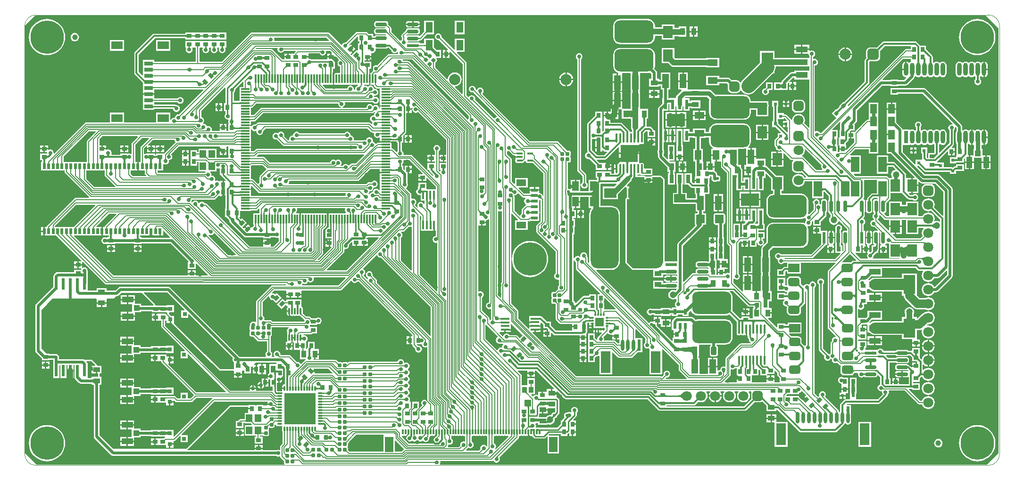
<source format=gtl>
G04 Layer_Physical_Order=1*
G04 Layer_Color=255*
%FSLAX43Y43*%
%MOMM*%
G71*
G01*
G75*
%ADD10R,2.000X1.450*%
%ADD11R,1.500X0.800*%
G04:AMPARAMS|DCode=12|XSize=0.6mm|YSize=0.6mm|CornerRadius=0.06mm|HoleSize=0mm|Usage=FLASHONLY|Rotation=90.000|XOffset=0mm|YOffset=0mm|HoleType=Round|Shape=RoundedRectangle|*
%AMROUNDEDRECTD12*
21,1,0.600,0.480,0,0,90.0*
21,1,0.480,0.600,0,0,90.0*
1,1,0.120,0.240,0.240*
1,1,0.120,0.240,-0.240*
1,1,0.120,-0.240,-0.240*
1,1,0.120,-0.240,0.240*
%
%ADD12ROUNDEDRECTD12*%
%ADD13R,0.700X0.900*%
%ADD14R,0.600X0.600*%
%ADD15R,0.900X0.700*%
G04:AMPARAMS|DCode=16|XSize=0.7mm|YSize=0.9mm|CornerRadius=0mm|HoleSize=0mm|Usage=FLASHONLY|Rotation=45.000|XOffset=0mm|YOffset=0mm|HoleType=Round|Shape=Rectangle|*
%AMROTATEDRECTD16*
4,1,4,0.071,-0.566,-0.566,0.071,-0.071,0.566,0.566,-0.071,0.071,-0.566,0.0*
%
%ADD16ROTATEDRECTD16*%

%ADD17R,2.150X1.100*%
%ADD18R,2.150X1.100*%
%ADD19R,2.150X3.500*%
%ADD20R,0.600X0.600*%
%ADD21R,1.200X1.800*%
%ADD22R,1.300X0.900*%
%ADD23R,0.600X2.000*%
%ADD24O,0.600X2.000*%
%ADD25R,1.800X4.000*%
%ADD26R,1.100X1.100*%
%ADD27R,2.000X1.100*%
%ADD28R,1.100X1.100*%
%ADD29R,1.100X2.000*%
%ADD30R,3.200X2.300*%
%ADD31R,0.600X1.800*%
%ADD32R,0.800X0.800*%
%ADD33P,0.849X4X360.0*%
%ADD34R,1.750X2.200*%
%ADD35R,0.950X1.600*%
G04:AMPARAMS|DCode=36|XSize=0.95mm|YSize=1.6mm|CornerRadius=0.237mm|HoleSize=0mm|Usage=FLASHONLY|Rotation=180.000|XOffset=0mm|YOffset=0mm|HoleType=Round|Shape=RoundedRectangle|*
%AMROUNDEDRECTD36*
21,1,0.950,1.125,0,0,180.0*
21,1,0.475,1.600,0,0,180.0*
1,1,0.475,-0.237,0.563*
1,1,0.475,0.237,0.563*
1,1,0.475,0.237,-0.563*
1,1,0.475,-0.237,-0.563*
%
%ADD36ROUNDEDRECTD36*%
G04:AMPARAMS|DCode=37|XSize=1.6mm|YSize=1.6mm|CornerRadius=0.24mm|HoleSize=0mm|Usage=FLASHONLY|Rotation=180.000|XOffset=0mm|YOffset=0mm|HoleType=Round|Shape=RoundedRectangle|*
%AMROUNDEDRECTD37*
21,1,1.600,1.120,0,0,180.0*
21,1,1.120,1.600,0,0,180.0*
1,1,0.480,-0.560,0.560*
1,1,0.480,0.560,0.560*
1,1,0.480,0.560,-0.560*
1,1,0.480,-0.560,-0.560*
%
%ADD37ROUNDEDRECTD37*%
%ADD38R,1.600X1.600*%
%ADD39R,2.200X1.750*%
%ADD40R,0.900X1.300*%
%ADD41R,1.200X2.600*%
%ADD42R,0.700X0.950*%
G04:AMPARAMS|DCode=43|XSize=7mm|YSize=4mm|CornerRadius=1mm|HoleSize=0mm|Usage=FLASHONLY|Rotation=180.000|XOffset=0mm|YOffset=0mm|HoleType=Round|Shape=RoundedRectangle|*
%AMROUNDEDRECTD43*
21,1,7.000,2.000,0,0,180.0*
21,1,5.000,4.000,0,0,180.0*
1,1,2.000,-2.500,1.000*
1,1,2.000,2.500,1.000*
1,1,2.000,2.500,-1.000*
1,1,2.000,-2.500,-1.000*
%
%ADD43ROUNDEDRECTD43*%
G04:AMPARAMS|DCode=44|XSize=11mm|YSize=5mm|CornerRadius=1.25mm|HoleSize=0mm|Usage=FLASHONLY|Rotation=90.000|XOffset=0mm|YOffset=0mm|HoleType=Round|Shape=RoundedRectangle|*
%AMROUNDEDRECTD44*
21,1,11.000,2.500,0,0,90.0*
21,1,8.500,5.000,0,0,90.0*
1,1,2.500,1.250,4.250*
1,1,2.500,1.250,-4.250*
1,1,2.500,-1.250,-4.250*
1,1,2.500,-1.250,4.250*
%
%ADD44ROUNDEDRECTD44*%
%ADD45R,1.800X1.200*%
G04:AMPARAMS|DCode=46|XSize=5.65mm|YSize=5.65mm|CornerRadius=0.141mm|HoleSize=0mm|Usage=FLASHONLY|Rotation=0.000|XOffset=0mm|YOffset=0mm|HoleType=Round|Shape=RoundedRectangle|*
%AMROUNDEDRECTD46*
21,1,5.650,5.367,0,0,0.0*
21,1,5.367,5.650,0,0,0.0*
1,1,0.282,2.684,-2.684*
1,1,0.282,-2.684,-2.684*
1,1,0.282,-2.684,2.684*
1,1,0.282,2.684,2.684*
%
%ADD46ROUNDEDRECTD46*%
%ADD47O,0.300X1.000*%
%ADD48O,1.000X0.300*%
G04:AMPARAMS|DCode=49|XSize=0.3mm|YSize=1mm|CornerRadius=0.075mm|HoleSize=0mm|Usage=FLASHONLY|Rotation=90.000|XOffset=0mm|YOffset=0mm|HoleType=Round|Shape=RoundedRectangle|*
%AMROUNDEDRECTD49*
21,1,0.300,0.850,0,0,90.0*
21,1,0.150,1.000,0,0,90.0*
1,1,0.150,0.425,0.075*
1,1,0.150,0.425,-0.075*
1,1,0.150,-0.425,-0.075*
1,1,0.150,-0.425,0.075*
%
%ADD49ROUNDEDRECTD49*%
%ADD50R,0.800X2.300*%
%ADD51O,0.800X2.300*%
%ADD52R,1.550X0.400*%
%ADD53R,0.300X1.650*%
G04:AMPARAMS|DCode=54|XSize=0.3mm|YSize=1.65mm|CornerRadius=0.075mm|HoleSize=0mm|Usage=FLASHONLY|Rotation=180.000|XOffset=0mm|YOffset=0mm|HoleType=Round|Shape=RoundedRectangle|*
%AMROUNDEDRECTD54*
21,1,0.300,1.500,0,0,180.0*
21,1,0.150,1.650,0,0,180.0*
1,1,0.150,-0.075,0.750*
1,1,0.150,0.075,0.750*
1,1,0.150,0.075,-0.750*
1,1,0.150,-0.075,-0.750*
%
%ADD54ROUNDEDRECTD54*%
%ADD55R,2.000X1.500*%
G04:AMPARAMS|DCode=56|XSize=2mm|YSize=1.5mm|CornerRadius=0.375mm|HoleSize=0mm|Usage=FLASHONLY|Rotation=0.000|XOffset=0mm|YOffset=0mm|HoleType=Round|Shape=RoundedRectangle|*
%AMROUNDEDRECTD56*
21,1,2.000,0.750,0,0,0.0*
21,1,1.250,1.500,0,0,0.0*
1,1,0.750,0.625,-0.375*
1,1,0.750,-0.625,-0.375*
1,1,0.750,-0.625,0.375*
1,1,0.750,0.625,0.375*
%
%ADD56ROUNDEDRECTD56*%
G04:AMPARAMS|DCode=57|XSize=2mm|YSize=0.6mm|CornerRadius=0.15mm|HoleSize=0mm|Usage=FLASHONLY|Rotation=0.000|XOffset=0mm|YOffset=0mm|HoleType=Round|Shape=RoundedRectangle|*
%AMROUNDEDRECTD57*
21,1,2.000,0.300,0,0,0.0*
21,1,1.700,0.600,0,0,0.0*
1,1,0.300,0.850,-0.150*
1,1,0.300,-0.850,-0.150*
1,1,0.300,-0.850,0.150*
1,1,0.300,0.850,0.150*
%
%ADD57ROUNDEDRECTD57*%
%ADD58R,2.000X0.600*%
%ADD59R,0.600X2.150*%
%ADD60R,0.600X2.150*%
%ADD61R,3.500X2.150*%
%ADD62R,0.600X1.000*%
G04:AMPARAMS|DCode=63|XSize=3.1mm|YSize=3.1mm|CornerRadius=0.078mm|HoleSize=0mm|Usage=FLASHONLY|Rotation=0.000|XOffset=0mm|YOffset=0mm|HoleType=Round|Shape=RoundedRectangle|*
%AMROUNDEDRECTD63*
21,1,3.100,2.945,0,0,0.0*
21,1,2.945,3.100,0,0,0.0*
1,1,0.155,1.472,-1.472*
1,1,0.155,-1.472,-1.472*
1,1,0.155,-1.472,1.472*
1,1,0.155,1.472,1.472*
%
%ADD63ROUNDEDRECTD63*%
%ADD64R,0.800X1.500*%
G04:AMPARAMS|DCode=65|XSize=0.7mm|YSize=0.9mm|CornerRadius=0mm|HoleSize=0mm|Usage=FLASHONLY|Rotation=315.000|XOffset=0mm|YOffset=0mm|HoleType=Round|Shape=Rectangle|*
%AMROTATEDRECTD65*
4,1,4,-0.566,-0.071,0.071,0.566,0.566,0.071,-0.071,-0.566,-0.566,-0.071,0.0*
%
%ADD65ROTATEDRECTD65*%

%ADD66R,1.150X1.400*%
%ADD67R,1.300X1.900*%
G04:AMPARAMS|DCode=68|XSize=1.05mm|YSize=0.4mm|CornerRadius=0.1mm|HoleSize=0mm|Usage=FLASHONLY|Rotation=0.000|XOffset=0mm|YOffset=0mm|HoleType=Round|Shape=RoundedRectangle|*
%AMROUNDEDRECTD68*
21,1,1.050,0.200,0,0,0.0*
21,1,0.850,0.400,0,0,0.0*
1,1,0.200,0.425,-0.100*
1,1,0.200,-0.425,-0.100*
1,1,0.200,-0.425,0.100*
1,1,0.200,0.425,0.100*
%
%ADD68ROUNDEDRECTD68*%
%ADD69R,1.050X0.400*%
%ADD70R,1.600X0.300*%
%ADD71R,0.300X1.600*%
%ADD72R,0.400X1.550*%
%ADD73R,0.550X1.000*%
G04:AMPARAMS|DCode=74|XSize=2mm|YSize=0.6mm|CornerRadius=0.15mm|HoleSize=0mm|Usage=FLASHONLY|Rotation=90.000|XOffset=0mm|YOffset=0mm|HoleType=Round|Shape=RoundedRectangle|*
%AMROUNDEDRECTD74*
21,1,2.000,0.300,0,0,90.0*
21,1,1.700,0.600,0,0,90.0*
1,1,0.300,0.150,0.850*
1,1,0.300,0.150,-0.850*
1,1,0.300,-0.150,-0.850*
1,1,0.300,-0.150,0.850*
%
%ADD74ROUNDEDRECTD74*%
G04:AMPARAMS|DCode=75|XSize=0.3mm|YSize=0.9mm|CornerRadius=0.075mm|HoleSize=0mm|Usage=FLASHONLY|Rotation=180.000|XOffset=0mm|YOffset=0mm|HoleType=Round|Shape=RoundedRectangle|*
%AMROUNDEDRECTD75*
21,1,0.300,0.750,0,0,180.0*
21,1,0.150,0.900,0,0,180.0*
1,1,0.150,-0.075,0.375*
1,1,0.150,0.075,0.375*
1,1,0.150,0.075,-0.375*
1,1,0.150,-0.075,-0.375*
%
%ADD75ROUNDEDRECTD75*%
%ADD76R,0.300X0.900*%
%ADD77R,1.500X2.800*%
G04:AMPARAMS|DCode=78|XSize=0.3mm|YSize=0.9mm|CornerRadius=0mm|HoleSize=0mm|Usage=FLASHONLY|Rotation=180.000|XOffset=0mm|YOffset=0mm|HoleType=Round|Shape=Octagon|*
%AMOCTAGOND78*
4,1,8,0.075,-0.450,-0.075,-0.450,-0.150,-0.375,-0.150,0.375,-0.075,0.450,0.075,0.450,0.150,0.375,0.150,-0.375,0.075,-0.450,0.0*
%
%ADD78OCTAGOND78*%

G04:AMPARAMS|DCode=79|XSize=0.6mm|YSize=0.6mm|CornerRadius=0.06mm|HoleSize=0mm|Usage=FLASHONLY|Rotation=180.000|XOffset=0mm|YOffset=0mm|HoleType=Round|Shape=RoundedRectangle|*
%AMROUNDEDRECTD79*
21,1,0.600,0.480,0,0,180.0*
21,1,0.480,0.600,0,0,180.0*
1,1,0.120,-0.240,0.240*
1,1,0.120,0.240,0.240*
1,1,0.120,0.240,-0.240*
1,1,0.120,-0.240,-0.240*
%
%ADD79ROUNDEDRECTD79*%
G04:AMPARAMS|DCode=80|XSize=0.5mm|YSize=0.5mm|CornerRadius=0.1mm|HoleSize=0mm|Usage=FLASHONLY|Rotation=180.000|XOffset=0mm|YOffset=0mm|HoleType=Round|Shape=RoundedRectangle|*
%AMROUNDEDRECTD80*
21,1,0.500,0.300,0,0,180.0*
21,1,0.300,0.500,0,0,180.0*
1,1,0.200,-0.150,0.150*
1,1,0.200,0.150,0.150*
1,1,0.200,0.150,-0.150*
1,1,0.200,-0.150,-0.150*
%
%ADD80ROUNDEDRECTD80*%
%ADD81O,0.280X0.660*%
%ADD82R,0.280X0.280*%
%ADD83O,0.660X0.280*%
G04:AMPARAMS|DCode=84|XSize=0.3mm|YSize=1.2mm|CornerRadius=0.075mm|HoleSize=0mm|Usage=FLASHONLY|Rotation=0.000|XOffset=0mm|YOffset=0mm|HoleType=Round|Shape=RoundedRectangle|*
%AMROUNDEDRECTD84*
21,1,0.300,1.050,0,0,0.0*
21,1,0.150,1.200,0,0,0.0*
1,1,0.150,0.075,-0.525*
1,1,0.150,-0.075,-0.525*
1,1,0.150,-0.075,0.525*
1,1,0.150,0.075,0.525*
%
%ADD84ROUNDEDRECTD84*%
%ADD85R,1.200X0.600*%
G04:AMPARAMS|DCode=86|XSize=0.6mm|YSize=0.6mm|CornerRadius=0.06mm|HoleSize=0mm|Usage=FLASHONLY|Rotation=315.000|XOffset=0mm|YOffset=0mm|HoleType=Round|Shape=RoundedRectangle|*
%AMROUNDEDRECTD86*
21,1,0.600,0.480,0,0,315.0*
21,1,0.480,0.600,0,0,315.0*
1,1,0.120,0.000,-0.339*
1,1,0.120,-0.339,0.000*
1,1,0.120,0.000,0.339*
1,1,0.120,0.339,0.000*
%
%ADD86ROUNDEDRECTD86*%
%ADD87R,0.850X1.100*%
%ADD88R,1.200X1.200*%
G04:AMPARAMS|DCode=89|XSize=0.33mm|YSize=0.33mm|CornerRadius=0.033mm|HoleSize=0mm|Usage=FLASHONLY|Rotation=180.000|XOffset=0mm|YOffset=0mm|HoleType=Round|Shape=RoundedRectangle|*
%AMROUNDEDRECTD89*
21,1,0.330,0.264,0,0,180.0*
21,1,0.264,0.330,0,0,180.0*
1,1,0.066,-0.132,0.132*
1,1,0.066,0.132,0.132*
1,1,0.066,0.132,-0.132*
1,1,0.066,-0.132,-0.132*
%
%ADD89ROUNDEDRECTD89*%
G04:AMPARAMS|DCode=90|XSize=0.33mm|YSize=0.33mm|CornerRadius=0.033mm|HoleSize=0mm|Usage=FLASHONLY|Rotation=315.000|XOffset=0mm|YOffset=0mm|HoleType=Round|Shape=RoundedRectangle|*
%AMROUNDEDRECTD90*
21,1,0.330,0.264,0,0,315.0*
21,1,0.264,0.330,0,0,315.0*
1,1,0.066,0.000,-0.187*
1,1,0.066,-0.187,0.000*
1,1,0.066,0.000,0.187*
1,1,0.066,0.187,0.000*
%
%ADD90ROUNDEDRECTD90*%
G04:AMPARAMS|DCode=91|XSize=0.5mm|YSize=0.5mm|CornerRadius=0.1mm|HoleSize=0mm|Usage=FLASHONLY|Rotation=315.000|XOffset=0mm|YOffset=0mm|HoleType=Round|Shape=RoundedRectangle|*
%AMROUNDEDRECTD91*
21,1,0.500,0.300,0,0,315.0*
21,1,0.300,0.500,0,0,315.0*
1,1,0.200,0.000,-0.212*
1,1,0.200,-0.212,0.000*
1,1,0.200,0.000,0.212*
1,1,0.200,0.212,0.000*
%
%ADD91ROUNDEDRECTD91*%
G04:AMPARAMS|DCode=92|XSize=0.5mm|YSize=0.5mm|CornerRadius=0.1mm|HoleSize=0mm|Usage=FLASHONLY|Rotation=225.000|XOffset=0mm|YOffset=0mm|HoleType=Round|Shape=RoundedRectangle|*
%AMROUNDEDRECTD92*
21,1,0.500,0.300,0,0,225.0*
21,1,0.300,0.500,0,0,225.0*
1,1,0.200,-0.212,0.000*
1,1,0.200,0.000,0.212*
1,1,0.200,0.212,0.000*
1,1,0.200,0.000,-0.212*
%
%ADD92ROUNDEDRECTD92*%
G04:AMPARAMS|DCode=93|XSize=0.5mm|YSize=0.5mm|CornerRadius=0.1mm|HoleSize=0mm|Usage=FLASHONLY|Rotation=270.000|XOffset=0mm|YOffset=0mm|HoleType=Round|Shape=RoundedRectangle|*
%AMROUNDEDRECTD93*
21,1,0.500,0.300,0,0,270.0*
21,1,0.300,0.500,0,0,270.0*
1,1,0.200,-0.150,-0.150*
1,1,0.200,-0.150,0.150*
1,1,0.200,0.150,0.150*
1,1,0.200,0.150,-0.150*
%
%ADD93ROUNDEDRECTD93*%
%ADD94C,1.000*%
%ADD95C,0.300*%
%ADD96C,0.150*%
%ADD97C,0.200*%
%ADD98C,0.250*%
%ADD99C,0.500*%
%ADD100C,0.254*%
%ADD101C,0.400*%
%ADD102C,0.152*%
%ADD103C,2.000*%
%ADD104C,1.000*%
%ADD105C,0.800*%
%ADD106C,2.500*%
%ADD107C,0.700*%
%ADD108C,0.900*%
%ADD109C,0.600*%
%ADD110C,1.500*%
%ADD111R,1.500X1.500*%
%ADD112R,4.900X3.700*%
%ADD113R,6.125X14.400*%
%ADD114R,3.100X1.600*%
%ADD115R,6.000X4.200*%
%ADD116C,0.100*%
%ADD117C,1.800*%
G04:AMPARAMS|DCode=118|XSize=1.8mm|YSize=1.8mm|CornerRadius=0.45mm|HoleSize=0mm|Usage=FLASHONLY|Rotation=90.000|XOffset=0mm|YOffset=0mm|HoleType=Round|Shape=RoundedRectangle|*
%AMROUNDEDRECTD118*
21,1,1.800,0.900,0,0,90.0*
21,1,0.900,1.800,0,0,90.0*
1,1,0.900,0.450,0.450*
1,1,0.900,0.450,-0.450*
1,1,0.900,-0.450,-0.450*
1,1,0.900,-0.450,0.450*
%
%ADD118ROUNDEDRECTD118*%
%ADD119C,2.000*%
G04:AMPARAMS|DCode=120|XSize=2mm|YSize=2mm|CornerRadius=0.5mm|HoleSize=0mm|Usage=FLASHONLY|Rotation=180.000|XOffset=0mm|YOffset=0mm|HoleType=Round|Shape=RoundedRectangle|*
%AMROUNDEDRECTD120*
21,1,2.000,1.000,0,0,180.0*
21,1,1.000,2.000,0,0,180.0*
1,1,1.000,-0.500,0.500*
1,1,1.000,0.500,0.500*
1,1,1.000,0.500,-0.500*
1,1,1.000,-0.500,-0.500*
%
%ADD120ROUNDEDRECTD120*%
G04:AMPARAMS|DCode=121|XSize=1.8mm|YSize=1.8mm|CornerRadius=0.45mm|HoleSize=0mm|Usage=FLASHONLY|Rotation=0.000|XOffset=0mm|YOffset=0mm|HoleType=Round|Shape=RoundedRectangle|*
%AMROUNDEDRECTD121*
21,1,1.800,0.900,0,0,0.0*
21,1,0.900,1.800,0,0,0.0*
1,1,0.900,0.450,-0.450*
1,1,0.900,-0.450,-0.450*
1,1,0.900,-0.450,0.450*
1,1,0.900,0.450,0.450*
%
%ADD121ROUNDEDRECTD121*%
%ADD122C,6.000*%
%ADD123C,0.700*%
%ADD124C,1.200*%
G36*
X90391Y133649D02*
X90389Y133633D01*
X90390Y133616D01*
X90395Y133598D01*
X90404Y133577D01*
X90417Y133555D01*
X90434Y133532D01*
X90454Y133506D01*
X90506Y133450D01*
X90428Y133316D01*
X90399Y133344D01*
X90348Y133387D01*
X90325Y133402D01*
X90305Y133413D01*
X90287Y133420D01*
X90271Y133422D01*
X90258Y133420D01*
X90247Y133414D01*
X90238Y133403D01*
X90397Y133662D01*
X90391Y133649D01*
D02*
G37*
G36*
X94112Y132199D02*
X94109Y132217D01*
X94104Y132230D01*
X94096Y132238D01*
X94086Y132241D01*
X94073Y132240D01*
X94058Y132235D01*
X94040Y132225D01*
X94020Y132210D01*
X93998Y132190D01*
X93973Y132167D01*
X93969Y132375D01*
X93991Y132398D01*
X94028Y132444D01*
X94043Y132465D01*
X94055Y132487D01*
X94065Y132508D01*
X94072Y132528D01*
X94077Y132549D01*
X94079Y132568D01*
X94078Y132587D01*
X94112Y132199D01*
D02*
G37*
G36*
X97661Y132178D02*
X97644Y132188D01*
X97625Y132193D01*
X97603Y132192D01*
X97579Y132186D01*
X97552Y132175D01*
X97522Y132158D01*
X97490Y132136D01*
X97455Y132108D01*
X97418Y132075D01*
X97378Y132037D01*
X97212Y132153D01*
X97252Y132195D01*
X97316Y132270D01*
X97339Y132303D01*
X97356Y132333D01*
X97367Y132360D01*
X97373Y132383D01*
X97372Y132404D01*
X97365Y132421D01*
X97353Y132436D01*
X97661Y132178D01*
D02*
G37*
G36*
X90393Y132452D02*
X90392Y132435D01*
X90395Y132417D01*
X90401Y132398D01*
X90410Y132377D01*
X90423Y132355D01*
X90439Y132332D01*
X90458Y132308D01*
X90480Y132283D01*
X90506Y132256D01*
X90462Y132088D01*
X90433Y132115D01*
X90384Y132157D01*
X90362Y132171D01*
X90344Y132180D01*
X90327Y132185D01*
X90313Y132186D01*
X90302Y132182D01*
X90292Y132173D01*
X90286Y132160D01*
X90397Y132468D01*
X90393Y132452D01*
D02*
G37*
G36*
X55060Y131705D02*
X55070Y131704D01*
X55108Y131702D01*
X55362Y131700D01*
Y131500D01*
X55056Y131494D01*
Y131706D01*
X55060Y131705D01*
D02*
G37*
G36*
X86939Y131819D02*
X87000Y131765D01*
X87026Y131747D01*
X87049Y131733D01*
X87068Y131725D01*
X87085Y131722D01*
X87098Y131724D01*
X87108Y131731D01*
X87115Y131744D01*
X87006Y131435D01*
X87010Y131451D01*
X87010Y131468D01*
X87008Y131486D01*
X87002Y131505D01*
X86992Y131526D01*
X86980Y131548D01*
X86964Y131571D01*
X86945Y131595D01*
X86923Y131620D01*
X86897Y131647D01*
X86903Y131853D01*
X86939Y131819D01*
D02*
G37*
G36*
X60428Y131400D02*
X60426Y131419D01*
X60420Y131436D01*
X60410Y131451D01*
X60396Y131464D01*
X60378Y131475D01*
X60356Y131484D01*
X60330Y131491D01*
X60300Y131496D01*
X60266Y131499D01*
X60228Y131500D01*
Y131700D01*
X60266Y131701D01*
X60300Y131704D01*
X60330Y131709D01*
X60356Y131716D01*
X60378Y131725D01*
X60396Y131736D01*
X60410Y131749D01*
X60420Y131764D01*
X60426Y131781D01*
X60428Y131800D01*
Y131400D01*
D02*
G37*
G36*
X59846Y131781D02*
X59852Y131764D01*
X59862Y131749D01*
X59876Y131736D01*
X59895Y131725D01*
X59917Y131716D01*
X59943Y131709D01*
X59974Y131704D01*
X60008Y131701D01*
X60047Y131700D01*
Y131500D01*
X60008Y131499D01*
X59974Y131496D01*
X59943Y131491D01*
X59917Y131484D01*
X59895Y131475D01*
X59876Y131464D01*
X59862Y131451D01*
X59852Y131436D01*
X59846Y131419D01*
X59844Y131400D01*
Y131800D01*
X59846Y131781D01*
D02*
G37*
G36*
X58953Y131400D02*
X58951Y131419D01*
X58945Y131436D01*
X58935Y131451D01*
X58921Y131464D01*
X58903Y131475D01*
X58881Y131484D01*
X58855Y131491D01*
X58825Y131496D01*
X58791Y131499D01*
X58753Y131500D01*
Y131700D01*
X58791Y131701D01*
X58825Y131704D01*
X58855Y131709D01*
X58881Y131716D01*
X58903Y131725D01*
X58921Y131736D01*
X58935Y131749D01*
X58945Y131764D01*
X58951Y131781D01*
X58953Y131800D01*
Y131400D01*
D02*
G37*
G36*
X58346Y131781D02*
X58352Y131764D01*
X58362Y131749D01*
X58376Y131736D01*
X58395Y131725D01*
X58417Y131716D01*
X58443Y131709D01*
X58474Y131704D01*
X58508Y131701D01*
X58547Y131700D01*
Y131500D01*
X58508Y131499D01*
X58474Y131496D01*
X58443Y131491D01*
X58417Y131484D01*
X58395Y131475D01*
X58376Y131464D01*
X58362Y131451D01*
X58352Y131436D01*
X58346Y131419D01*
X58344Y131400D01*
Y131800D01*
X58346Y131781D01*
D02*
G37*
G36*
X57453Y131400D02*
X57451Y131419D01*
X57445Y131436D01*
X57435Y131451D01*
X57421Y131464D01*
X57403Y131475D01*
X57381Y131484D01*
X57355Y131491D01*
X57325Y131496D01*
X57291Y131499D01*
X57253Y131500D01*
Y131700D01*
X57291Y131701D01*
X57325Y131704D01*
X57355Y131709D01*
X57381Y131716D01*
X57403Y131725D01*
X57421Y131736D01*
X57435Y131749D01*
X57445Y131764D01*
X57451Y131781D01*
X57453Y131800D01*
Y131400D01*
D02*
G37*
G36*
X56896Y131781D02*
X56902Y131764D01*
X56912Y131749D01*
X56926Y131736D01*
X56945Y131725D01*
X56967Y131716D01*
X56993Y131709D01*
X57024Y131704D01*
X57058Y131701D01*
X57097Y131700D01*
Y131500D01*
X57058Y131499D01*
X57024Y131496D01*
X56993Y131491D01*
X56967Y131484D01*
X56945Y131475D01*
X56926Y131464D01*
X56912Y131451D01*
X56902Y131436D01*
X56896Y131419D01*
X56894Y131400D01*
Y131800D01*
X56896Y131781D01*
D02*
G37*
G36*
X56003Y131400D02*
X56001Y131419D01*
X55995Y131436D01*
X55985Y131451D01*
X55971Y131464D01*
X55953Y131475D01*
X55931Y131484D01*
X55905Y131491D01*
X55875Y131496D01*
X55841Y131499D01*
X55803Y131500D01*
Y131700D01*
X55841Y131701D01*
X55875Y131704D01*
X55905Y131709D01*
X55931Y131716D01*
X55953Y131725D01*
X55971Y131736D01*
X55985Y131749D01*
X55995Y131764D01*
X56001Y131781D01*
X56003Y131800D01*
Y131400D01*
D02*
G37*
G36*
X55396Y131781D02*
X55402Y131764D01*
X55412Y131749D01*
X55426Y131736D01*
X55445Y131725D01*
X55467Y131716D01*
X55493Y131709D01*
X55524Y131704D01*
X55558Y131701D01*
X55597Y131700D01*
Y131500D01*
X55558Y131499D01*
X55524Y131496D01*
X55493Y131491D01*
X55467Y131484D01*
X55445Y131475D01*
X55426Y131464D01*
X55412Y131451D01*
X55402Y131436D01*
X55396Y131419D01*
X55394Y131400D01*
Y131800D01*
X55396Y131781D01*
D02*
G37*
G36*
X54503Y131300D02*
X54500Y131329D01*
X54491Y131354D01*
X54476Y131376D01*
X54455Y131396D01*
X54428Y131413D01*
X54395Y131426D01*
X54356Y131436D01*
X54311Y131444D01*
X54260Y131449D01*
X54203Y131450D01*
Y131750D01*
X54260Y131751D01*
X54311Y131756D01*
X54356Y131764D01*
X54395Y131774D01*
X54428Y131788D01*
X54455Y131804D01*
X54476Y131824D01*
X54491Y131846D01*
X54500Y131872D01*
X54503Y131900D01*
Y131300D01*
D02*
G37*
G36*
X96064Y131351D02*
X96070Y131334D01*
X96081Y131319D01*
X96096Y131306D01*
X96115Y131295D01*
X96139Y131286D01*
X96166Y131279D01*
X96198Y131274D01*
X96234Y131271D01*
X96275Y131270D01*
Y131070D01*
X96234Y131069D01*
X96198Y131066D01*
X96166Y131061D01*
X96139Y131054D01*
X96115Y131045D01*
X96096Y131034D01*
X96081Y131021D01*
X96070Y131006D01*
X96064Y130989D01*
X96062Y130971D01*
Y131369D01*
X96064Y131351D01*
D02*
G37*
G36*
X88443Y130927D02*
X88440Y130950D01*
X88431Y130971D01*
X88416Y130990D01*
X88396Y131006D01*
X88369Y131019D01*
X88337Y131030D01*
X88299Y131039D01*
X88255Y131045D01*
X88206Y131049D01*
X88150Y131050D01*
Y131300D01*
X88206Y131301D01*
X88299Y131311D01*
X88337Y131320D01*
X88369Y131331D01*
X88396Y131344D01*
X88416Y131360D01*
X88431Y131379D01*
X88440Y131400D01*
X88443Y131423D01*
Y130927D01*
D02*
G37*
G36*
X87696Y131401D02*
X87704Y131380D01*
X87717Y131361D01*
X87734Y131345D01*
X87757Y131331D01*
X87785Y131320D01*
X87818Y131311D01*
X87856Y131305D01*
X87899Y131301D01*
X87947Y131300D01*
Y131050D01*
X87899Y131049D01*
X87856Y131045D01*
X87818Y131039D01*
X87785Y131030D01*
X87757Y131019D01*
X87734Y131005D01*
X87717Y130989D01*
X87704Y130970D01*
X87696Y130949D01*
X87694Y130925D01*
Y131425D01*
X87696Y131401D01*
D02*
G37*
G36*
X80010Y130849D02*
X79962Y130731D01*
X70283D01*
X70184Y130858D01*
X70212Y131000D01*
X70184Y131139D01*
X70285Y131266D01*
X79593D01*
X80010Y130849D01*
D02*
G37*
G36*
X86080Y130854D02*
X86058Y130846D01*
X86039Y130833D01*
X86023Y130815D01*
X86009Y130792D01*
X85997Y130764D01*
X85988Y130730D01*
X85982Y130692D01*
X85978Y130648D01*
X85977Y130599D01*
X85723D01*
X85722Y130648D01*
X85718Y130692D01*
X85712Y130730D01*
X85703Y130764D01*
X85691Y130792D01*
X85677Y130815D01*
X85661Y130833D01*
X85642Y130846D01*
X85620Y130854D01*
X85596Y130856D01*
X86104D01*
X86080Y130854D01*
D02*
G37*
G36*
X85978Y130278D02*
X85982Y130235D01*
X85988Y130196D01*
X85997Y130163D01*
X86009Y130135D01*
X86023Y130113D01*
X86039Y130095D01*
X86058Y130082D01*
X86080Y130074D01*
X86104Y130072D01*
X85596D01*
X85620Y130074D01*
X85642Y130082D01*
X85661Y130095D01*
X85677Y130113D01*
X85691Y130135D01*
X85703Y130163D01*
X85712Y130196D01*
X85718Y130235D01*
X85722Y130278D01*
X85723Y130326D01*
X85977D01*
X85978Y130278D01*
D02*
G37*
G36*
X85250Y131502D02*
Y130600D01*
X85466D01*
Y130325D01*
X85225D01*
Y129045D01*
X85098Y128992D01*
X85001Y129089D01*
X84068Y128156D01*
X83859Y128365D01*
X84207Y128713D01*
X83780Y129141D01*
X83870Y129230D01*
X83780Y129320D01*
X84095Y129635D01*
X83940Y129792D01*
X83955Y129780D01*
X83970Y129773D01*
X83988Y129770D01*
X84006Y129771D01*
X84026Y129776D01*
X84048Y129786D01*
X84071Y129800D01*
X84096Y129817D01*
X84098Y129820D01*
X84108Y129832D01*
X84124Y129859D01*
X84138Y129887D01*
X84149Y129917D01*
X84156Y129940D01*
X83940Y130155D01*
X83741Y129956D01*
X83600Y129994D01*
X83593Y130024D01*
X85123Y131554D01*
X85250Y131502D01*
D02*
G37*
G36*
X97356Y129700D02*
X97354Y129719D01*
X97348Y129736D01*
X97338Y129751D01*
X97324Y129764D01*
X97305Y129775D01*
X97283Y129784D01*
X97257Y129791D01*
X97226Y129796D01*
X97192Y129799D01*
X97153Y129800D01*
Y130000D01*
X97192Y130001D01*
X97226Y130004D01*
X97257Y130009D01*
X97283Y130016D01*
X97305Y130025D01*
X97324Y130036D01*
X97338Y130049D01*
X97348Y130064D01*
X97354Y130081D01*
X97356Y130100D01*
Y129700D01*
D02*
G37*
G36*
X96071Y130081D02*
X96077Y130064D01*
X96087Y130049D01*
X96101Y130036D01*
X96120Y130025D01*
X96142Y130016D01*
X96168Y130009D01*
X96199Y130004D01*
X96233Y130001D01*
X96272Y130000D01*
Y129800D01*
X96233Y129799D01*
X96199Y129796D01*
X96168Y129791D01*
X96142Y129784D01*
X96120Y129775D01*
X96101Y129764D01*
X96087Y129751D01*
X96077Y129736D01*
X96071Y129719D01*
X96069Y129700D01*
Y130100D01*
X96071Y130081D01*
D02*
G37*
G36*
X56631Y129754D02*
X56614Y129748D01*
X56599Y129738D01*
X56586Y129724D01*
X56575Y129705D01*
X56566Y129683D01*
X56559Y129657D01*
X56554Y129626D01*
X56551Y129592D01*
X56550Y129553D01*
X56350D01*
X56349Y129592D01*
X56346Y129626D01*
X56341Y129657D01*
X56334Y129683D01*
X56325Y129705D01*
X56314Y129724D01*
X56301Y129738D01*
X56286Y129748D01*
X56269Y129754D01*
X56250Y129756D01*
X56650D01*
X56631Y129754D01*
D02*
G37*
G36*
X55106D02*
X55089Y129748D01*
X55074Y129738D01*
X55061Y129724D01*
X55050Y129705D01*
X55041Y129683D01*
X55034Y129657D01*
X55031Y129636D01*
X55031Y129635D01*
X55038Y129604D01*
X55048Y129575D01*
X55061Y129545D01*
X55077Y129515D01*
X55096Y129486D01*
X55118Y129457D01*
X55142Y129428D01*
X55170Y129400D01*
X54680D01*
X54708Y129428D01*
X54732Y129457D01*
X54754Y129486D01*
X54773Y129515D01*
X54789Y129545D01*
X54802Y129575D01*
X54812Y129604D01*
X54819Y129635D01*
X54819Y129636D01*
X54816Y129657D01*
X54809Y129683D01*
X54800Y129705D01*
X54789Y129724D01*
X54776Y129738D01*
X54761Y129748D01*
X54744Y129754D01*
X54725Y129756D01*
X55125D01*
X55106Y129754D01*
D02*
G37*
G36*
X59581D02*
X59564Y129748D01*
X59549Y129738D01*
X59536Y129724D01*
X59525Y129705D01*
X59516Y129683D01*
X59509Y129657D01*
X59504Y129626D01*
X59504Y129624D01*
X59506Y129610D01*
X59513Y129579D01*
X59523Y129550D01*
X59536Y129520D01*
X59552Y129490D01*
X59571Y129461D01*
X59593Y129432D01*
X59617Y129403D01*
X59645Y129375D01*
X59155D01*
X59183Y129403D01*
X59207Y129432D01*
X59229Y129461D01*
X59248Y129490D01*
X59264Y129520D01*
X59277Y129550D01*
X59287Y129579D01*
X59294Y129610D01*
X59296Y129624D01*
X59296Y129626D01*
X59291Y129657D01*
X59284Y129683D01*
X59275Y129705D01*
X59264Y129724D01*
X59251Y129738D01*
X59236Y129748D01*
X59219Y129754D01*
X59200Y129756D01*
X59600D01*
X59581Y129754D01*
D02*
G37*
G36*
X58106D02*
X58089Y129748D01*
X58074Y129738D01*
X58061Y129724D01*
X58050Y129705D01*
X58041Y129683D01*
X58034Y129657D01*
X58029Y129626D01*
X58029Y129624D01*
X58031Y129610D01*
X58038Y129579D01*
X58048Y129550D01*
X58061Y129520D01*
X58077Y129490D01*
X58096Y129461D01*
X58118Y129432D01*
X58142Y129403D01*
X58170Y129375D01*
X57680D01*
X57708Y129403D01*
X57732Y129432D01*
X57754Y129461D01*
X57773Y129490D01*
X57789Y129520D01*
X57802Y129550D01*
X57812Y129579D01*
X57819Y129610D01*
X57821Y129624D01*
X57821Y129626D01*
X57816Y129657D01*
X57809Y129683D01*
X57800Y129705D01*
X57789Y129724D01*
X57776Y129738D01*
X57761Y129748D01*
X57744Y129754D01*
X57725Y129756D01*
X58125D01*
X58106Y129754D01*
D02*
G37*
G36*
X87500Y129180D02*
X87672Y129178D01*
X87664Y129178D01*
X87657Y129177D01*
X87652Y129176D01*
X87648Y129174D01*
X87645Y129172D01*
X87644Y129169D01*
X87644Y129166D01*
X87646Y129162D01*
X87649Y129158D01*
X87653Y129153D01*
X87522Y129072D01*
X87501Y129093D01*
X87482Y129110D01*
X87465Y129048D01*
X87457Y129071D01*
X87447Y129095D01*
X87436Y129119D01*
X87422Y129143D01*
X87405Y129168D01*
X87400Y129171D01*
X87387Y129177D01*
X87376Y129180D01*
X87366Y129181D01*
X87397Y129181D01*
X87389Y129192D01*
X87370Y129217D01*
X87326Y129267D01*
X87302Y129292D01*
X87403Y129403D01*
X87418Y129389D01*
X87433Y129379D01*
X87449Y129371D01*
X87464Y129367D01*
X87480Y129365D01*
X87495Y129367D01*
X87511Y129371D01*
X87527Y129379D01*
X87543Y129390D01*
X87558Y129403D01*
X87500Y129180D01*
D02*
G37*
G36*
X61056Y129754D02*
X61039Y129748D01*
X61024Y129738D01*
X61011Y129724D01*
X61000Y129705D01*
X60991Y129683D01*
X60984Y129657D01*
X60979Y129626D01*
X60978Y129616D01*
X60980Y129600D01*
X60987Y129569D01*
X60997Y129539D01*
X61009Y129508D01*
X61024Y129478D01*
X61041Y129447D01*
X61062Y129415D01*
X61085Y129384D01*
X61110Y129353D01*
X60622Y129395D01*
X60651Y129421D01*
X60677Y129447D01*
X60700Y129474D01*
X60720Y129501D01*
X60737Y129529D01*
X60751Y129557D01*
X60761Y129587D01*
X60769Y129617D01*
X60771Y129628D01*
X60766Y129657D01*
X60759Y129683D01*
X60750Y129705D01*
X60739Y129724D01*
X60726Y129738D01*
X60711Y129748D01*
X60694Y129754D01*
X60675Y129756D01*
X61075D01*
X61056Y129754D01*
D02*
G37*
G36*
X91204Y129019D02*
X91235Y128866D01*
X91367Y128667D01*
X91566Y128535D01*
X91800Y128488D01*
X92034Y128535D01*
X92233Y128667D01*
X92289Y128752D01*
X92409Y128702D01*
X92388Y128600D01*
X92416Y128458D01*
X92317Y128331D01*
X90775D01*
X90648Y128306D01*
X90541Y128234D01*
X88636Y126330D01*
X88478Y126361D01*
X88244Y126315D01*
X88045Y126182D01*
X87913Y125984D01*
X87866Y125750D01*
X87913Y125516D01*
X87962Y125442D01*
X87941Y125334D01*
X87616Y125009D01*
X87579Y124954D01*
X87234D01*
Y125750D01*
X87600D01*
Y126950D01*
X86488D01*
X86433Y127033D01*
X86384Y127065D01*
Y127246D01*
X86773D01*
Y127850D01*
X86900D01*
Y127977D01*
X87604D01*
Y128448D01*
X87609Y128482D01*
X87712Y128556D01*
X87800Y128538D01*
X88034Y128585D01*
X88233Y128717D01*
X88365Y128916D01*
X88412Y129150D01*
X88393Y129244D01*
X88501Y129352D01*
X88550Y129342D01*
X90250D01*
X90406Y129373D01*
X90538Y129462D01*
X90559Y129492D01*
X90731D01*
X91204Y129019D01*
D02*
G37*
G36*
X71616Y129481D02*
X71774Y129408D01*
X71807Y129396D01*
X71865Y129380D01*
X71890Y129376D01*
X71913Y129375D01*
X71959Y129225D01*
X71930Y129223D01*
X71901Y129217D01*
X71874Y129208D01*
X71847Y129195D01*
X71822Y129178D01*
X71797Y129157D01*
X71774Y129133D01*
X71751Y129104D01*
X71730Y129072D01*
X71710Y129037D01*
X71570Y129506D01*
X71616Y129481D01*
D02*
G37*
G36*
X86172Y129178D02*
X86163Y129176D01*
X86156Y129168D01*
X86149Y129155D01*
X86143Y129137D01*
X86138Y129115D01*
X86134Y129087D01*
X86129Y129015D01*
X86127Y128924D01*
X85873D01*
X85872Y128973D01*
X85868Y129016D01*
X85862Y129055D01*
X85853Y129088D01*
X85841Y129116D01*
X85827Y129140D01*
X85811Y129158D01*
X85792Y129171D01*
X85770Y129178D01*
X85746Y129181D01*
X86172Y129178D01*
D02*
G37*
G36*
X184703Y128753D02*
X184702Y128767D01*
X184697Y128779D01*
X184690Y128790D01*
X184679Y128799D01*
X184666Y128807D01*
X184649Y128813D01*
X184630Y128819D01*
X184607Y128822D01*
X184582Y128824D01*
X184553Y128825D01*
Y128975D01*
X184582Y128976D01*
X184608Y128978D01*
X184631Y128982D01*
X184651Y128987D01*
X184667Y128994D01*
X184681Y129002D01*
X184692Y129012D01*
X184700Y129023D01*
X184704Y129036D01*
X184706Y129050D01*
X184703Y128753D01*
D02*
G37*
G36*
X78590Y128537D02*
X78570Y128572D01*
X78549Y128604D01*
X78526Y128633D01*
X78503Y128657D01*
X78478Y128678D01*
X78453Y128695D01*
X78426Y128708D01*
X78399Y128717D01*
X78370Y128723D01*
X78341Y128725D01*
X78387Y128875D01*
X78410Y128876D01*
X78435Y128880D01*
X78463Y128887D01*
X78493Y128896D01*
X78562Y128922D01*
X78600Y128939D01*
X78730Y129006D01*
X78590Y128537D01*
D02*
G37*
G36*
X70815Y129337D02*
X70788Y129200D01*
X70835Y128966D01*
X70967Y128767D01*
X71166Y128635D01*
X71400Y128588D01*
X71634Y128635D01*
X71833Y128767D01*
X71919Y128896D01*
X71931Y128910D01*
X71947Y128938D01*
X71957Y128954D01*
X71966Y128965D01*
X71970Y128969D01*
X74034D01*
X74083Y128851D01*
X73866Y128634D01*
X73794Y128527D01*
X73779Y128450D01*
X73404D01*
Y128454D01*
X72827D01*
Y127850D01*
X72700D01*
Y127723D01*
X71996D01*
Y127431D01*
X71637D01*
X69909Y129159D01*
X69802Y129231D01*
X69675Y129256D01*
X66919D01*
X66870Y129374D01*
X66960Y129464D01*
X70714D01*
X70815Y129337D01*
D02*
G37*
G36*
X97187Y128791D02*
X97209Y128776D01*
X97233Y128761D01*
X97294Y128732D01*
X97329Y128718D01*
X97457Y128678D01*
X97507Y128665D01*
X97509Y128409D01*
X97086Y128413D01*
X97096Y128454D01*
X97102Y128493D01*
X97105Y128530D01*
X97105Y128564D01*
X97101Y128597D01*
X97095Y128627D01*
X97085Y128656D01*
X97072Y128682D01*
X97056Y128706D01*
X97036Y128728D01*
X97170Y128807D01*
X97187Y128791D01*
D02*
G37*
G36*
X93283Y128813D02*
X93347Y128758D01*
X93378Y128736D01*
X93409Y128717D01*
X93439Y128702D01*
X93468Y128690D01*
X93496Y128682D01*
X93524Y128677D01*
X93552Y128675D01*
Y128525D01*
X93524Y128523D01*
X93496Y128518D01*
X93468Y128510D01*
X93439Y128498D01*
X93409Y128482D01*
X93378Y128464D01*
X93347Y128442D01*
X93315Y128416D01*
X93250Y128355D01*
Y128845D01*
X93283Y128813D01*
D02*
G37*
G36*
X74176Y128318D02*
X74178Y128292D01*
X74182Y128269D01*
X74187Y128249D01*
X74194Y128232D01*
X74202Y128218D01*
X74212Y128208D01*
X74223Y128200D01*
X74236Y128195D01*
X74250Y128194D01*
X73950D01*
X73964Y128195D01*
X73977Y128200D01*
X73988Y128208D01*
X73998Y128218D01*
X74006Y128232D01*
X74013Y128249D01*
X74018Y128269D01*
X74022Y128292D01*
X74024Y128318D01*
X74025Y128347D01*
X74175D01*
X74176Y128318D01*
D02*
G37*
G36*
X80577Y128571D02*
X80528Y128454D01*
X80527D01*
Y127850D01*
X80400D01*
Y127723D01*
X79696D01*
Y127384D01*
X76855D01*
X76734Y127465D01*
X76500Y127512D01*
X76402Y127492D01*
X76304Y127573D01*
Y127723D01*
X75600D01*
Y127977D01*
X76304D01*
Y128454D01*
X76425Y128469D01*
X78330D01*
X78334Y128465D01*
X78343Y128454D01*
X78353Y128438D01*
X78369Y128410D01*
X78382Y128396D01*
X78467Y128267D01*
X78666Y128135D01*
X78900Y128088D01*
X79134Y128135D01*
X79333Y128267D01*
X79465Y128466D01*
X79512Y128700D01*
X79484Y128842D01*
X79583Y128969D01*
X80179D01*
X80577Y128571D01*
D02*
G37*
G36*
X85303Y128053D02*
X85295Y128037D01*
X85292Y128019D01*
X85293Y128000D01*
X85298Y127979D01*
X85304Y127964D01*
X85311Y127960D01*
X85375Y127924D01*
X85447Y127890D01*
X85487Y127872D01*
X85355Y127821D01*
X85246Y127712D01*
X85218Y127739D01*
X85195Y127758D01*
X85031Y127695D01*
X85044Y127726D01*
X85053Y127757D01*
X85058Y127787D01*
X85058Y127802D01*
X85047Y127797D01*
X85032Y127785D01*
X85059Y127812D01*
X85059Y127816D01*
X85056Y127844D01*
X85049Y127872D01*
X85039Y127899D01*
X85025Y127924D01*
X85007Y127949D01*
X84985Y127974D01*
X85193Y128048D01*
X85212Y128030D01*
X85233Y128013D01*
X85249Y128002D01*
X85315Y128068D01*
X85303Y128053D01*
D02*
G37*
G36*
X97765Y128407D02*
X97778Y128357D01*
X97818Y128229D01*
X97832Y128194D01*
X97838Y128179D01*
X97849Y128179D01*
X97862Y128182D01*
X97875Y128188D01*
X97885Y128197D01*
X97849Y128158D01*
X97861Y128133D01*
X97876Y128109D01*
X97891Y128087D01*
X97907Y128070D01*
X97828Y127936D01*
X97806Y127956D01*
X97782Y127972D01*
X97756Y127985D01*
X97727Y127995D01*
X97699Y128001D01*
X97680Y127980D01*
X97688Y127991D01*
X97693Y128002D01*
X97664Y128005D01*
X97630Y128005D01*
X97593Y128002D01*
X97554Y127996D01*
X97513Y127986D01*
X97509Y128409D01*
X97765Y128407D01*
D02*
G37*
G36*
X96108Y128700D02*
X96132Y128684D01*
X96158Y128670D01*
X96187Y128657D01*
X96219Y128647D01*
X96254Y128639D01*
X96291Y128632D01*
X96375Y128625D01*
X96422Y128625D01*
X96425Y128275D01*
X96775Y128271D01*
X96775Y128225D01*
X96782Y128141D01*
X96789Y128104D01*
X96797Y128069D01*
X96807Y128037D01*
X96820Y128008D01*
X96834Y127982D01*
X96850Y127958D01*
X96868Y127938D01*
X96762Y127832D01*
X96742Y127850D01*
X96718Y127866D01*
X96692Y127880D01*
X96663Y127893D01*
X96631Y127903D01*
X96596Y127911D01*
X96559Y127918D01*
X96518Y127922D01*
X96428Y127925D01*
X96425Y128275D01*
X96075Y128279D01*
X96072Y128368D01*
X96068Y128409D01*
X96061Y128446D01*
X96053Y128481D01*
X96043Y128513D01*
X96030Y128542D01*
X96016Y128568D01*
X96000Y128592D01*
X95982Y128612D01*
X96088Y128718D01*
X96108Y128700D01*
D02*
G37*
G36*
X68456Y127350D02*
X68453Y127379D01*
X68444Y127404D01*
X68429Y127426D01*
X68408Y127446D01*
X68380Y127463D01*
X68347Y127476D01*
X68308Y127487D01*
X68262Y127494D01*
X68211Y127498D01*
X68200Y127499D01*
X68189Y127498D01*
X68138Y127494D01*
X68092Y127487D01*
X68053Y127476D01*
X68020Y127463D01*
X67992Y127446D01*
X67971Y127426D01*
X67956Y127404D01*
X67947Y127379D01*
X67944Y127350D01*
Y127950D01*
X67947Y127922D01*
X67956Y127896D01*
X67971Y127873D01*
X67992Y127854D01*
X68020Y127838D01*
X68053Y127824D01*
X68092Y127813D01*
X68138Y127806D01*
X68189Y127801D01*
X68200Y127801D01*
X68211Y127801D01*
X68262Y127806D01*
X68308Y127813D01*
X68347Y127824D01*
X68380Y127838D01*
X68408Y127854D01*
X68429Y127873D01*
X68444Y127896D01*
X68453Y127922D01*
X68456Y127950D01*
Y127350D01*
D02*
G37*
G36*
X184706Y127650D02*
X184705Y127664D01*
X184700Y127677D01*
X184692Y127688D01*
X184682Y127698D01*
X184668Y127706D01*
X184651Y127713D01*
X184631Y127718D01*
X184608Y127722D01*
X184582Y127724D01*
X184553Y127725D01*
Y127875D01*
X184582Y127876D01*
X184608Y127878D01*
X184631Y127882D01*
X184651Y127887D01*
X184668Y127894D01*
X184682Y127902D01*
X184692Y127912D01*
X184700Y127923D01*
X184705Y127936D01*
X184706Y127950D01*
Y127650D01*
D02*
G37*
G36*
X97173Y127634D02*
X97193Y127618D01*
X97212Y127604D01*
X97229Y127594D01*
X97246Y127587D01*
X97262Y127583D01*
X97276Y127582D01*
X97289Y127585D01*
X97302Y127590D01*
X97313Y127599D01*
X97101Y127387D01*
X97110Y127398D01*
X97115Y127411D01*
X97118Y127424D01*
X97117Y127438D01*
X97113Y127454D01*
X97106Y127471D01*
X97096Y127488D01*
X97082Y127507D01*
X97066Y127527D01*
X97046Y127548D01*
X97152Y127655D01*
X97173Y127634D01*
D02*
G37*
G36*
X184450Y129231D02*
X183600D01*
X183473Y129206D01*
X183366Y129134D01*
X173297Y119066D01*
X173176Y119086D01*
X173124Y119203D01*
X176888Y122967D01*
X176977Y123100D01*
X177008Y123256D01*
X177008Y123256D01*
Y126948D01*
X177126Y127053D01*
X177200Y127044D01*
X178200D01*
X178396Y127069D01*
X178578Y127145D01*
X178735Y127265D01*
X178855Y127422D01*
X178931Y127604D01*
X178956Y127800D01*
Y128800D01*
X178936Y128959D01*
X179769Y129792D01*
X184450D01*
Y129231D01*
D02*
G37*
G36*
X85599Y127298D02*
X85550Y127224D01*
X85530Y127189D01*
X85500Y127124D01*
X85489Y127094D01*
X85481Y127066D01*
X85477Y127039D01*
X85475Y127013D01*
X85325Y126991D01*
X85323Y127020D01*
X85318Y127048D01*
X85309Y127076D01*
X85296Y127104D01*
X85280Y127132D01*
X85260Y127159D01*
X85236Y127187D01*
X85209Y127214D01*
X85178Y127241D01*
X85143Y127268D01*
X85628Y127338D01*
X85599Y127298D01*
D02*
G37*
G36*
X184450Y127100D02*
X184480D01*
X184506Y126973D01*
X184372Y126918D01*
X184236Y126814D01*
X184216Y126787D01*
X184089D01*
X184066Y126816D01*
X183930Y126921D01*
X183771Y126987D01*
X183727Y126993D01*
Y125600D01*
X183600D01*
Y125473D01*
X182940D01*
Y124850D01*
X182963Y124679D01*
X183029Y124520D01*
X183134Y124384D01*
X183270Y124279D01*
X183429Y124213D01*
X183591Y124192D01*
X183610Y124165D01*
X183648Y124069D01*
X183289Y123710D01*
X182200D01*
Y123750D01*
X180800D01*
Y123710D01*
X179472D01*
X179423Y123827D01*
X183065Y127469D01*
X184450D01*
Y127100D01*
D02*
G37*
G36*
X98909Y126973D02*
X98897Y126966D01*
X98886Y126955D01*
X98876Y126939D01*
X98868Y126919D01*
X98862Y126894D01*
X98857Y126864D01*
X98853Y126830D01*
X98850Y126748D01*
X98700D01*
X98699Y126792D01*
X98693Y126864D01*
X98688Y126894D01*
X98682Y126919D01*
X98674Y126939D01*
X98664Y126955D01*
X98653Y126966D01*
X98641Y126973D01*
X98627Y126976D01*
X98923D01*
X98909Y126973D01*
D02*
G37*
G36*
X80144Y126951D02*
X80327D01*
X80328Y126902D01*
X80332Y126859D01*
X80338Y126820D01*
X80347Y126787D01*
X80359Y126759D01*
X80373Y126735D01*
X80389Y126717D01*
X80408Y126704D01*
X80430Y126697D01*
X80454Y126694D01*
X79953Y126697D01*
X79976Y126699D01*
X79996Y126707D01*
X80014Y126720D01*
X80030Y126738D01*
X80038Y126751D01*
X80033Y126762D01*
X80020Y126785D01*
X80004Y126806D01*
X79985Y126824D01*
X79963Y126839D01*
X79939Y126851D01*
X79912Y126861D01*
X79883Y126868D01*
X79851Y126872D01*
X79816Y126873D01*
X79951Y127127D01*
X79984Y127128D01*
X80080Y127135D01*
X80110Y127139D01*
X80168Y127151D01*
X80196Y127159D01*
X80249Y127177D01*
X80144Y126951D01*
D02*
G37*
G36*
X93053Y127023D02*
X93063Y126992D01*
X93075Y126965D01*
X93091Y126941D01*
X93109Y126921D01*
X93129Y126904D01*
X93152Y126891D01*
X93178Y126882D01*
X93206Y126877D01*
X93237Y126875D01*
X93127Y126725D01*
X93105Y126724D01*
X93053Y126719D01*
X92992Y126709D01*
X92879Y126685D01*
X92791Y126662D01*
X93045Y127058D01*
X93053Y127023D01*
D02*
G37*
G36*
X76426Y126558D02*
X76395Y126563D01*
X76365Y126565D01*
X76336Y126564D01*
X76307Y126560D01*
X76279Y126552D01*
X76251Y126541D01*
X76224Y126528D01*
X76198Y126511D01*
X76177Y126494D01*
X76112Y126416D01*
X76085Y126377D01*
X76064Y126340D01*
X76049Y126305D01*
X76039Y126273D01*
X76035Y126242D01*
X76037Y126214D01*
X76044Y126188D01*
X75838Y126694D01*
X75851Y126673D01*
X75868Y126661D01*
X75892Y126658D01*
X75920Y126663D01*
X75953Y126677D01*
X75992Y126699D01*
X76035Y126731D01*
X76066Y126756D01*
X76070Y126761D01*
X76088Y126788D01*
X76103Y126816D01*
X76117Y126844D01*
X76130Y126874D01*
X76140Y126904D01*
X76149Y126935D01*
X76157Y126967D01*
X76426Y126558D01*
D02*
G37*
G36*
X187051Y126940D02*
X187063Y126809D01*
X187074Y126756D01*
X187087Y126711D01*
X187103Y126675D01*
X187122Y126646D01*
X187144Y126626D01*
X187170Y126613D01*
X187198Y126609D01*
X186602D01*
X186630Y126613D01*
X186656Y126626D01*
X186678Y126646D01*
X186697Y126675D01*
X186713Y126711D01*
X186726Y126756D01*
X186737Y126809D01*
X186744Y126871D01*
X186749Y126940D01*
X186750Y127018D01*
X187050D01*
X187051Y126940D01*
D02*
G37*
G36*
X185951D02*
X185963Y126809D01*
X185974Y126756D01*
X185987Y126711D01*
X186003Y126675D01*
X186022Y126646D01*
X186044Y126626D01*
X186070Y126613D01*
X186098Y126609D01*
X185502D01*
X185530Y126613D01*
X185556Y126626D01*
X185578Y126646D01*
X185597Y126675D01*
X185613Y126711D01*
X185626Y126756D01*
X185637Y126809D01*
X185644Y126871D01*
X185649Y126940D01*
X185650Y127018D01*
X185950D01*
X185951Y126940D01*
D02*
G37*
G36*
X167021Y126599D02*
X167019Y126600D01*
X167015Y126599D01*
X167011Y126597D01*
X167006Y126594D01*
X166999Y126589D01*
X166984Y126576D01*
X166964Y126558D01*
X166953Y126547D01*
X166847Y126653D01*
X166858Y126664D01*
X166894Y126706D01*
X166897Y126711D01*
X166899Y126715D01*
X166900Y126719D01*
X166899Y126721D01*
X167021Y126599D01*
D02*
G37*
G36*
X48398Y126786D02*
X48403Y126773D01*
X48410Y126762D01*
X48421Y126752D01*
X48434Y126744D01*
X48451Y126737D01*
X48470Y126732D01*
X48493Y126728D01*
X48518Y126726D01*
X48547Y126725D01*
Y126575D01*
X48518Y126574D01*
X48493Y126572D01*
X48470Y126568D01*
X48451Y126563D01*
X48434Y126556D01*
X48421Y126548D01*
X48410Y126538D01*
X48403Y126527D01*
X48398Y126514D01*
X48397Y126500D01*
Y126800D01*
X48398Y126786D01*
D02*
G37*
G36*
X80371Y126500D02*
X80363Y126499D01*
X80355Y126496D01*
X80348Y126491D01*
X80343Y126484D01*
X80338Y126475D01*
X80334Y126464D01*
X80331Y126451D01*
X80329Y126436D01*
X80327Y126419D01*
X80327Y126400D01*
X80073Y126463D01*
X80074Y126671D01*
X80371Y126500D01*
D02*
G37*
G36*
X66026Y126247D02*
X66003Y126222D01*
X65983Y126197D01*
X65964Y126171D01*
X65948Y126143D01*
X65935Y126115D01*
X65923Y126086D01*
X65914Y126056D01*
X65907Y126025D01*
X65902Y125994D01*
X65900Y125961D01*
X65567Y125957D01*
X65571Y126324D01*
X65603Y126324D01*
X65635Y126326D01*
X65666Y126330D01*
X65695Y126337D01*
X65724Y126347D01*
X65752Y126360D01*
X65780Y126375D01*
X65806Y126393D01*
X65832Y126413D01*
X65856Y126436D01*
X66026Y126247D01*
D02*
G37*
G36*
X82362Y126467D02*
X82362Y126463D01*
X82362Y126458D01*
X82364Y126452D01*
X82367Y126446D01*
X82372Y126439D01*
X82378Y126431D01*
X82385Y126422D01*
X82403Y126403D01*
X82297Y126297D01*
X82283Y126311D01*
X82237Y126352D01*
X82228Y126358D01*
X82221Y126362D01*
X82215Y126365D01*
X82210Y126367D01*
X82206Y126366D01*
X82365Y126471D01*
X82362Y126467D01*
D02*
G37*
G36*
X67053Y126228D02*
X67076Y126227D01*
X67159Y125973D01*
X67125Y125972D01*
X67092Y125968D01*
X67062Y125961D01*
X67053Y125958D01*
Y125846D01*
X67050Y125870D01*
X67043Y125892D01*
X67030Y125911D01*
X67012Y125927D01*
X67001Y125934D01*
X66984Y125924D01*
X66962Y125906D01*
X66943Y125886D01*
X66925Y125863D01*
X66910Y125837D01*
X66870Y125970D01*
X66847Y125972D01*
X66799Y125973D01*
Y126207D01*
X66770Y126306D01*
X66798Y126291D01*
X66857Y126266D01*
X66887Y126256D01*
X66941Y126242D01*
X66962Y126247D01*
X66990Y126259D01*
X67012Y126273D01*
X67030Y126289D01*
X67043Y126308D01*
X67050Y126330D01*
X67053Y126354D01*
Y126228D01*
D02*
G37*
G36*
X92283Y126613D02*
X92347Y126558D01*
X92378Y126536D01*
X92409Y126518D01*
X92439Y126502D01*
X92468Y126490D01*
X92496Y126482D01*
X92524Y126477D01*
X92552Y126475D01*
Y126325D01*
X92524Y126323D01*
X92496Y126318D01*
X92468Y126310D01*
X92439Y126298D01*
X92409Y126283D01*
X92378Y126264D01*
X92347Y126242D01*
X92315Y126216D01*
X92250Y126155D01*
X92250Y126645D01*
X92283Y126613D01*
D02*
G37*
G36*
X86351Y126633D02*
X86360Y126611D01*
X86373Y126591D01*
X86389Y126574D01*
X86401Y126565D01*
X86412Y126573D01*
X86430Y126589D01*
X86443Y126608D01*
X86451Y126630D01*
X86453Y126654D01*
Y126540D01*
X86456Y126539D01*
X86485Y126532D01*
X86517Y126528D01*
X86552Y126527D01*
X86453Y126411D01*
Y126146D01*
X86451Y126170D01*
X86443Y126192D01*
X86430Y126211D01*
X86412Y126227D01*
X86390Y126241D01*
X86362Y126253D01*
X86329Y126262D01*
X86290Y126268D01*
X86267Y126270D01*
X86091Y126262D01*
X86199Y126430D01*
Y126527D01*
X86247Y126528D01*
X86263Y126530D01*
X86345Y126658D01*
X86351Y126633D01*
D02*
G37*
G36*
X68458Y126624D02*
X68554Y126541D01*
X68597Y126511D01*
X68635Y126489D01*
X68668Y126475D01*
X68698Y126468D01*
X68724Y126469D01*
X68745Y126478D01*
X68762Y126494D01*
X68456Y126088D01*
X68468Y126109D01*
X68473Y126134D01*
X68472Y126162D01*
X68463Y126194D01*
X68448Y126228D01*
X68427Y126265D01*
X68398Y126306D01*
X68363Y126350D01*
X68273Y126447D01*
X68403Y126677D01*
X68458Y126624D01*
D02*
G37*
G36*
X98254Y126292D02*
X98243Y126285D01*
X98233Y126274D01*
X98224Y126259D01*
X98217Y126239D01*
X98211Y126215D01*
X98206Y126186D01*
X98203Y126153D01*
X98200Y126073D01*
X98050D01*
X98049Y126115D01*
X98044Y126186D01*
X98039Y126215D01*
X98033Y126239D01*
X98026Y126259D01*
X98017Y126274D01*
X98007Y126285D01*
X97996Y126292D01*
X97984Y126294D01*
X98266D01*
X98254Y126292D01*
D02*
G37*
G36*
X72415Y126006D02*
X72406Y126017D01*
X72394Y126022D01*
X72380Y126023D01*
X72362Y126019D01*
X72343Y126011D01*
X72320Y125997D01*
X72295Y125979D01*
X72267Y125957D01*
X72203Y125897D01*
X72147Y126053D01*
X72175Y126082D01*
X72219Y126134D01*
X72236Y126158D01*
X72248Y126180D01*
X72257Y126201D01*
X72263Y126219D01*
X72264Y126236D01*
X72262Y126252D01*
X72256Y126265D01*
X72415Y126006D01*
D02*
G37*
G36*
X73986Y126005D02*
X73973Y126000D01*
X73962Y125992D01*
X73952Y125982D01*
X73944Y125968D01*
X73937Y125951D01*
X73932Y125931D01*
X73928Y125908D01*
X73926Y125882D01*
X73925Y125853D01*
X73775D01*
X73774Y125882D01*
X73772Y125908D01*
X73768Y125931D01*
X73763Y125951D01*
X73756Y125968D01*
X73748Y125982D01*
X73738Y125992D01*
X73727Y126000D01*
X73714Y126005D01*
X73700Y126006D01*
X74000D01*
X73986Y126005D01*
D02*
G37*
G36*
X78730Y126118D02*
X78719Y126083D01*
X78712Y126050D01*
X78709Y126019D01*
X78710Y125989D01*
X78714Y125960D01*
X78722Y125933D01*
X78735Y125907D01*
X78751Y125883D01*
X78771Y125860D01*
X78615Y125803D01*
X78601Y125816D01*
X78583Y125830D01*
X78560Y125845D01*
X78503Y125878D01*
X78430Y125915D01*
X78290Y125978D01*
X78745Y126154D01*
X78730Y126118D01*
D02*
G37*
G36*
X75580Y126003D02*
X75558Y125996D01*
X75539Y125983D01*
X75523Y125965D01*
X75509Y125941D01*
X75497Y125913D01*
X75488Y125880D01*
X75482Y125841D01*
X75478Y125798D01*
X75477Y125749D01*
X75223D01*
X75222Y125797D01*
X75217Y125879D01*
X75212Y125912D01*
X75206Y125940D01*
X75198Y125962D01*
X75189Y125980D01*
X75178Y125993D01*
X75166Y126001D01*
X75153Y126003D01*
X75604Y126006D01*
X75580Y126003D01*
D02*
G37*
G36*
X87080Y126004D02*
X87058Y125996D01*
X87039Y125983D01*
X87023Y125965D01*
X87009Y125942D01*
X86997Y125914D01*
X86988Y125880D01*
X86982Y125842D01*
X86978Y125798D01*
X86977Y125749D01*
X86723D01*
X86722Y125798D01*
X86718Y125842D01*
X86712Y125880D01*
X86703Y125914D01*
X86691Y125942D01*
X86677Y125965D01*
X86661Y125983D01*
X86642Y125996D01*
X86620Y126004D01*
X86596Y126006D01*
X87104D01*
X87080Y126004D01*
D02*
G37*
G36*
X80580D02*
X80558Y125996D01*
X80539Y125983D01*
X80523Y125965D01*
X80509Y125942D01*
X80497Y125914D01*
X80488Y125880D01*
X80482Y125842D01*
X80478Y125798D01*
X80477Y125749D01*
X80223D01*
X80222Y125798D01*
X80218Y125842D01*
X80212Y125880D01*
X80203Y125914D01*
X80191Y125942D01*
X80177Y125965D01*
X80161Y125983D01*
X80142Y125996D01*
X80120Y126004D01*
X80096Y126006D01*
X80604D01*
X80580Y126004D01*
D02*
G37*
G36*
X69048Y125805D02*
X69044Y125800D01*
X69040Y125792D01*
X69036Y125781D01*
X69034Y125767D01*
X69031Y125750D01*
X69028Y125706D01*
X69027Y125650D01*
X68773D01*
X68773Y125680D01*
X68766Y125767D01*
X68764Y125781D01*
X68760Y125792D01*
X68756Y125800D01*
X68752Y125805D01*
X68747Y125806D01*
X69053D01*
X69048Y125805D01*
D02*
G37*
G36*
X67928Y126095D02*
X67919Y126074D01*
X67918Y126048D01*
X67925Y126018D01*
X67939Y125985D01*
X67961Y125947D01*
X67991Y125904D01*
X68029Y125858D01*
X68127Y125753D01*
X67897Y125623D01*
X67847Y125672D01*
X67756Y125748D01*
X67715Y125777D01*
X67678Y125798D01*
X67644Y125813D01*
X67612Y125822D01*
X67584Y125823D01*
X67559Y125818D01*
X67538Y125806D01*
X67944Y126112D01*
X67928Y126095D01*
D02*
G37*
G36*
X58553Y125572D02*
X58533Y125550D01*
X58516Y125527D01*
X58502Y125503D01*
X58489Y125478D01*
X58480Y125451D01*
X58473Y125423D01*
X58469Y125394D01*
X58467Y125364D01*
X58468Y125332D01*
X58472Y125299D01*
X58150Y125275D01*
X58121Y124900D01*
X58032Y124897D01*
X57991Y124893D01*
X57954Y124886D01*
X57919Y124878D01*
X57887Y124868D01*
X57858Y124855D01*
X57832Y124841D01*
X57808Y124825D01*
X57788Y124807D01*
X57682Y124913D01*
X57700Y124933D01*
X57716Y124957D01*
X57730Y124983D01*
X57743Y125012D01*
X57753Y125044D01*
X57761Y125079D01*
X57768Y125116D01*
X57775Y125200D01*
X57775Y125246D01*
X58150Y125275D01*
X58174Y125597D01*
X58207Y125593D01*
X58239Y125592D01*
X58269Y125594D01*
X58298Y125598D01*
X58326Y125605D01*
X58353Y125614D01*
X58378Y125627D01*
X58402Y125641D01*
X58425Y125658D01*
X58447Y125678D01*
X58553Y125572D01*
D02*
G37*
G36*
X92983Y126013D02*
X93047Y125958D01*
X93078Y125936D01*
X93109Y125918D01*
X93139Y125902D01*
X93168Y125890D01*
X93197Y125882D01*
X93225Y125877D01*
X93252Y125875D01*
Y125725D01*
X93225Y125723D01*
X93197Y125718D01*
X93168Y125710D01*
X93139Y125698D01*
X93109Y125683D01*
X93078Y125664D01*
X93047Y125642D01*
X93015Y125616D01*
X92950Y125555D01*
Y126045D01*
X92983Y126013D01*
D02*
G37*
G36*
X66596Y125650D02*
X66564Y125649D01*
X66532Y125646D01*
X66501Y125640D01*
X66471Y125632D01*
X66442Y125621D01*
X66414Y125608D01*
X66387Y125592D01*
X66361Y125574D01*
X66335Y125554D01*
X66311Y125531D01*
X66131Y125711D01*
X66154Y125735D01*
X66174Y125761D01*
X66192Y125787D01*
X66208Y125814D01*
X66221Y125842D01*
X66232Y125871D01*
X66240Y125901D01*
X66246Y125932D01*
X66249Y125964D01*
X66250Y125996D01*
X66596Y125650D01*
D02*
G37*
G36*
X65564Y125625D02*
X65531Y125623D01*
X65500Y125618D01*
X65469Y125611D01*
X65439Y125602D01*
X65410Y125590D01*
X65382Y125577D01*
X65354Y125561D01*
X65328Y125542D01*
X65303Y125522D01*
X65278Y125499D01*
X65089Y125669D01*
X65112Y125693D01*
X65132Y125719D01*
X65150Y125745D01*
X65165Y125773D01*
X65178Y125801D01*
X65188Y125830D01*
X65195Y125859D01*
X65199Y125890D01*
X65201Y125922D01*
X65201Y125954D01*
X65567Y125957D01*
X65564Y125625D01*
D02*
G37*
G36*
X48398Y125711D02*
X48403Y125698D01*
X48410Y125687D01*
X48421Y125677D01*
X48434Y125669D01*
X48451Y125662D01*
X48470Y125657D01*
X48493Y125653D01*
X48518Y125651D01*
X48547Y125650D01*
Y125500D01*
X48518Y125499D01*
X48493Y125497D01*
X48470Y125493D01*
X48451Y125488D01*
X48434Y125481D01*
X48421Y125473D01*
X48410Y125463D01*
X48403Y125452D01*
X48398Y125439D01*
X48397Y125425D01*
Y125725D01*
X48398Y125711D01*
D02*
G37*
G36*
X55258Y125788D02*
X55322Y125733D01*
X55353Y125711D01*
X55384Y125692D01*
X55414Y125677D01*
X55443Y125665D01*
X55472Y125657D01*
X55500Y125652D01*
X55527Y125650D01*
Y125500D01*
X55500Y125498D01*
X55472Y125493D01*
X55443Y125485D01*
X55414Y125473D01*
X55384Y125457D01*
X55353Y125439D01*
X55322Y125417D01*
X55290Y125391D01*
X55225Y125330D01*
X54975Y125575D01*
X55225Y125820D01*
X55258Y125788D01*
D02*
G37*
G36*
X54975Y125575D02*
X54725Y125330D01*
X54660Y125391D01*
X54628Y125417D01*
X54597Y125439D01*
X54566Y125457D01*
X54536Y125473D01*
X54507Y125485D01*
X54479Y125493D01*
X54451Y125498D01*
X54423Y125500D01*
Y125650D01*
X54451Y125652D01*
X54479Y125657D01*
X54507Y125665D01*
X54536Y125677D01*
X54566Y125692D01*
X54597Y125711D01*
X54628Y125733D01*
X54692Y125788D01*
X54725Y125820D01*
X54975Y125575D01*
D02*
G37*
G36*
X92283Y125413D02*
X92347Y125358D01*
X92378Y125336D01*
X92409Y125317D01*
X92439Y125302D01*
X92468Y125290D01*
X92496Y125282D01*
X92524Y125277D01*
X92552Y125275D01*
Y125125D01*
X92524Y125123D01*
X92496Y125118D01*
X92468Y125110D01*
X92439Y125098D01*
X92409Y125082D01*
X92378Y125064D01*
X92347Y125042D01*
X92315Y125016D01*
X92250Y124955D01*
Y125445D01*
X92283Y125413D01*
D02*
G37*
G36*
X80850Y128152D02*
X80861Y128105D01*
X80879Y128055D01*
X80904Y128003D01*
X80935Y127947D01*
X80974Y127889D01*
X81020Y127828D01*
X81104Y127731D01*
Y127878D01*
X81221Y127927D01*
X81784Y127364D01*
X81768Y127200D01*
X81667Y127133D01*
X81535Y126934D01*
X81488Y126700D01*
X81535Y126466D01*
X81667Y126267D01*
X81866Y126135D01*
X82019Y126104D01*
Y124950D01*
X81254D01*
Y124954D01*
X80734D01*
Y125750D01*
X81100D01*
Y126950D01*
X80967D01*
X80940Y127084D01*
X80907Y127134D01*
X80935Y127186D01*
X80866Y127251D01*
X80679Y127411D01*
X80596Y127469D01*
X80522Y127512D01*
X80455Y127540D01*
X80396Y127554D01*
X80344Y127553D01*
X80301Y127537D01*
X80265Y127506D01*
X80847Y128197D01*
X80850Y128152D01*
D02*
G37*
G36*
X59466Y124643D02*
X59431Y124652D01*
X59398Y124659D01*
X59366Y124661D01*
X59335Y124661D01*
X59306Y124656D01*
X59277Y124649D01*
X59250Y124638D01*
X59240Y124632D01*
X59232Y124618D01*
X59223Y124596D01*
X59218Y124575D01*
X59217Y124556D01*
X59220Y124538D01*
X59228Y124522D01*
X59240Y124507D01*
X58957Y124790D01*
X58972Y124778D01*
X58988Y124770D01*
X59006Y124767D01*
X59025Y124768D01*
X59046Y124773D01*
X59068Y124782D01*
X59092Y124796D01*
X59117Y124814D01*
X59118Y124815D01*
X59135Y124840D01*
X59152Y124867D01*
X59184Y124928D01*
X59199Y124962D01*
X59227Y125037D01*
X59240Y125078D01*
X59466Y124643D01*
D02*
G37*
G36*
X87928Y124697D02*
X87772D01*
X87773Y124698D01*
X87773Y124700D01*
X87773Y124704D01*
X87774Y124716D01*
X87775Y124775D01*
X87925D01*
X87928Y124697D01*
D02*
G37*
G36*
X87420Y124818D02*
X87422Y124793D01*
X87426Y124770D01*
X87431Y124751D01*
X87438Y124734D01*
X87446Y124721D01*
X87456Y124710D01*
X87467Y124703D01*
X87480Y124698D01*
X87494Y124697D01*
X87203D01*
X87216Y124698D01*
X87227Y124703D01*
X87237Y124710D01*
X87245Y124721D01*
X87252Y124734D01*
X87258Y124751D01*
X87263Y124770D01*
X87266Y124793D01*
X87268Y124818D01*
X87269Y124847D01*
X87419D01*
X87420Y124818D01*
D02*
G37*
G36*
X86977Y124903D02*
X86990Y124707D01*
X86993Y124699D01*
X86997Y124697D01*
X86703D01*
X86707Y124699D01*
X86710Y124707D01*
X86713Y124720D01*
X86716Y124738D01*
X86720Y124788D01*
X86723Y124951D01*
X86977D01*
X86977Y124903D01*
D02*
G37*
G36*
X86426Y124818D02*
X86428Y124793D01*
X86431Y124770D01*
X86437Y124751D01*
X86443Y124734D01*
X86451Y124721D01*
X86460Y124710D01*
X86471Y124703D01*
X86483Y124698D01*
X86497Y124697D01*
X86203D01*
X86217Y124698D01*
X86229Y124703D01*
X86240Y124710D01*
X86249Y124721D01*
X86257Y124734D01*
X86263Y124751D01*
X86269Y124770D01*
X86272Y124793D01*
X86274Y124818D01*
X86275Y124847D01*
X86425D01*
X86426Y124818D01*
D02*
G37*
G36*
X85426D02*
X85428Y124793D01*
X85431Y124770D01*
X85437Y124751D01*
X85443Y124734D01*
X85451Y124721D01*
X85460Y124710D01*
X85471Y124703D01*
X85483Y124698D01*
X85497Y124697D01*
X85203D01*
X85217Y124698D01*
X85229Y124703D01*
X85240Y124710D01*
X85249Y124721D01*
X85257Y124734D01*
X85263Y124751D01*
X85269Y124770D01*
X85272Y124793D01*
X85274Y124818D01*
X85275Y124847D01*
X85425D01*
X85426Y124818D01*
D02*
G37*
G36*
X84926D02*
X84928Y124793D01*
X84931Y124770D01*
X84937Y124751D01*
X84943Y124734D01*
X84951Y124721D01*
X84960Y124710D01*
X84971Y124703D01*
X84983Y124698D01*
X84997Y124697D01*
X84703D01*
X84717Y124698D01*
X84729Y124703D01*
X84740Y124710D01*
X84749Y124721D01*
X84757Y124734D01*
X84763Y124751D01*
X84769Y124770D01*
X84772Y124793D01*
X84774Y124818D01*
X84775Y124847D01*
X84925D01*
X84926Y124818D01*
D02*
G37*
G36*
X84426D02*
X84428Y124793D01*
X84431Y124770D01*
X84437Y124751D01*
X84443Y124734D01*
X84451Y124721D01*
X84460Y124710D01*
X84471Y124703D01*
X84483Y124698D01*
X84497Y124697D01*
X84203D01*
X84217Y124698D01*
X84229Y124703D01*
X84240Y124710D01*
X84249Y124721D01*
X84257Y124734D01*
X84263Y124751D01*
X84269Y124770D01*
X84272Y124793D01*
X84274Y124818D01*
X84275Y124847D01*
X84425D01*
X84426Y124818D01*
D02*
G37*
G36*
X83926D02*
X83928Y124793D01*
X83931Y124770D01*
X83937Y124751D01*
X83943Y124734D01*
X83951Y124721D01*
X83960Y124710D01*
X83971Y124703D01*
X83983Y124698D01*
X83997Y124697D01*
X83703D01*
X83717Y124698D01*
X83729Y124703D01*
X83740Y124710D01*
X83749Y124721D01*
X83757Y124734D01*
X83763Y124751D01*
X83769Y124770D01*
X83772Y124793D01*
X83774Y124818D01*
X83775Y124847D01*
X83925D01*
X83926Y124818D01*
D02*
G37*
G36*
X83428D02*
X83430Y124793D01*
X83434Y124770D01*
X83439Y124751D01*
X83445Y124734D01*
X83452Y124721D01*
X83461Y124710D01*
X83472Y124703D01*
X83484Y124698D01*
X83497Y124697D01*
X83203D01*
X83217Y124698D01*
X83230Y124703D01*
X83241Y124710D01*
X83251Y124721D01*
X83259Y124734D01*
X83266Y124751D01*
X83271Y124770D01*
X83274Y124793D01*
X83277Y124818D01*
X83277Y124847D01*
X83427D01*
X83428Y124818D01*
D02*
G37*
G36*
X82926D02*
X82928Y124793D01*
X82931Y124770D01*
X82937Y124751D01*
X82943Y124734D01*
X82951Y124721D01*
X82960Y124710D01*
X82971Y124703D01*
X82983Y124698D01*
X82997Y124697D01*
X82703D01*
X82717Y124698D01*
X82729Y124703D01*
X82740Y124710D01*
X82749Y124721D01*
X82757Y124734D01*
X82763Y124751D01*
X82769Y124770D01*
X82772Y124793D01*
X82774Y124818D01*
X82775Y124847D01*
X82925D01*
X82926Y124818D01*
D02*
G37*
G36*
X82426D02*
X82428Y124793D01*
X82431Y124770D01*
X82437Y124751D01*
X82443Y124734D01*
X82451Y124721D01*
X82460Y124710D01*
X82471Y124703D01*
X82483Y124698D01*
X82497Y124697D01*
X82203D01*
X82217Y124698D01*
X82229Y124703D01*
X82240Y124710D01*
X82249Y124721D01*
X82257Y124734D01*
X82263Y124751D01*
X82269Y124770D01*
X82272Y124793D01*
X82274Y124818D01*
X82275Y124847D01*
X82425D01*
X82426Y124818D01*
D02*
G37*
G36*
X80477Y124903D02*
X80490Y124707D01*
X80493Y124699D01*
X80497Y124697D01*
X80203D01*
X80207Y124699D01*
X80210Y124707D01*
X80213Y124720D01*
X80216Y124738D01*
X80220Y124788D01*
X80223Y124951D01*
X80477D01*
X80477Y124903D01*
D02*
G37*
G36*
X79426Y124818D02*
X79428Y124793D01*
X79431Y124770D01*
X79437Y124751D01*
X79443Y124734D01*
X79451Y124721D01*
X79460Y124710D01*
X79471Y124703D01*
X79483Y124698D01*
X79497Y124697D01*
X79203D01*
X79217Y124698D01*
X79229Y124703D01*
X79240Y124710D01*
X79249Y124721D01*
X79257Y124734D01*
X79263Y124751D01*
X79269Y124770D01*
X79272Y124793D01*
X79274Y124818D01*
X79275Y124847D01*
X79425D01*
X79426Y124818D01*
D02*
G37*
G36*
X78926D02*
X78928Y124793D01*
X78931Y124770D01*
X78937Y124751D01*
X78943Y124734D01*
X78951Y124721D01*
X78960Y124710D01*
X78971Y124703D01*
X78983Y124698D01*
X78997Y124697D01*
X78703D01*
X78717Y124698D01*
X78729Y124703D01*
X78740Y124710D01*
X78749Y124721D01*
X78757Y124734D01*
X78763Y124751D01*
X78769Y124770D01*
X78772Y124793D01*
X78774Y124818D01*
X78775Y124847D01*
X78925D01*
X78926Y124818D01*
D02*
G37*
G36*
X75477Y124903D02*
X75490Y124707D01*
X75493Y124699D01*
X75497Y124697D01*
X75203D01*
X75207Y124699D01*
X75210Y124707D01*
X75213Y124720D01*
X75216Y124738D01*
X75220Y124788D01*
X75223Y124951D01*
X75477D01*
X75477Y124903D01*
D02*
G37*
G36*
X74926Y124818D02*
X74928Y124793D01*
X74931Y124770D01*
X74937Y124751D01*
X74943Y124734D01*
X74951Y124721D01*
X74960Y124710D01*
X74971Y124703D01*
X74983Y124698D01*
X74997Y124697D01*
X74703D01*
X74717Y124698D01*
X74729Y124703D01*
X74740Y124710D01*
X74749Y124721D01*
X74757Y124734D01*
X74763Y124751D01*
X74769Y124770D01*
X74772Y124793D01*
X74774Y124818D01*
X74775Y124847D01*
X74925D01*
X74926Y124818D01*
D02*
G37*
G36*
X73926D02*
X73928Y124793D01*
X73931Y124770D01*
X73937Y124751D01*
X73943Y124734D01*
X73951Y124721D01*
X73960Y124710D01*
X73971Y124703D01*
X73983Y124698D01*
X73997Y124697D01*
X73703D01*
X73717Y124698D01*
X73729Y124703D01*
X73740Y124710D01*
X73749Y124721D01*
X73757Y124734D01*
X73763Y124751D01*
X73769Y124770D01*
X73772Y124793D01*
X73774Y124818D01*
X73775Y124847D01*
X73925D01*
X73926Y124818D01*
D02*
G37*
G36*
X71926D02*
X71928Y124793D01*
X71931Y124770D01*
X71937Y124751D01*
X71943Y124734D01*
X71951Y124721D01*
X71960Y124710D01*
X71971Y124703D01*
X71983Y124698D01*
X71997Y124697D01*
X71703D01*
X71717Y124698D01*
X71729Y124703D01*
X71740Y124710D01*
X71749Y124721D01*
X71757Y124734D01*
X71763Y124751D01*
X71769Y124770D01*
X71772Y124793D01*
X71774Y124818D01*
X71775Y124847D01*
X71925D01*
X71926Y124818D01*
D02*
G37*
G36*
X70426D02*
X70428Y124793D01*
X70431Y124770D01*
X70437Y124751D01*
X70443Y124734D01*
X70451Y124721D01*
X70460Y124710D01*
X70471Y124703D01*
X70483Y124698D01*
X70497Y124697D01*
X70203D01*
X70217Y124698D01*
X70229Y124703D01*
X70240Y124710D01*
X70249Y124721D01*
X70257Y124734D01*
X70263Y124751D01*
X70269Y124770D01*
X70272Y124793D01*
X70274Y124818D01*
X70275Y124847D01*
X70425D01*
X70426Y124818D01*
D02*
G37*
G36*
X69926D02*
X69928Y124793D01*
X69931Y124770D01*
X69937Y124751D01*
X69943Y124734D01*
X69951Y124721D01*
X69960Y124710D01*
X69971Y124703D01*
X69983Y124698D01*
X69997Y124697D01*
X69703D01*
X69717Y124698D01*
X69729Y124703D01*
X69740Y124710D01*
X69749Y124721D01*
X69757Y124734D01*
X69763Y124751D01*
X69769Y124770D01*
X69772Y124793D01*
X69774Y124818D01*
X69775Y124847D01*
X69925D01*
X69926Y124818D01*
D02*
G37*
G36*
X69477Y124903D02*
X69490Y124707D01*
X69493Y124699D01*
X69497Y124697D01*
X69203D01*
X69207Y124699D01*
X69210Y124707D01*
X69213Y124720D01*
X69216Y124738D01*
X69220Y124788D01*
X69223Y124951D01*
X69477D01*
X69477Y124903D01*
D02*
G37*
G36*
X68977Y124821D02*
X68984Y124721D01*
X68987Y124711D01*
X68990Y124703D01*
X68993Y124698D01*
X68997Y124697D01*
X68703D01*
X68707Y124698D01*
X68710Y124703D01*
X68713Y124711D01*
X68716Y124721D01*
X68718Y124735D01*
X68721Y124772D01*
X68723Y124821D01*
X68723Y124850D01*
X68977D01*
X68977Y124821D01*
D02*
G37*
G36*
X90383Y124813D02*
X90447Y124758D01*
X90478Y124736D01*
X90509Y124717D01*
X90539Y124702D01*
X90568Y124690D01*
X90596Y124682D01*
X90624Y124677D01*
X90652Y124675D01*
Y124525D01*
X90624Y124523D01*
X90596Y124518D01*
X90568Y124510D01*
X90539Y124498D01*
X90509Y124482D01*
X90478Y124464D01*
X90447Y124442D01*
X90415Y124416D01*
X90350Y124355D01*
Y124845D01*
X90383Y124813D01*
D02*
G37*
G36*
X48398Y124611D02*
X48403Y124598D01*
X48410Y124587D01*
X48421Y124577D01*
X48434Y124569D01*
X48451Y124562D01*
X48470Y124557D01*
X48493Y124553D01*
X48518Y124551D01*
X48547Y124550D01*
Y124400D01*
X48518Y124399D01*
X48493Y124397D01*
X48470Y124393D01*
X48451Y124388D01*
X48434Y124381D01*
X48421Y124373D01*
X48410Y124363D01*
X48403Y124352D01*
X48398Y124339D01*
X48397Y124325D01*
Y124625D01*
X48398Y124611D01*
D02*
G37*
G36*
X200200Y133000D02*
Y56600D01*
X198100Y54500D01*
X99974D01*
X99906Y54627D01*
X99965Y54716D01*
X100012Y54950D01*
X99987Y55072D01*
X100092Y55199D01*
X109231D01*
X109358Y55225D01*
X109407Y55258D01*
X109433Y55259D01*
X109552Y55230D01*
X109567Y55218D01*
X109667Y55067D01*
X109866Y54935D01*
X110100Y54888D01*
X110334Y54935D01*
X110533Y55067D01*
X110665Y55266D01*
X110712Y55500D01*
X110665Y55734D01*
X110600Y55832D01*
X114034Y59266D01*
X114106Y59373D01*
X114131Y59500D01*
Y59617D01*
X114225Y59694D01*
X114375D01*
X114502Y59719D01*
X114550Y59751D01*
X114598Y59719D01*
X114725Y59694D01*
X114875D01*
X115002Y59719D01*
X115050Y59751D01*
X115098Y59719D01*
X115225Y59694D01*
X115375D01*
X115502Y59719D01*
X115546Y59749D01*
X115597Y59715D01*
X115673Y59700D01*
Y59886D01*
X115681Y59898D01*
X115706Y60025D01*
Y60400D01*
X115894D01*
Y60025D01*
X115919Y59898D01*
X115927Y59886D01*
Y59700D01*
X116003Y59715D01*
X116054Y59749D01*
X116098Y59719D01*
X116225Y59694D01*
X116375D01*
X116474Y59713D01*
X116530Y59630D01*
X116830Y59330D01*
X116954Y59247D01*
X117100Y59218D01*
X118600D01*
X118746Y59247D01*
X118870Y59330D01*
X119183Y59642D01*
X119300Y59593D01*
Y56500D01*
X121300D01*
Y59800D01*
X119507D01*
X119458Y59917D01*
X119558Y60018D01*
X121650D01*
Y59700D01*
X122850D01*
Y60049D01*
X122970Y60130D01*
X123029Y60188D01*
X123146Y60139D01*
Y59696D01*
X123623D01*
Y60400D01*
X123750D01*
Y60527D01*
X124354D01*
Y61104D01*
X124354D01*
Y61673D01*
X123750D01*
Y61927D01*
X124354D01*
Y62504D01*
X123911D01*
X123862Y62621D01*
X124370Y63130D01*
X124453Y63254D01*
X124482Y63400D01*
Y63834D01*
X124533Y63867D01*
X124665Y64066D01*
X124712Y64300D01*
X124665Y64534D01*
X124533Y64733D01*
X124334Y64865D01*
X124100Y64912D01*
X123866Y64865D01*
X123667Y64733D01*
X123535Y64534D01*
X123488Y64300D01*
X123535Y64066D01*
X123553Y64038D01*
X123462Y63947D01*
X123434Y63965D01*
X123200Y64012D01*
X122966Y63965D01*
X122841Y63882D01*
X122600D01*
X122463Y63855D01*
X122348Y63777D01*
X122270Y63662D01*
X122243Y63525D01*
Y63225D01*
X122270Y63088D01*
X122301Y63042D01*
X121980Y62720D01*
X121980Y62720D01*
X121897Y62596D01*
X121878Y62500D01*
X121650D01*
Y61891D01*
X120944Y61185D01*
X119233D01*
X119221Y61182D01*
X117300D01*
X117256Y61174D01*
X117213Y61217D01*
X117169Y61286D01*
X117212Y61500D01*
X117165Y61734D01*
X117105Y61823D01*
X117173Y61950D01*
X117300D01*
Y62040D01*
X117500D01*
Y61700D01*
X119039D01*
X119048Y61698D01*
X119057Y61700D01*
X119300D01*
Y61792D01*
X119429D01*
X119478Y61772D01*
X119700Y61743D01*
X119922Y61772D01*
X120129Y61858D01*
X120306Y61994D01*
X120442Y62171D01*
X120528Y62378D01*
X120557Y62600D01*
X120530Y62811D01*
X120562Y62858D01*
X120622Y62921D01*
X120628D01*
X120765Y62948D01*
X120880Y63026D01*
X120958Y63142D01*
X120985Y63278D01*
Y63344D01*
X121270Y63630D01*
X121353Y63754D01*
X121382Y63900D01*
Y66100D01*
X121353Y66246D01*
X121270Y66370D01*
X121070Y66570D01*
X120999Y66618D01*
X120904Y66696D01*
Y67171D01*
X120889Y67171D01*
X120838Y67167D01*
X120792Y67159D01*
X120753Y67149D01*
X120720Y67135D01*
X120692Y67119D01*
X120671Y67099D01*
X120656Y67077D01*
X120647Y67051D01*
X120644Y67023D01*
Y67273D01*
X120000D01*
Y67400D01*
X119873D01*
Y68104D01*
X119096D01*
Y67738D01*
X119004Y67654D01*
X118427D01*
Y67050D01*
X118173D01*
Y67654D01*
X117596D01*
Y67092D01*
X117484Y67032D01*
X117434Y67066D01*
X117200Y67112D01*
X116966Y67066D01*
X116767Y66933D01*
X116704Y66839D01*
X116578Y66827D01*
X116322Y67083D01*
X116371Y67200D01*
X116975D01*
Y68800D01*
X117000Y68850D01*
X117000D01*
Y70050D01*
X115600D01*
Y68850D01*
X115494Y68800D01*
X114631D01*
Y70500D01*
X114606Y70627D01*
X114534Y70734D01*
X113923Y71345D01*
X113976Y71472D01*
X115596D01*
Y71077D01*
X116300D01*
X117004D01*
Y71472D01*
X117226D01*
X120477Y68221D01*
X120428Y68104D01*
X120127D01*
Y67527D01*
X120644D01*
Y67623D01*
X120647Y67594D01*
X120656Y67569D01*
X120671Y67546D01*
X120692Y67527D01*
X120904D01*
Y67628D01*
X121021Y67677D01*
X121518Y67180D01*
X121531Y67177D01*
X121557Y67174D01*
X121539Y67159D01*
X122266Y66432D01*
X122266Y66432D01*
X122399Y66343D01*
X122555Y66312D01*
X137192D01*
X139167Y64337D01*
X139167Y64337D01*
X139300Y64248D01*
X139456Y64217D01*
X139456Y64217D01*
X154700D01*
X154700Y64217D01*
X154856Y64248D01*
X154988Y64337D01*
X156411Y65759D01*
X156525Y65744D01*
X157425D01*
X157608Y65768D01*
X157778Y65839D01*
X157824Y65874D01*
X158525Y65173D01*
Y64150D01*
X160325D01*
Y64442D01*
X160491D01*
X164472Y60462D01*
X164472Y60462D01*
X164604Y60373D01*
X164760Y60342D01*
X164760Y60342D01*
X170953D01*
X170953Y60342D01*
X171110Y60373D01*
X171242Y60462D01*
X172463Y61683D01*
X172463Y61683D01*
X172552Y61815D01*
X172563Y61873D01*
X172572Y61878D01*
X172611Y61938D01*
X172738D01*
X172778Y61878D01*
X172960Y61757D01*
X173175Y61714D01*
X173390Y61757D01*
X173572Y61878D01*
X173693Y62060D01*
X173736Y62275D01*
Y63675D01*
X173693Y63890D01*
X173685Y63902D01*
Y64186D01*
X173685Y64200D01*
X173725D01*
Y64444D01*
X173727Y64453D01*
X173725Y64462D01*
Y64482D01*
X173725Y64483D01*
X173725Y64483D01*
Y65300D01*
X173069D01*
X173005Y65427D01*
X173035Y65467D01*
X178675D01*
X178675Y65467D01*
X178831Y65498D01*
X178963Y65587D01*
X180213Y66837D01*
X180213Y66837D01*
X180302Y66969D01*
X180327Y67097D01*
X180358Y67117D01*
X180490Y67316D01*
X180537Y67550D01*
X180504Y67717D01*
X180592Y67844D01*
X183388D01*
X185766Y65466D01*
X185873Y65394D01*
X186000Y65369D01*
X186492D01*
X186595Y65120D01*
X186780Y64880D01*
X187020Y64695D01*
X187300Y64580D01*
X187600Y64540D01*
X187900Y64580D01*
X188180Y64695D01*
X188420Y64880D01*
X188605Y65120D01*
X188720Y65400D01*
X188760Y65700D01*
X188720Y66000D01*
X188605Y66280D01*
X188420Y66520D01*
X188180Y66705D01*
X187900Y66820D01*
X187600Y66860D01*
X187300Y66820D01*
X187020Y66705D01*
X186780Y66520D01*
X186595Y66280D01*
X186492Y66031D01*
X186137D01*
X184141Y68027D01*
X184190Y68145D01*
X184700D01*
Y67950D01*
X186100D01*
Y69150D01*
X184908D01*
Y69450D01*
X186100D01*
Y70123D01*
X186349Y70372D01*
X186524D01*
X186595Y70200D01*
X186780Y69960D01*
X187020Y69775D01*
X187300Y69660D01*
X187600Y69620D01*
X187900Y69660D01*
X188180Y69775D01*
X188420Y69960D01*
X188605Y70200D01*
X188720Y70480D01*
X188760Y70780D01*
X188720Y71080D01*
X188605Y71360D01*
X188420Y71600D01*
X188180Y71785D01*
X187900Y71900D01*
X187600Y71940D01*
X187300Y71900D01*
X187020Y71785D01*
X186780Y71600D01*
X186728Y71533D01*
X186608Y71574D01*
Y72520D01*
X186728Y72561D01*
X186777Y72497D01*
X187018Y72312D01*
X187299Y72196D01*
X187473Y72173D01*
Y73320D01*
Y74467D01*
X187299Y74444D01*
X187018Y74328D01*
X186777Y74143D01*
X186592Y73902D01*
X186476Y73621D01*
X186459Y73498D01*
X186339Y73457D01*
X186100Y73696D01*
Y74300D01*
Y75500D01*
X184700D01*
Y75055D01*
X184582Y74983D01*
X184573Y74983D01*
X184450Y75008D01*
X184450Y75008D01*
X184059D01*
X184038Y75038D01*
X183906Y75127D01*
X183750Y75158D01*
X182050D01*
X181894Y75127D01*
X181762Y75038D01*
X181727Y74987D01*
X181702Y74984D01*
X179575D01*
X179565Y75034D01*
X179433Y75233D01*
X179234Y75365D01*
X179000Y75412D01*
X178766Y75365D01*
X178567Y75233D01*
X178564Y75228D01*
X178475Y75150D01*
Y75150D01*
X178475Y75150D01*
X176392D01*
X176287Y75277D01*
X176312Y75400D01*
X176307Y75423D01*
X176397Y75550D01*
X176500D01*
Y76750D01*
X175100D01*
X175008Y76834D01*
Y76966D01*
X175100Y77050D01*
X176500D01*
Y78246D01*
X176504D01*
Y78723D01*
X175800D01*
Y78850D01*
X175673D01*
Y79454D01*
X175625D01*
X175576Y79571D01*
X175755Y79750D01*
X176500D01*
Y79750D01*
X176551Y79772D01*
X176675Y79687D01*
Y78300D01*
X177038D01*
X177108Y78208D01*
X177370Y78008D01*
X177674Y77882D01*
X178000Y77839D01*
X182875D01*
Y77100D01*
X184621D01*
X184696Y77004D01*
X184696Y76973D01*
Y76527D01*
X185400D01*
X186104D01*
Y77004D01*
X185600D01*
X185525Y77100D01*
X185525Y77131D01*
Y78691D01*
X186000D01*
X186261Y78726D01*
X186372Y78772D01*
X186428Y78734D01*
X186477Y78678D01*
X186440Y78400D01*
X186480Y78100D01*
X186595Y77820D01*
X186780Y77580D01*
X187020Y77395D01*
X187300Y77280D01*
X187600Y77240D01*
X187900Y77280D01*
X188180Y77395D01*
X188420Y77580D01*
X188605Y77820D01*
X188720Y78100D01*
X188760Y78400D01*
X188720Y78700D01*
X188605Y78980D01*
X188420Y79220D01*
X188180Y79405D01*
X187900Y79520D01*
X187600Y79560D01*
X187446Y79540D01*
X187386Y79660D01*
X187517Y79791D01*
X187600Y79780D01*
X187900Y79820D01*
X188180Y79935D01*
X188420Y80120D01*
X188605Y80360D01*
X188720Y80640D01*
X188760Y80940D01*
X188720Y81240D01*
X188605Y81520D01*
X188420Y81760D01*
X188180Y81945D01*
X187900Y82060D01*
X187600Y82100D01*
X187300Y82060D01*
X187020Y81945D01*
X186981Y81915D01*
X186979Y81914D01*
X186736Y81813D01*
X186527Y81653D01*
X185652Y80778D01*
X185525Y80831D01*
Y81100D01*
X184956D01*
Y81605D01*
X185028Y81778D01*
X185057Y82000D01*
X185028Y82222D01*
X184942Y82429D01*
X184806Y82606D01*
X184629Y82742D01*
X184422Y82828D01*
X184200Y82857D01*
X183978Y82828D01*
X183771Y82742D01*
X183594Y82606D01*
X183458Y82429D01*
X183372Y82222D01*
X183343Y82000D01*
X183372Y81778D01*
X183444Y81605D01*
Y81100D01*
X182875D01*
Y80361D01*
X178000D01*
X177674Y80318D01*
X177370Y80192D01*
X177108Y79992D01*
X177103Y79984D01*
X177087Y79987D01*
X177042Y80121D01*
X177521Y80600D01*
X179325D01*
Y82200D01*
X176675D01*
Y81196D01*
X176429Y80950D01*
X175100D01*
X175008Y81034D01*
Y82454D01*
X175135Y82522D01*
X175266Y82435D01*
X175500Y82388D01*
X175734Y82435D01*
X175933Y82567D01*
X176065Y82766D01*
X176112Y83000D01*
X176067Y83223D01*
X176072Y83255D01*
X176122Y83350D01*
X176600D01*
Y83698D01*
X176671Y83796D01*
X176727Y83796D01*
X177873D01*
Y84600D01*
Y85404D01*
X176727D01*
X176671Y85404D01*
X176600Y85502D01*
Y86004D01*
X176675Y86100D01*
X177038D01*
X177108Y86008D01*
X177370Y85808D01*
X177674Y85682D01*
X178000Y85639D01*
X182875D01*
Y84900D01*
X183191D01*
X183226Y84639D01*
X183327Y84396D01*
X183487Y84187D01*
X184907Y82767D01*
X185116Y82606D01*
X185359Y82506D01*
X185620Y82471D01*
X187030D01*
X187300Y82360D01*
X187600Y82320D01*
X187900Y82360D01*
X188180Y82475D01*
X188420Y82660D01*
X188605Y82900D01*
X188720Y83180D01*
X188760Y83480D01*
X188720Y83780D01*
X188605Y84060D01*
X188420Y84300D01*
X188180Y84485D01*
X187900Y84600D01*
X187600Y84640D01*
X187300Y84600D01*
X187030Y84489D01*
X186038D01*
X185525Y85001D01*
Y88900D01*
X182875D01*
Y88161D01*
X178000D01*
X177674Y88118D01*
X177370Y87992D01*
X177108Y87792D01*
X177038Y87700D01*
X176901D01*
X176848Y87827D01*
X177421Y88400D01*
X179325D01*
Y89892D01*
X185331D01*
X185712Y89512D01*
X185712Y89512D01*
X185844Y89423D01*
X186000Y89392D01*
X186629D01*
X186692Y89265D01*
X186595Y89140D01*
X186480Y88860D01*
X186440Y88560D01*
X186480Y88260D01*
X186595Y87980D01*
X186780Y87740D01*
X187020Y87555D01*
X187300Y87440D01*
X187600Y87400D01*
X187900Y87440D01*
X188180Y87555D01*
X188420Y87740D01*
X188605Y87980D01*
X188634Y88050D01*
X189260D01*
X189455Y88089D01*
X189620Y88200D01*
X190825Y89404D01*
X190943Y89356D01*
Y88664D01*
X188809Y86530D01*
X188634D01*
X188605Y86600D01*
X188420Y86840D01*
X188180Y87025D01*
X187900Y87140D01*
X187600Y87180D01*
X187300Y87140D01*
X187020Y87025D01*
X186780Y86840D01*
X186595Y86600D01*
X186480Y86320D01*
X186440Y86020D01*
X186480Y85720D01*
X186595Y85440D01*
X186780Y85200D01*
X187020Y85016D01*
X187300Y84900D01*
X187600Y84860D01*
X187900Y84900D01*
X188180Y85016D01*
X188420Y85200D01*
X188605Y85440D01*
X188634Y85510D01*
X189020D01*
X189215Y85549D01*
X189381Y85660D01*
X191813Y88092D01*
X191923Y88257D01*
X191962Y88452D01*
Y104070D01*
X191923Y104265D01*
X191813Y104431D01*
X189631Y106613D01*
X189465Y106723D01*
X189270Y106762D01*
X186981D01*
X185611Y108133D01*
X185660Y108250D01*
X185873D01*
X186812Y107312D01*
X186812Y107312D01*
X186944Y107223D01*
X187100Y107192D01*
X191450D01*
Y106800D01*
X192550D01*
Y107323D01*
X192569Y107342D01*
X193300D01*
X193339Y107350D01*
X194000D01*
Y108550D01*
X192600D01*
Y108158D01*
X192400D01*
X192400Y108158D01*
X192244Y108127D01*
X192112Y108038D01*
X192112Y108038D01*
X191992Y107919D01*
X191906Y107977D01*
X191750Y108008D01*
X191750Y108008D01*
X190350D01*
Y108850D01*
X189689D01*
X189650Y108858D01*
X189650Y108858D01*
X189210D01*
X189185Y108894D01*
X189162Y108985D01*
X191029Y110852D01*
X191146Y110803D01*
Y110096D01*
X191623D01*
Y110800D01*
X191750D01*
Y110927D01*
X192354D01*
Y111504D01*
X191847D01*
X191798Y111621D01*
X192088Y111912D01*
X192088Y111912D01*
X192177Y112044D01*
X192208Y112200D01*
X192208Y112200D01*
Y114651D01*
X192233Y114667D01*
X192365Y114866D01*
X192412Y115100D01*
X192390Y115209D01*
X192507Y115272D01*
X192690Y115089D01*
Y114553D01*
X192632Y114478D01*
X192567Y114320D01*
X192544Y114150D01*
Y112650D01*
X192567Y112480D01*
X192632Y112322D01*
X192690Y112247D01*
Y111514D01*
X192690Y111500D01*
X192650D01*
Y111256D01*
X192648Y111247D01*
X192650Y111238D01*
Y111218D01*
X192650Y111217D01*
X192650Y111217D01*
Y110100D01*
X192600Y110050D01*
X192600D01*
Y109906D01*
X192550Y109800D01*
X192306D01*
X192297Y109802D01*
X192288Y109800D01*
X192274D01*
X192270Y109800D01*
X192268Y109800D01*
X191450D01*
Y108700D01*
X192268D01*
X192270Y108700D01*
X192274Y108700D01*
X192288D01*
X192297Y108698D01*
X192306Y108700D01*
X192550D01*
Y108842D01*
X193300D01*
X193339Y108850D01*
X194000D01*
Y109507D01*
X194096Y109584D01*
X194196Y109512D01*
Y109027D01*
X194873D01*
Y110154D01*
X194758D01*
X194684Y110281D01*
X194708Y110400D01*
Y112144D01*
X194764Y112186D01*
X194784Y112213D01*
X194911D01*
X194934Y112184D01*
X195070Y112079D01*
X195229Y112013D01*
X195273Y112007D01*
Y113400D01*
Y114793D01*
X195229Y114787D01*
X195070Y114721D01*
X194934Y114616D01*
X194911Y114587D01*
X194784D01*
X194764Y114614D01*
X194628Y114718D01*
X194470Y114783D01*
X194300Y114806D01*
X194130Y114783D01*
X193972Y114718D01*
X193836Y114614D01*
X193710Y114657D01*
Y115300D01*
X193671Y115495D01*
X193560Y115660D01*
X187160Y122060D01*
X186995Y122171D01*
X186800Y122210D01*
X182200D01*
Y122250D01*
X180800D01*
Y121050D01*
X182200D01*
Y121190D01*
X186589D01*
X191972Y115807D01*
X191909Y115690D01*
X191800Y115712D01*
X191566Y115665D01*
X191367Y115533D01*
X191235Y115334D01*
X191188Y115100D01*
X191235Y114866D01*
X191367Y114667D01*
X191392Y114651D01*
Y112369D01*
X189625Y110602D01*
X189508Y110651D01*
Y112122D01*
X189595Y112206D01*
X189726Y112200D01*
X189736Y112186D01*
X189872Y112082D01*
X190030Y112017D01*
X190200Y111994D01*
X190370Y112017D01*
X190528Y112082D01*
X190664Y112186D01*
X190768Y112322D01*
X190833Y112480D01*
X190856Y112650D01*
Y114150D01*
X190833Y114320D01*
X190768Y114478D01*
X190664Y114614D01*
X190528Y114718D01*
X190370Y114783D01*
X190200Y114806D01*
X190030Y114783D01*
X189872Y114718D01*
X189736Y114614D01*
X189714Y114584D01*
X189587D01*
X189564Y114614D01*
X189428Y114718D01*
X189270Y114783D01*
X189100Y114806D01*
X188930Y114783D01*
X188772Y114718D01*
X188636Y114614D01*
X188613Y114584D01*
X188486D01*
X188464Y114614D01*
X188328Y114718D01*
X188170Y114783D01*
X188000Y114806D01*
X187830Y114783D01*
X187672Y114718D01*
X187536Y114614D01*
X187514Y114584D01*
X187387D01*
X187364Y114614D01*
X187228Y114718D01*
X187070Y114783D01*
X186900Y114806D01*
X186730Y114783D01*
X186572Y114718D01*
X186436Y114614D01*
X186413Y114584D01*
X186286D01*
X186264Y114614D01*
X186208Y114656D01*
Y115151D01*
X186233Y115167D01*
X186365Y115366D01*
X186412Y115600D01*
X186365Y115834D01*
X186233Y116033D01*
X186034Y116165D01*
X185800Y116212D01*
X185566Y116165D01*
X185367Y116033D01*
X185235Y115834D01*
X185188Y115600D01*
X185235Y115366D01*
X185367Y115167D01*
X185392Y115151D01*
Y114656D01*
X185336Y114614D01*
X185314Y114584D01*
X185186D01*
X185164Y114614D01*
X185028Y114718D01*
X184870Y114783D01*
X184700Y114806D01*
X184530Y114783D01*
X184372Y114718D01*
X184364Y114711D01*
X184250Y114768D01*
Y114800D01*
X182990D01*
X182971Y114895D01*
X182860Y115060D01*
X181850Y116071D01*
Y117346D01*
X181854D01*
Y118373D01*
X180146D01*
Y117346D01*
X180150D01*
Y115054D01*
X180146D01*
Y114027D01*
X181000D01*
Y113773D01*
X180146D01*
Y112746D01*
X180150D01*
Y110450D01*
X180929D01*
X185158Y106221D01*
X185109Y106104D01*
X184827D01*
Y104877D01*
X185829D01*
Y105384D01*
X185946Y105433D01*
X186140Y105240D01*
X186305Y105129D01*
X186500Y105090D01*
X188789D01*
X190290Y103589D01*
Y99313D01*
X190173Y99264D01*
X188649Y100788D01*
X188720Y100960D01*
X188760Y101260D01*
X188720Y101560D01*
X188605Y101840D01*
X188420Y102080D01*
X188180Y102265D01*
X187900Y102380D01*
X187600Y102420D01*
X187300Y102380D01*
X187020Y102265D01*
X186780Y102080D01*
X186595Y101840D01*
X186480Y101560D01*
X186440Y101260D01*
X186480Y100960D01*
X186595Y100680D01*
X186780Y100440D01*
X187020Y100256D01*
X187300Y100140D01*
X187600Y100100D01*
X187900Y100140D01*
X188072Y100211D01*
X189692Y98591D01*
Y98261D01*
X189578Y98204D01*
X189529Y98242D01*
X189322Y98328D01*
X189100Y98357D01*
X188878Y98328D01*
X188808Y98299D01*
X188711Y98396D01*
X188720Y98420D01*
X188760Y98720D01*
X188720Y99020D01*
X188605Y99300D01*
X188420Y99540D01*
X188180Y99725D01*
X187900Y99840D01*
X187600Y99880D01*
X187300Y99840D01*
X187020Y99725D01*
X186780Y99540D01*
X186595Y99300D01*
X186558Y99209D01*
X185825D01*
Y101800D01*
X183575D01*
Y101206D01*
X182825D01*
Y101800D01*
X180575D01*
Y99209D01*
X180095D01*
X179685Y99620D01*
X179727Y99757D01*
X179806Y99773D01*
X179938Y99862D01*
X180027Y99994D01*
X180058Y100150D01*
Y101587D01*
X180067Y101599D01*
X180734Y102266D01*
X180806Y102373D01*
X180831Y102500D01*
Y103400D01*
X182825D01*
X182911Y103313D01*
X182912Y103312D01*
X182912Y103312D01*
X183912Y102312D01*
X183912Y102312D01*
X184044Y102223D01*
X184200Y102192D01*
X184751D01*
X184767Y102167D01*
X184966Y102035D01*
X185200Y101988D01*
X185434Y102035D01*
X185633Y102167D01*
X185765Y102366D01*
X185812Y102600D01*
X185765Y102834D01*
X185633Y103033D01*
X185434Y103165D01*
X185200Y103212D01*
X184966Y103165D01*
X184767Y103033D01*
X184751Y103008D01*
X184369D01*
X184098Y103279D01*
X184147Y103396D01*
X184573D01*
Y104750D01*
Y106104D01*
X183608D01*
Y106700D01*
X183577Y106856D01*
X183488Y106988D01*
X183488Y106988D01*
X181688Y108788D01*
X181556Y108877D01*
X181400Y108908D01*
X181400Y108908D01*
X180400D01*
Y110150D01*
X178400D01*
Y106850D01*
X180400D01*
Y108092D01*
X181231D01*
X181668Y107655D01*
X181628Y107535D01*
X181578Y107528D01*
X181371Y107442D01*
X181194Y107306D01*
X181058Y107129D01*
X180972Y106922D01*
X180943Y106700D01*
X180972Y106478D01*
X181058Y106271D01*
X181102Y106214D01*
X181045Y106100D01*
X180575D01*
X180575Y106100D01*
Y106100D01*
X180487Y106181D01*
X180334Y106334D01*
X180227Y106406D01*
X180100Y106431D01*
X174537D01*
X174236Y106733D01*
X174285Y106850D01*
X175500D01*
Y110150D01*
X173598D01*
X173545Y110277D01*
X174537Y111269D01*
X176950D01*
Y110450D01*
X178650D01*
Y112623D01*
X178650Y112750D01*
X178650Y112750D01*
X178650Y112750D01*
Y115050D01*
X178650D01*
X178650Y115050D01*
Y117223D01*
X178650Y117350D01*
X178650Y117350D01*
X178650Y117350D01*
Y119650D01*
X176950D01*
Y117477D01*
X176950Y117350D01*
X176950Y117350D01*
X176950Y117350D01*
Y116531D01*
X176700D01*
X176573Y116506D01*
X176466Y116434D01*
X174385Y114354D01*
X173827D01*
Y113750D01*
Y113146D01*
X174269D01*
Y112437D01*
X172971Y111140D01*
X172892Y111173D01*
X171646D01*
Y110821D01*
X171573Y110806D01*
X171477Y110742D01*
X171398Y110761D01*
X171388Y110769D01*
X171370Y110787D01*
X171350Y110817D01*
Y112000D01*
X171250D01*
Y113300D01*
X171350D01*
Y114700D01*
X170939D01*
X170900Y114708D01*
X170861Y114700D01*
X170462D01*
X170414Y114817D01*
X171708Y116112D01*
X171807Y116031D01*
X171779Y115989D01*
X171740Y115794D01*
Y114777D01*
X171737Y114711D01*
X171736Y114700D01*
X171650D01*
Y114456D01*
X171648Y114447D01*
X171650Y114438D01*
Y113325D01*
X171550D01*
Y111875D01*
X171646D01*
Y111427D01*
X172854D01*
Y112004D01*
X172750D01*
Y112286D01*
X172788Y112312D01*
X173191Y112714D01*
X173191Y112714D01*
X173279Y112846D01*
X173310Y113002D01*
X173310Y113002D01*
Y113146D01*
X173573D01*
Y113750D01*
Y114411D01*
X173548Y114471D01*
X173727Y114650D01*
X174400D01*
Y115779D01*
X174660Y116040D01*
X174771Y116205D01*
X174810Y116400D01*
Y118189D01*
X179311Y122690D01*
X180800D01*
Y122550D01*
X182200D01*
Y122690D01*
X183500D01*
X183695Y122729D01*
X183860Y122840D01*
X185060Y124040D01*
X185171Y124205D01*
X185201Y124355D01*
X185323Y124392D01*
X185333Y124391D01*
X185336Y124386D01*
X185472Y124282D01*
X185630Y124217D01*
X185800Y124194D01*
X185970Y124217D01*
X186128Y124282D01*
X186264Y124386D01*
X186286Y124416D01*
X186413D01*
X186436Y124386D01*
X186572Y124282D01*
X186730Y124217D01*
X186900Y124194D01*
X187070Y124217D01*
X187228Y124282D01*
X187364Y124386D01*
X187387Y124416D01*
X187514D01*
X187536Y124386D01*
X187672Y124282D01*
X187830Y124217D01*
X188000Y124194D01*
X188170Y124217D01*
X188328Y124282D01*
X188464Y124386D01*
X188486Y124416D01*
X188613D01*
X188636Y124386D01*
X188772Y124282D01*
X188930Y124217D01*
X189100Y124194D01*
X189270Y124217D01*
X189428Y124282D01*
X189564Y124386D01*
X189587Y124416D01*
X189714D01*
X189736Y124386D01*
X189872Y124282D01*
X190030Y124217D01*
X190200Y124194D01*
X190370Y124217D01*
X190528Y124282D01*
X190664Y124386D01*
X190768Y124522D01*
X190833Y124680D01*
X190856Y124850D01*
Y126350D01*
X190833Y126520D01*
X190768Y126678D01*
X190664Y126814D01*
X190528Y126918D01*
X190370Y126983D01*
X190200Y127006D01*
X190030Y126983D01*
X189872Y126918D01*
X189736Y126814D01*
X189714Y126784D01*
X189587D01*
X189564Y126814D01*
X189428Y126918D01*
X189270Y126983D01*
X189100Y127006D01*
X188930Y126983D01*
X188772Y126918D01*
X188636Y126814D01*
X188613Y126784D01*
X188486D01*
X188464Y126814D01*
X188408Y126856D01*
Y127800D01*
X188408Y127800D01*
X188377Y127956D01*
X188288Y128088D01*
X187150Y129227D01*
Y129900D01*
X186147D01*
X186088Y129988D01*
X185588Y130488D01*
X185456Y130577D01*
X185300Y130608D01*
X185300Y130608D01*
X179600D01*
X179600Y130608D01*
X179444Y130577D01*
X179312Y130488D01*
X178359Y129536D01*
X178200Y129556D01*
X177200D01*
X177004Y129531D01*
X176822Y129455D01*
X176665Y129335D01*
X176545Y129178D01*
X176469Y128996D01*
X176444Y128800D01*
Y127800D01*
X176464Y127641D01*
X176312Y127488D01*
X176223Y127356D01*
X176192Y127200D01*
X176192Y127200D01*
Y123425D01*
X172494Y119727D01*
X172394Y119827D01*
X172222Y119655D01*
X172214Y119650D01*
X172208Y119642D01*
X172199Y119632D01*
X172195Y119629D01*
X172195Y119628D01*
X171815Y119249D01*
X171814Y119248D01*
X171811Y119245D01*
X171802Y119235D01*
X171794Y119230D01*
X171788Y119222D01*
X171616Y119050D01*
X171717Y118949D01*
X171151Y118383D01*
X171050Y118484D01*
X170878Y118312D01*
X170870Y118306D01*
X170865Y118298D01*
X170855Y118289D01*
X170852Y118286D01*
X170851Y118285D01*
X170273Y117706D01*
X171050Y116928D01*
X171038Y116806D01*
X168463Y114231D01*
X168100D01*
X168033Y114333D01*
X167834Y114465D01*
X167600Y114512D01*
X167366Y114465D01*
X167343Y114450D01*
X167231Y114510D01*
Y126294D01*
X167434Y126335D01*
X167633Y126467D01*
X167765Y126666D01*
X167812Y126900D01*
X167765Y127134D01*
X167633Y127333D01*
X167434Y127465D01*
X167200Y127512D01*
X167056Y127483D01*
X166929Y127582D01*
Y127834D01*
X166934Y127835D01*
X167133Y127967D01*
X167265Y128166D01*
X167312Y128400D01*
X167265Y128634D01*
X167133Y128833D01*
X166934Y128965D01*
X166700Y129012D01*
X166466Y128965D01*
X166356Y128892D01*
X166229Y128960D01*
Y129073D01*
X165027D01*
Y128396D01*
X166089D01*
X166135Y128166D01*
X166266Y127969D01*
Y127810D01*
X166225Y127700D01*
X166139Y127700D01*
X163575D01*
Y127656D01*
X160025D01*
Y128900D01*
X157375D01*
Y126807D01*
X154234Y123666D01*
X154047Y123437D01*
X153966Y123286D01*
X153826Y123293D01*
X153821Y123303D01*
X153709Y123449D01*
X153563Y123561D01*
X153393Y123632D01*
X153210Y123656D01*
X152325D01*
X152021Y123960D01*
X151855Y124071D01*
X151660Y124110D01*
X150050D01*
Y124450D01*
X147750D01*
Y122750D01*
X150050D01*
Y123090D01*
X151449D01*
X151604Y122935D01*
Y122050D01*
X151628Y121867D01*
X151699Y121697D01*
X151811Y121551D01*
X151957Y121439D01*
X152127Y121368D01*
X152310Y121344D01*
X153210D01*
X153393Y121368D01*
X153563Y121439D01*
X153709Y121551D01*
X153821Y121697D01*
X153872Y121820D01*
X154009Y121833D01*
X154047Y121763D01*
X154234Y121534D01*
X154463Y121347D01*
X154723Y121207D01*
X155006Y121122D01*
X155300Y121093D01*
X155594Y121122D01*
X155877Y121207D01*
X156137Y121347D01*
X156366Y121534D01*
X159732Y124900D01*
X160025D01*
Y125297D01*
X160093Y125423D01*
X160178Y125706D01*
X160207Y126000D01*
X160202Y126049D01*
X160288Y126144D01*
X163575D01*
Y126100D01*
X166139D01*
X166225Y126100D01*
X166266Y125990D01*
Y125510D01*
X166225Y125400D01*
X166139Y125400D01*
X163575D01*
Y125110D01*
X163100D01*
X162905Y125071D01*
X162740Y124960D01*
X161390Y123610D01*
X161279Y123445D01*
X161250Y123300D01*
X160906D01*
X160897Y123302D01*
X160888Y123300D01*
X159950D01*
Y121900D01*
X160888D01*
X160897Y121898D01*
X160906Y121900D01*
X161394D01*
X161403Y121898D01*
X161412Y121900D01*
X162350D01*
Y123129D01*
X162519Y123298D01*
X162646Y123245D01*
X162646Y123201D01*
Y122727D01*
X163123D01*
Y123304D01*
X162753D01*
X162705Y123304D01*
X162652Y123431D01*
X163311Y124090D01*
X163575D01*
Y123800D01*
X166139D01*
X166225Y123800D01*
X166266Y123690D01*
Y115142D01*
X166139Y115089D01*
X165317Y115911D01*
X165420Y116160D01*
X165460Y116460D01*
X165420Y116760D01*
X165305Y117040D01*
X165120Y117280D01*
X164880Y117465D01*
X164600Y117580D01*
X164300Y117620D01*
X164000Y117580D01*
X163720Y117465D01*
X163480Y117280D01*
X163295Y117040D01*
X163180Y116760D01*
X163144Y116487D01*
X163015Y116483D01*
X163006Y116527D01*
X162934Y116634D01*
X162134Y117434D01*
X162027Y117506D01*
X161900Y117531D01*
X161650D01*
Y117750D01*
X160558D01*
Y118850D01*
X160700D01*
Y119094D01*
X160702Y119103D01*
X160700Y119112D01*
Y119126D01*
X160700Y119130D01*
X160700Y119132D01*
Y119950D01*
X159600D01*
Y119132D01*
X159600Y119130D01*
X159600Y119126D01*
Y119112D01*
X159598Y119103D01*
X159600Y119094D01*
Y118850D01*
X159742D01*
Y116350D01*
X159600D01*
Y116106D01*
X159598Y116097D01*
X159600Y116088D01*
Y116074D01*
X159600Y116070D01*
X159600Y116068D01*
Y115250D01*
X160123D01*
X161106Y114267D01*
X161057Y114150D01*
X160550D01*
Y113524D01*
X160549Y113518D01*
X160545Y113513D01*
X160066Y113034D01*
X159994Y112927D01*
X159969Y112800D01*
Y112000D01*
X159994Y111873D01*
X160066Y111766D01*
X160195Y111636D01*
X160188Y111600D01*
X160235Y111366D01*
X160367Y111167D01*
X160566Y111035D01*
X160800Y110988D01*
X161034Y111035D01*
X161133Y111101D01*
X161312Y110921D01*
X161264Y110804D01*
X160627D01*
Y109577D01*
X161629D01*
Y110439D01*
X161746Y110487D01*
X162868Y109366D01*
X162976Y109294D01*
X163102Y109269D01*
X163298D01*
X163339Y109176D01*
X163345Y109142D01*
X163239Y109003D01*
X163168Y108833D01*
X163144Y108650D01*
Y107750D01*
X163168Y107567D01*
X163239Y107397D01*
X163351Y107251D01*
X163497Y107139D01*
X163667Y107068D01*
X163850Y107044D01*
X164750D01*
X164864Y107059D01*
X165675Y106249D01*
X165626Y106131D01*
X165350D01*
X165305Y106240D01*
X165120Y106480D01*
X164880Y106665D01*
X164600Y106780D01*
X164300Y106820D01*
X164000Y106780D01*
X163720Y106665D01*
X163480Y106480D01*
X163295Y106240D01*
X163180Y105960D01*
X163140Y105660D01*
X163180Y105360D01*
X163295Y105080D01*
X163480Y104840D01*
X163720Y104655D01*
X164000Y104540D01*
X164300Y104500D01*
X164600Y104540D01*
X164880Y104655D01*
X165120Y104840D01*
X165305Y105080D01*
X165420Y105360D01*
X165435Y105469D01*
X166800D01*
Y102450D01*
X168800D01*
Y103592D01*
X168931D01*
X169767Y102756D01*
Y102159D01*
X169737Y102138D01*
X169648Y102006D01*
X169617Y101850D01*
Y100150D01*
X169648Y99994D01*
X169737Y99862D01*
X169822Y99804D01*
X169845Y99688D01*
X169923Y99573D01*
X170043Y99452D01*
Y99105D01*
X169908Y98929D01*
X169822Y98722D01*
X169793Y98500D01*
X169822Y98278D01*
X169908Y98071D01*
X170044Y97894D01*
X170221Y97758D01*
X170428Y97672D01*
X170650Y97643D01*
X170872Y97672D01*
X171079Y97758D01*
X171256Y97894D01*
X171392Y98071D01*
X171478Y98278D01*
X171480Y98291D01*
X171600Y98331D01*
X173041Y96890D01*
Y96676D01*
X172914Y96572D01*
X172860Y96583D01*
X172560D01*
X172404Y96552D01*
X172272Y96463D01*
X172183Y96331D01*
X172152Y96175D01*
Y94475D01*
X172183Y94319D01*
X172272Y94187D01*
X172379Y94115D01*
Y93047D01*
X172267Y92936D01*
X172150Y92985D01*
Y94000D01*
X171950D01*
Y94293D01*
X171967Y94319D01*
X171998Y94475D01*
Y96175D01*
X171967Y96331D01*
X171950Y96357D01*
Y96693D01*
X172065Y96866D01*
X172112Y97100D01*
X172065Y97334D01*
X171933Y97533D01*
X171734Y97665D01*
X171500Y97712D01*
X171266Y97665D01*
X171067Y97533D01*
X170935Y97334D01*
X170888Y97100D01*
X170930Y96889D01*
Y96357D01*
X170913Y96331D01*
X170882Y96175D01*
Y94475D01*
X170913Y94319D01*
X170930Y94293D01*
Y93610D01*
X170950Y93510D01*
Y92600D01*
X171765D01*
X171814Y92483D01*
X170863Y91531D01*
X161832D01*
X161825Y91542D01*
X161897Y91669D01*
X166700D01*
X166827Y91694D01*
X166934Y91766D01*
X169134Y93966D01*
X169206Y94073D01*
X169206Y94075D01*
X169323D01*
X169348Y94075D01*
X169446Y94004D01*
X169446Y93921D01*
Y93427D01*
X170050D01*
X170654D01*
Y94004D01*
X170571D01*
X170532Y94131D01*
X170611Y94184D01*
X170701Y94317D01*
X170732Y94475D01*
Y95198D01*
X170170D01*
X169608D01*
Y94475D01*
X169639Y94317D01*
X169729Y94184D01*
X169808Y94131D01*
X169769Y94004D01*
X169573D01*
X169548Y94004D01*
X169450Y94075D01*
X169450Y94158D01*
Y96575D01*
X168350Y96575D01*
X168304Y96683D01*
Y97254D01*
X167727D01*
Y96650D01*
Y96046D01*
X168223D01*
X168304Y96046D01*
X168350Y95938D01*
Y94119D01*
X166563Y92331D01*
X161200D01*
X161133Y92433D01*
X160934Y92565D01*
X160700Y92612D01*
X160466Y92565D01*
X160267Y92433D01*
X160135Y92234D01*
X160088Y92000D01*
X160135Y91766D01*
X160267Y91567D01*
X160466Y91435D01*
X160628Y91403D01*
X160588Y91200D01*
X160635Y90966D01*
X160767Y90768D01*
X160966Y90635D01*
X161200Y90588D01*
X161434Y90635D01*
X161632Y90768D01*
X161700Y90869D01*
X162250D01*
Y90108D01*
X161850D01*
X161694Y90077D01*
X161562Y89988D01*
X161562Y89988D01*
X161223Y89650D01*
X160500D01*
Y88450D01*
X161900D01*
Y89173D01*
X162019Y89292D01*
X162250D01*
Y88900D01*
X164750D01*
Y90869D01*
X170920D01*
X170973Y90742D01*
X169666Y89434D01*
X169594Y89327D01*
X169569Y89200D01*
Y79200D01*
X169594Y79073D01*
X169666Y78966D01*
X171013Y77619D01*
X170950Y77502D01*
X170900Y77512D01*
X170666Y77465D01*
X170467Y77333D01*
X170335Y77134D01*
X170288Y76900D01*
X170312Y76781D01*
X170141Y76609D01*
X170069Y76502D01*
X170044Y76375D01*
X170056Y76312D01*
Y74593D01*
X169955Y74526D01*
X169878Y74410D01*
X169770Y74396D01*
X169728Y74415D01*
X168684Y75459D01*
Y86935D01*
X168733Y86967D01*
X168865Y87166D01*
X168912Y87400D01*
X168865Y87634D01*
X168733Y87833D01*
X168534Y87965D01*
X168300Y88012D01*
X168066Y87965D01*
X167867Y87833D01*
X167735Y87634D01*
X167688Y87400D01*
X167735Y87166D01*
X167867Y86967D01*
X167916Y86935D01*
Y75300D01*
X167916Y75300D01*
X167945Y75153D01*
X168028Y75028D01*
X168985Y74072D01*
X168960Y74034D01*
X168913Y73800D01*
X168960Y73566D01*
X169092Y73367D01*
X169291Y73235D01*
X169525Y73188D01*
X169759Y73235D01*
X169958Y73367D01*
X170022Y73463D01*
X170153Y73528D01*
X170308Y73497D01*
X170288Y73400D01*
X170335Y73166D01*
X170467Y72967D01*
X170666Y72835D01*
X170900Y72788D01*
X171134Y72835D01*
X171231Y72900D01*
X171668Y72463D01*
X171776Y72391D01*
X171840Y72379D01*
X171905Y72247D01*
X171886Y72219D01*
X171838Y71975D01*
Y71225D01*
X171886Y70981D01*
X172024Y70774D01*
X172231Y70636D01*
X172475Y70588D01*
X173725D01*
X173969Y70636D01*
X174176Y70774D01*
X174314Y70981D01*
X174327Y71046D01*
X174908D01*
X175012Y70919D01*
X174988Y70800D01*
X175035Y70566D01*
X175167Y70367D01*
X175366Y70235D01*
X175600Y70188D01*
X175834Y70235D01*
X175957Y70317D01*
X176087Y70352D01*
X176219Y70263D01*
X176375Y70232D01*
X178075D01*
X178231Y70263D01*
X178363Y70352D01*
X178452Y70484D01*
X178470Y70574D01*
X178607Y70616D01*
X178992Y70231D01*
Y68994D01*
X178992Y68994D01*
X178951Y68932D01*
X178866Y68915D01*
X178667Y68783D01*
X178535Y68584D01*
X178488Y68350D01*
X178535Y68116D01*
X178667Y67917D01*
X178866Y67785D01*
X179100Y67738D01*
X179226Y67763D01*
X179319Y67693D01*
X179329Y67671D01*
X179334Y67655D01*
X179313Y67550D01*
X179360Y67316D01*
X179432Y67208D01*
X178506Y66283D01*
X174699D01*
X174675Y66400D01*
X174675Y66410D01*
Y67238D01*
X174677Y67247D01*
X174676Y67252D01*
X174677Y67258D01*
X174700Y67375D01*
X174700D01*
Y67619D01*
X174702Y67628D01*
X174700Y67637D01*
Y68513D01*
X174702Y68522D01*
X174700Y68531D01*
Y68775D01*
X174700D01*
Y68775D01*
X174700D01*
Y69019D01*
X174702Y69028D01*
X174700Y69037D01*
Y70175D01*
X173500D01*
Y69037D01*
X173498Y69028D01*
X173500Y69019D01*
Y68775D01*
X173500D01*
Y68775D01*
X173500D01*
Y68531D01*
X173498Y68522D01*
X173500Y68513D01*
Y67637D01*
X173498Y67628D01*
X173500Y67619D01*
Y67375D01*
X173571D01*
X173573Y67248D01*
X173573Y67247D01*
X173575Y67238D01*
Y67232D01*
X173574Y67224D01*
X173575Y67221D01*
Y66410D01*
X173575Y66400D01*
X173551Y66283D01*
X172857D01*
X172812Y66283D01*
X172783Y66382D01*
X172779Y66407D01*
X172779Y66490D01*
Y66823D01*
X172352D01*
Y66396D01*
X172656D01*
X172667Y66396D01*
X172719Y66387D01*
X172730Y66269D01*
X172644Y66252D01*
X172512Y66163D01*
X172512Y66163D01*
X171887Y65538D01*
X171798Y65406D01*
X171767Y65250D01*
X171767Y65250D01*
Y64055D01*
X171738Y64012D01*
X171611D01*
X171572Y64072D01*
X171506Y64115D01*
Y64150D01*
X171481Y64277D01*
X171409Y64384D01*
X169060Y66734D01*
X169165Y66891D01*
X169212Y67125D01*
X169165Y67359D01*
X169033Y67558D01*
X168834Y67690D01*
X168600Y67737D01*
X168366Y67690D01*
X168167Y67558D01*
X168035Y67359D01*
X167988Y67125D01*
X168030Y66914D01*
X167855Y66739D01*
X167206Y67387D01*
Y86375D01*
X167308Y86442D01*
X167440Y86641D01*
X167487Y86875D01*
X167440Y87109D01*
X167308Y87308D01*
X167109Y87440D01*
X166875Y87487D01*
X166641Y87440D01*
X166442Y87308D01*
X166310Y87109D01*
X166279Y86954D01*
X166140Y86895D01*
X166034Y86965D01*
X165800Y87012D01*
X165566Y86965D01*
X165367Y86833D01*
X165270Y86687D01*
X165120Y86657D01*
X164761Y87016D01*
X164762Y87025D01*
Y87775D01*
X164714Y88019D01*
X164576Y88226D01*
X164369Y88364D01*
X164125Y88412D01*
X162875D01*
X162631Y88364D01*
X162424Y88226D01*
X162286Y88019D01*
X162238Y87775D01*
Y87025D01*
X162261Y86909D01*
X162153Y86801D01*
X162100Y86812D01*
X161998Y86791D01*
X161940Y86839D01*
X161900Y86950D01*
Y86950D01*
X161900D01*
Y88150D01*
X160500D01*
Y87077D01*
X160500Y86950D01*
X160500D01*
Y86950D01*
X160500D01*
Y85750D01*
X161693D01*
X161866Y85635D01*
X162100Y85588D01*
X162192Y85607D01*
X162232Y85569D01*
X162281Y85495D01*
X162238Y85275D01*
Y85258D01*
X161900D01*
Y85450D01*
X160500D01*
Y84250D01*
X161764D01*
X161803Y84123D01*
X161667Y84033D01*
X161535Y83834D01*
X161488Y83600D01*
X161535Y83366D01*
X161667Y83167D01*
X161866Y83035D01*
X162100Y82988D01*
X162136Y82995D01*
X162257Y82874D01*
X162238Y82775D01*
Y82025D01*
X162286Y81781D01*
X162424Y81574D01*
X162631Y81436D01*
X162875Y81388D01*
X164125D01*
X164369Y81436D01*
X164576Y81574D01*
X164714Y81781D01*
X164762Y82025D01*
Y82775D01*
X164761Y82784D01*
X165388Y83412D01*
X165388Y83412D01*
X165477Y83544D01*
X165508Y83700D01*
X165508Y83700D01*
Y85596D01*
X165635Y85673D01*
X165641Y85670D01*
Y76065D01*
X165592Y76033D01*
X165525Y75931D01*
X165361Y75915D01*
X164862Y76415D01*
Y76975D01*
X164814Y77219D01*
X164676Y77426D01*
X164469Y77564D01*
X164225Y77612D01*
X163028D01*
X162658Y77983D01*
X162706Y78100D01*
X164850D01*
Y80100D01*
X162350D01*
Y79758D01*
X161900D01*
Y79950D01*
X160500D01*
Y79260D01*
X160383Y79211D01*
X158815Y80779D01*
X158864Y80896D01*
X159479D01*
Y81673D01*
X158775D01*
Y81927D01*
X159479D01*
Y82704D01*
X158950D01*
Y83296D01*
X158961Y83350D01*
Y83795D01*
X158964Y83925D01*
X159475D01*
Y85725D01*
X159250D01*
Y85894D01*
X159252Y85903D01*
X159250Y85912D01*
Y85925D01*
X159250Y85930D01*
X159250Y85931D01*
Y88750D01*
X159156D01*
Y88950D01*
X159250D01*
Y92050D01*
X159156D01*
Y92987D01*
X159720Y93550D01*
X159800Y93539D01*
X164800D01*
X165126Y93582D01*
X165430Y93708D01*
X165692Y93908D01*
X165892Y94170D01*
X166018Y94474D01*
X166061Y94800D01*
Y96800D01*
X166018Y97126D01*
X165939Y97316D01*
X166031Y97427D01*
X166100Y97413D01*
X166334Y97460D01*
X166533Y97592D01*
X166665Y97791D01*
X166712Y98025D01*
X166676Y98207D01*
X166783Y98314D01*
X166900Y98265D01*
Y97550D01*
X168300D01*
Y98223D01*
X169188Y99112D01*
X169188Y99112D01*
X169277Y99244D01*
X169308Y99400D01*
Y99841D01*
X169338Y99862D01*
X169427Y99994D01*
X169458Y100150D01*
Y101850D01*
X169427Y102006D01*
X169338Y102138D01*
X169206Y102227D01*
X169050Y102258D01*
X168750D01*
X168594Y102227D01*
X168462Y102138D01*
X168373Y102006D01*
X168342Y101850D01*
Y101406D01*
X168231Y101340D01*
X168125Y101386D01*
X168073Y101507D01*
X168112Y101700D01*
X168065Y101934D01*
X167933Y102133D01*
X167734Y102265D01*
X167500Y102312D01*
X167266Y102265D01*
X167067Y102133D01*
X166935Y101934D01*
X166888Y101700D01*
X166935Y101466D01*
X166991Y101381D01*
Y100360D01*
X166217Y99586D01*
X166178Y99585D01*
X166150Y99587D01*
X166150Y99587D01*
X166150Y99587D01*
X166098Y99591D01*
X166020Y99694D01*
X166061Y100000D01*
Y102000D01*
X166018Y102326D01*
X165892Y102630D01*
X165692Y102892D01*
X165430Y103092D01*
X165126Y103218D01*
X164800Y103261D01*
X161256D01*
Y103800D01*
X161625D01*
Y106500D01*
X160321D01*
X158660Y108160D01*
X158495Y108271D01*
X158400Y108290D01*
Y109500D01*
X156654D01*
Y109773D01*
X155800D01*
X154946D01*
Y108404D01*
X154596D01*
Y107627D01*
X155300D01*
Y107500D01*
X155427D01*
Y106596D01*
X155725D01*
Y106164D01*
X155725Y106150D01*
X155685D01*
Y105906D01*
X155683Y105897D01*
X155685Y105888D01*
Y105868D01*
X155685Y105867D01*
X155685Y105867D01*
Y103850D01*
X156785D01*
Y105867D01*
X156785Y105867D01*
X156785Y105868D01*
Y105888D01*
X156787Y105897D01*
X156785Y105906D01*
Y106100D01*
X156955D01*
Y105906D01*
X156953Y105897D01*
X156955Y105888D01*
Y103850D01*
X158055D01*
Y105874D01*
X158056Y105878D01*
X158055Y105887D01*
Y105888D01*
X158057Y105897D01*
X158055Y105906D01*
Y106100D01*
X158400D01*
Y106813D01*
X158517Y106862D01*
X159375Y106004D01*
Y103800D01*
X159744D01*
Y103253D01*
X159474Y103218D01*
X159170Y103092D01*
X158908Y102892D01*
X158708Y102630D01*
X158582Y102326D01*
X158539Y102000D01*
Y100000D01*
X158582Y99674D01*
X158708Y99370D01*
X158908Y99108D01*
X159170Y98908D01*
X159474Y98782D01*
X159800Y98739D01*
X164800D01*
X165126Y98782D01*
X165423Y98905D01*
X165433Y98907D01*
X165563Y98850D01*
X165585Y98741D01*
X165677Y98603D01*
X165667Y98458D01*
X165535Y98259D01*
X165488Y98025D01*
X165494Y97994D01*
X165381Y97912D01*
X165126Y98018D01*
X164800Y98061D01*
X159800D01*
X159474Y98018D01*
X159170Y97892D01*
X158908Y97692D01*
X158708Y97430D01*
X158582Y97126D01*
X158539Y96800D01*
Y94800D01*
X158573Y94543D01*
X158061Y94030D01*
X157962Y94111D01*
X158065Y94266D01*
X158112Y94500D01*
X158065Y94734D01*
X157933Y94933D01*
X157857Y94983D01*
Y95150D01*
X158200D01*
Y96350D01*
X157131D01*
Y96650D01*
X158200D01*
Y97850D01*
X158015D01*
Y98250D01*
X158055D01*
Y100550D01*
X156955D01*
Y98250D01*
X156995D01*
Y97850D01*
X156800D01*
Y97850D01*
X156800Y97850D01*
X156578D01*
X156537Y97910D01*
X156525Y97976D01*
X156559Y98011D01*
X156659Y98159D01*
X156677Y98250D01*
X156785D01*
Y100550D01*
X155685D01*
Y98559D01*
X155519D01*
Y99273D01*
X154965D01*
X154411D01*
Y98246D01*
X154731D01*
X154780Y98129D01*
X154551Y97900D01*
X154150D01*
Y96504D01*
X154146D01*
Y95927D01*
X154750D01*
Y95673D01*
X154146D01*
Y95454D01*
X153850D01*
Y96238D01*
X153852Y96247D01*
X153850Y96256D01*
Y96373D01*
X153850Y96500D01*
X153850Y96500D01*
X153850Y96500D01*
Y96744D01*
X153852Y96753D01*
X153850Y96762D01*
Y97900D01*
X152650D01*
Y96762D01*
X152648Y96753D01*
X152650Y96744D01*
Y96627D01*
X152650Y96500D01*
X152650Y96500D01*
X152650Y96500D01*
Y96256D01*
X152648Y96247D01*
X152650Y96238D01*
Y95338D01*
X152611Y95321D01*
X152484Y95404D01*
Y106573D01*
X152600Y106600D01*
Y106600D01*
X153185D01*
Y106150D01*
X153145D01*
Y103850D01*
X154245D01*
Y104490D01*
X154415D01*
Y103850D01*
X155515D01*
Y106150D01*
X154415D01*
Y105510D01*
X154245D01*
Y106150D01*
X154205D01*
Y107075D01*
X154210Y107100D01*
Y107500D01*
X154171Y107695D01*
X154060Y107860D01*
X154000Y107921D01*
Y108400D01*
X153521D01*
X153450Y108471D01*
Y108594D01*
X153452Y108603D01*
X153450Y108612D01*
Y108615D01*
X153451Y108624D01*
X153450Y108627D01*
Y111339D01*
X154500D01*
X154819Y111381D01*
X154853Y111380D01*
X154946Y111317D01*
Y110027D01*
X155673D01*
Y111454D01*
X155268D01*
X155225Y111581D01*
X155392Y111708D01*
X155592Y111970D01*
X155718Y112274D01*
X155761Y112600D01*
Y114600D01*
X155718Y114926D01*
X155592Y115230D01*
X155392Y115492D01*
X155130Y115692D01*
X154826Y115818D01*
X154500Y115861D01*
X149500D01*
X149174Y115818D01*
X148870Y115692D01*
X148608Y115492D01*
X148408Y115230D01*
X148282Y114926D01*
X148239Y114600D01*
Y114410D01*
X147650D01*
Y114950D01*
X145350D01*
Y114410D01*
X144755D01*
Y114850D01*
X143655D01*
Y112550D01*
X144755D01*
Y113390D01*
X145350D01*
Y113250D01*
X145790D01*
Y111350D01*
X145450D01*
Y109050D01*
X145790D01*
Y109000D01*
X145790Y109000D01*
Y107539D01*
X145790Y107525D01*
X145750D01*
Y107281D01*
X145748Y107272D01*
X145750Y107263D01*
Y107243D01*
X145750Y107242D01*
X145750Y107242D01*
Y106304D01*
X145646D01*
Y105727D01*
X146250D01*
Y105473D01*
X145646D01*
Y105108D01*
X145469D01*
X145150Y105427D01*
Y106900D01*
X143850D01*
Y104900D01*
X144523D01*
X145012Y104412D01*
X145012Y104412D01*
X145144Y104323D01*
X145300Y104292D01*
X145300Y104292D01*
X145650D01*
Y103200D01*
X145744D01*
X145850Y103150D01*
Y102410D01*
X144250D01*
Y103400D01*
X143510D01*
Y104900D01*
X143650D01*
Y106900D01*
X142350D01*
Y104900D01*
X142490D01*
Y103400D01*
X141750D01*
Y101400D01*
X143451D01*
X143500Y101390D01*
X145850D01*
Y100050D01*
X146190D01*
Y99750D01*
X145650D01*
Y97650D01*
X145763D01*
X145812Y97533D01*
X142740Y94460D01*
X142629Y94295D01*
X142590Y94100D01*
Y91050D01*
X140280D01*
Y105200D01*
X140260Y105298D01*
X140255Y105306D01*
Y105800D01*
X140235Y105898D01*
X140180Y105980D01*
X139780Y106380D01*
X139698Y106435D01*
X139600Y106455D01*
X138054D01*
X137956Y106435D01*
X137874Y106380D01*
X137820Y106300D01*
X136880D01*
X136826Y106380D01*
X136744Y106435D01*
X136646Y106455D01*
X135361D01*
X135323Y106569D01*
X135414Y106651D01*
X135450Y106644D01*
X135600D01*
X135727Y106669D01*
X135750Y106685D01*
X135809Y106713D01*
X135923Y106698D01*
X136038Y106620D01*
X136175Y106593D01*
X137100D01*
X137134Y106600D01*
X138050D01*
Y107800D01*
X136650D01*
X136581Y107899D01*
Y108475D01*
X136556Y108602D01*
X136484Y108709D01*
X136377Y108781D01*
X136250Y108806D01*
X136100D01*
X135973Y108781D01*
X135950Y108765D01*
X135850Y108717D01*
X135750Y108765D01*
X135749Y108766D01*
X135685Y108881D01*
X135681Y108892D01*
X135685Y108898D01*
X135710Y109027D01*
Y110373D01*
X133326D01*
Y110350D01*
X133290Y110349D01*
X133257Y110346D01*
X133224Y110341D01*
X133194Y110335D01*
X133166Y110326D01*
X133139Y110316D01*
X133114Y110303D01*
X133091Y110289D01*
X133069Y110273D01*
X133050Y110255D01*
Y110373D01*
X132089D01*
Y109027D01*
X132115Y108898D01*
X132119Y108892D01*
X132115Y108881D01*
X132051Y108767D01*
X131937Y108712D01*
X131828Y108785D01*
X131752Y108800D01*
Y108578D01*
X131873D01*
X131854Y108552D01*
X131837Y108516D01*
X131823Y108467D01*
X131810Y108408D01*
X131799Y108337D01*
X131784Y108160D01*
X131776Y107937D01*
X131775Y107809D01*
X131752D01*
Y107725D01*
X131625D01*
Y107598D01*
X131215D01*
Y106975D01*
X131218Y106958D01*
X131137Y106860D01*
X130700D01*
Y107250D01*
X129427D01*
X129300Y107250D01*
Y107250D01*
X129300D01*
Y107250D01*
X127900D01*
Y106050D01*
X128192D01*
Y105750D01*
X126650D01*
Y103710D01*
X125154D01*
Y104698D01*
X125281Y104711D01*
X125310Y104566D01*
X125442Y104367D01*
X125641Y104235D01*
X125875Y104188D01*
X126109Y104235D01*
X126308Y104367D01*
X126440Y104566D01*
X126487Y104800D01*
X126440Y105034D01*
X126308Y105233D01*
X126206Y105300D01*
Y106550D01*
X126181Y106677D01*
X126109Y106784D01*
X125256Y107637D01*
Y127400D01*
X125358Y127467D01*
X125490Y127666D01*
X125537Y127900D01*
X125490Y128134D01*
X125358Y128333D01*
X125159Y128465D01*
X124925Y128512D01*
X124691Y128465D01*
X124492Y128333D01*
X124360Y128134D01*
X124313Y127900D01*
X124360Y127666D01*
X124492Y127467D01*
X124594Y127400D01*
Y107500D01*
X124619Y107373D01*
X124691Y107266D01*
X125544Y106413D01*
Y105300D01*
X125442Y105233D01*
X125310Y105034D01*
X125281Y104889D01*
X125154Y104902D01*
Y105754D01*
X124427D01*
Y104600D01*
X124300D01*
Y104473D01*
X123446D01*
Y104126D01*
X123319Y104058D01*
X123287Y104080D01*
X123150Y104107D01*
X122881D01*
Y108869D01*
X123090D01*
X123211Y108893D01*
X123313Y108962D01*
X123382Y109064D01*
X123406Y109185D01*
Y109665D01*
X123382Y109786D01*
X123350Y109833D01*
X123324Y109925D01*
X123350Y110017D01*
X123382Y110064D01*
X123406Y110185D01*
Y110665D01*
X123382Y110786D01*
X123313Y110888D01*
X123211Y110957D01*
X123090Y110981D01*
X122763D01*
X122759Y110984D01*
X121177Y112567D01*
X121070Y112638D01*
X120943Y112664D01*
X116083D01*
X107587Y121159D01*
X107586Y121292D01*
X107719Y121490D01*
X107766Y121725D01*
X107719Y121959D01*
X107586Y122157D01*
X107388Y122290D01*
X107154Y122336D01*
X106920Y122290D01*
X106721Y122157D01*
X106589Y121959D01*
X106577Y121900D01*
X106455Y121863D01*
X106346Y121972D01*
X106362Y122050D01*
X106315Y122284D01*
X106183Y122483D01*
X105984Y122615D01*
X105750Y122662D01*
X105516Y122615D01*
X105317Y122483D01*
X105185Y122284D01*
X105138Y122050D01*
X105185Y121816D01*
X105317Y121617D01*
X105516Y121485D01*
X105750Y121438D01*
X105911Y121470D01*
X109678Y117703D01*
X109678Y117703D01*
X110179Y117202D01*
X110143Y117080D01*
X110066Y117065D01*
X109867Y116933D01*
X109800Y116832D01*
X109636Y116816D01*
X106256Y120196D01*
X106287Y120350D01*
X106240Y120584D01*
X106108Y120783D01*
X105909Y120915D01*
X105675Y120962D01*
X105441Y120915D01*
X105242Y120783D01*
X105166Y120668D01*
X105004Y120651D01*
X104732Y120923D01*
Y126750D01*
X104705Y126887D01*
X104627Y127002D01*
X103022Y128608D01*
X103071Y128725D01*
X104400D01*
Y131125D01*
X102600D01*
Y129196D01*
X102483Y129147D01*
X100244Y131386D01*
X100262Y131475D01*
X100215Y131709D01*
X100083Y131908D01*
X99884Y132040D01*
X99650Y132087D01*
X99416Y132040D01*
X99217Y131908D01*
X99085Y131709D01*
X99038Y131475D01*
X99085Y131241D01*
X99217Y131042D01*
X99416Y130910D01*
X99650Y130863D01*
X99739Y130881D01*
X101424Y129196D01*
X101375Y129079D01*
X101177D01*
Y128502D01*
X101654D01*
Y128800D01*
X101771Y128849D01*
X104018Y126602D01*
Y121199D01*
X103901Y121151D01*
X102636Y122416D01*
X102681Y122550D01*
X102926Y122582D01*
X103230Y122708D01*
X103492Y122908D01*
X103692Y123170D01*
X103818Y123474D01*
X103861Y123800D01*
X103818Y124126D01*
X103692Y124430D01*
X103492Y124692D01*
X103230Y124892D01*
X102926Y125018D01*
X102600Y125061D01*
X102274Y125018D01*
X101970Y124892D01*
X101708Y124692D01*
X101508Y124430D01*
X101382Y124126D01*
X101350Y123881D01*
X101216Y123836D01*
X99106Y125945D01*
Y126785D01*
X99107Y126795D01*
X99338Y127026D01*
X99406Y127129D01*
X99430Y127250D01*
X99406Y127371D01*
X99338Y127474D01*
X99254Y127558D01*
X99302Y127675D01*
X100150D01*
Y129075D01*
X99396D01*
X98900Y129571D01*
Y131125D01*
X97100D01*
Y130257D01*
X96325D01*
Y130450D01*
X94125D01*
X94102Y130511D01*
X94197Y130618D01*
X94225Y130612D01*
X95925D01*
X96081Y130643D01*
X96213Y130732D01*
X96268Y130813D01*
X96370D01*
X96507Y130840D01*
X96622Y130918D01*
X97605Y131900D01*
X97619Y131913D01*
X97634Y131925D01*
X97675D01*
X97683Y131924D01*
X97686Y131925D01*
X98900D01*
Y134325D01*
X97100D01*
Y132459D01*
X97099Y132455D01*
X97100Y132445D01*
Y132421D01*
X97099Y132413D01*
X97100Y132411D01*
Y132410D01*
X97072Y132377D01*
X96296Y131600D01*
X96213Y131608D01*
X96081Y131697D01*
X95925Y131728D01*
X94225D01*
X94069Y131697D01*
X93997Y131649D01*
X93916Y131747D01*
X94080Y131911D01*
X94225Y131882D01*
X95925D01*
X96081Y131913D01*
X96213Y132002D01*
X96302Y132134D01*
X96333Y132290D01*
Y132590D01*
X96302Y132746D01*
X96213Y132878D01*
X96081Y132967D01*
X95925Y132998D01*
X94225D01*
X94069Y132967D01*
X93937Y132878D01*
X93848Y132746D01*
X93817Y132590D01*
Y132588D01*
X93807Y132575D01*
X93066Y131834D01*
X92994Y131727D01*
X92969Y131600D01*
X92994Y131473D01*
X93066Y131366D01*
X93094Y131338D01*
Y130975D01*
X92992Y130908D01*
X92925Y130807D01*
X92761Y130791D01*
X91206Y132346D01*
Y132975D01*
X91181Y133102D01*
X91109Y133209D01*
X90663Y133655D01*
X90658Y133661D01*
Y133850D01*
X90627Y134006D01*
X90538Y134138D01*
X90406Y134227D01*
X90250Y134258D01*
X88550D01*
X88394Y134227D01*
X88262Y134138D01*
X88173Y134006D01*
X88142Y133850D01*
Y133550D01*
X88173Y133394D01*
X88262Y133262D01*
X88394Y133173D01*
X88550Y133142D01*
X90112D01*
X90117Y133135D01*
X90049Y133008D01*
X88550D01*
X88394Y132977D01*
X88262Y132888D01*
X88173Y132756D01*
X88142Y132600D01*
Y132300D01*
X88173Y132144D01*
X88262Y132012D01*
X88394Y131923D01*
X88550Y131892D01*
X90225D01*
X90258Y131857D01*
X90238Y131792D01*
X90185Y131733D01*
X88550D01*
X88394Y131702D01*
X88262Y131613D01*
X88226Y131560D01*
X88204Y131557D01*
X87950D01*
Y132000D01*
X87119D01*
X86907Y132212D01*
X86799Y132284D01*
X86673Y132309D01*
X85077D01*
X84951Y132284D01*
X84843Y132212D01*
X83044Y130413D01*
X82925Y130437D01*
X82691Y130390D01*
X82492Y130258D01*
X82360Y130059D01*
X82354Y130029D01*
X82232Y129992D01*
X80090Y132134D01*
X79982Y132206D01*
X79855Y132231D01*
X66200D01*
X66073Y132206D01*
X65966Y132134D01*
X60813Y126981D01*
X56807D01*
Y129410D01*
X56897Y129500D01*
X57150Y129500D01*
X57319Y129500D01*
X57379Y129388D01*
X57360Y129359D01*
X57313Y129125D01*
X57360Y128891D01*
X57492Y128692D01*
X57691Y128560D01*
X57925Y128513D01*
X58159Y128560D01*
X58358Y128692D01*
X58490Y128891D01*
X58537Y129125D01*
X58490Y129359D01*
X58471Y129388D01*
X58531Y129500D01*
X58600Y129500D01*
X58700D01*
X58727Y129500D01*
X58794D01*
X58854Y129388D01*
X58835Y129359D01*
X58788Y129125D01*
X58835Y128891D01*
X58967Y128692D01*
X59166Y128560D01*
X59400Y128513D01*
X59634Y128560D01*
X59833Y128692D01*
X59965Y128891D01*
X60012Y129125D01*
X59965Y129359D01*
X59946Y129388D01*
X60006Y129500D01*
X60138Y129500D01*
X60239Y129500D01*
X60298Y129388D01*
X60279Y129359D01*
X60233Y129125D01*
X60279Y128891D01*
X60412Y128692D01*
X60610Y128560D01*
X60844Y128513D01*
X61078Y128560D01*
X61277Y128692D01*
X61410Y128891D01*
X61456Y129125D01*
X61410Y129359D01*
X61390Y129388D01*
X61450Y129500D01*
X61575D01*
Y130700D01*
X60227D01*
X60100Y130700D01*
X60048Y130700D01*
X58727D01*
X58700Y130700D01*
X58600D01*
X58573Y130700D01*
X57277D01*
X57200Y130700D01*
X57073Y130700D01*
X55777D01*
X55750Y130700D01*
X55650D01*
X55623Y130700D01*
X54250D01*
Y129500D01*
X54303D01*
X54353Y129405D01*
X54358Y129373D01*
X54313Y129150D01*
X54360Y128916D01*
X54492Y128717D01*
X54691Y128585D01*
X54925Y128538D01*
X55159Y128585D01*
X55358Y128717D01*
X55490Y128916D01*
X55537Y129150D01*
X55492Y129373D01*
X55497Y129405D01*
X55547Y129500D01*
X55623D01*
X55650Y129500D01*
X55750D01*
X55777Y129500D01*
X56093D01*
Y126981D01*
X48650D01*
Y127325D01*
X46650D01*
Y126025D01*
Y124925D01*
Y124543D01*
X46533Y124494D01*
X45883Y125144D01*
Y128281D01*
X48794Y131192D01*
X54250D01*
Y131000D01*
X55650D01*
Y131000D01*
X55750D01*
Y131000D01*
X57150D01*
Y131000D01*
X57200D01*
Y131000D01*
X58600D01*
Y131000D01*
X58700D01*
Y131000D01*
X60100D01*
Y131000D01*
X60175D01*
Y131000D01*
X61575D01*
Y132200D01*
X60175D01*
Y132200D01*
X60100D01*
Y132200D01*
X58700D01*
Y132200D01*
X58600D01*
Y132200D01*
X57200D01*
Y132200D01*
X57150D01*
Y132200D01*
X55750D01*
Y132200D01*
X55650D01*
Y132200D01*
X54250D01*
Y132008D01*
X48625D01*
X48625Y132008D01*
X48469Y131977D01*
X48337Y131888D01*
X48337Y131888D01*
X45187Y128738D01*
X45098Y128606D01*
X45067Y128450D01*
X45067Y128450D01*
Y124975D01*
X45067Y124975D01*
X45098Y124819D01*
X45187Y124687D01*
X46650Y123223D01*
Y122725D01*
Y121829D01*
X46646D01*
Y121302D01*
X47650D01*
X48654D01*
Y121829D01*
X48650D01*
Y121991D01*
X57457D01*
X57505Y121874D01*
X53119Y117488D01*
X53000Y117512D01*
X52766Y117465D01*
X52567Y117333D01*
X52435Y117134D01*
X52407Y116993D01*
X52269Y116898D01*
X52200Y116912D01*
X51966Y116865D01*
X51767Y116733D01*
X51635Y116534D01*
X51627Y116495D01*
X51500Y116507D01*
Y117820D01*
X49000D01*
Y116051D01*
X43200D01*
Y117820D01*
X40700D01*
Y116051D01*
X36436D01*
X36309Y116025D01*
X36202Y115953D01*
X30715Y110466D01*
X30598Y110529D01*
X30612Y110600D01*
X30565Y110834D01*
X30433Y111033D01*
X30234Y111165D01*
X30000Y111212D01*
X29766Y111165D01*
X29716Y111132D01*
X29604Y111192D01*
Y111223D01*
X29027D01*
Y110746D01*
X29317D01*
X29398Y110648D01*
X29388Y110600D01*
X29399Y110548D01*
X29318Y110450D01*
X28200D01*
Y109250D01*
X28492D01*
Y108950D01*
X28375D01*
Y108706D01*
X28373Y108697D01*
X28375Y108688D01*
Y107450D01*
X32569D01*
Y107172D01*
X32594Y107046D01*
X32666Y106938D01*
X36848Y102756D01*
X36848Y102756D01*
X36945Y102658D01*
X36893Y102531D01*
X34600D01*
X34473Y102506D01*
X34366Y102434D01*
X29466Y97534D01*
X29394Y97427D01*
X29369Y97300D01*
Y97254D01*
X29027D01*
Y96500D01*
Y95746D01*
X29429D01*
Y95750D01*
X31081D01*
X35650Y91181D01*
X35598Y91054D01*
X35127D01*
Y90577D01*
X35704D01*
Y90948D01*
X35831Y91000D01*
X39800Y87031D01*
X39908Y86959D01*
X40035Y86934D01*
X57515D01*
X57642Y86959D01*
X57656Y86969D01*
X72322D01*
X72370Y86906D01*
X72311Y86779D01*
X69923D01*
X69796Y86754D01*
X69688Y86682D01*
X67013Y84007D01*
X66941Y83899D01*
X66916Y83773D01*
Y80221D01*
X66789Y80153D01*
X66659Y80240D01*
X66425Y80287D01*
X66191Y80240D01*
X65992Y80108D01*
X65860Y79909D01*
X65813Y79675D01*
X65838Y79553D01*
X65793Y79486D01*
X65769Y79365D01*
Y78885D01*
X65793Y78764D01*
X65825Y78717D01*
X65851Y78625D01*
X65825Y78533D01*
X65793Y78486D01*
X65769Y78365D01*
Y77885D01*
X65793Y77764D01*
X65862Y77661D01*
X65964Y77593D01*
X66085Y77569D01*
X66412D01*
X66416Y77566D01*
X67218Y76763D01*
X67326Y76691D01*
X67452Y76666D01*
X68894D01*
Y74900D01*
X68792Y74833D01*
X68660Y74634D01*
X68613Y74400D01*
X68660Y74166D01*
X68748Y74034D01*
X68680Y73907D01*
X64014D01*
X55960Y81960D01*
X55960Y81960D01*
X51560Y86360D01*
X51395Y86471D01*
X51200Y86510D01*
X42600D01*
X42405Y86471D01*
X42240Y86360D01*
X41689Y85810D01*
X40100D01*
Y86300D01*
X38300D01*
Y85810D01*
X36690D01*
Y87000D01*
X36710Y87100D01*
Y88600D01*
Y89390D01*
X36712Y89400D01*
X36665Y89634D01*
X36533Y89833D01*
X36334Y89965D01*
X36100Y90012D01*
X35866Y89965D01*
X35816Y89932D01*
X35704Y89992D01*
Y90323D01*
X35127D01*
Y89846D01*
X35524D01*
X35592Y89719D01*
X35535Y89634D01*
X35518Y89550D01*
X34300D01*
Y89170D01*
X31360D01*
X31165Y89131D01*
X31000Y89020D01*
X30700Y88720D01*
X30589Y88555D01*
X30551Y88365D01*
X30510D01*
Y86431D01*
X27440Y83360D01*
X27329Y83195D01*
X27290Y83000D01*
Y75000D01*
X27329Y74805D01*
X27440Y74640D01*
X28475Y73604D01*
Y73325D01*
X29875D01*
Y73390D01*
X30550D01*
Y72765D01*
X30510D01*
Y72521D01*
X30508Y72512D01*
X30510Y72503D01*
Y72489D01*
X30510Y72485D01*
X30510Y72483D01*
Y70115D01*
X31610D01*
Y72357D01*
X31737Y72417D01*
X31780Y72382D01*
Y70115D01*
X32880D01*
Y72490D01*
X33046D01*
Y71567D01*
X33600D01*
X34154D01*
Y72490D01*
X34320D01*
Y70115D01*
X34383D01*
X34399Y70035D01*
X34510Y69870D01*
X35140Y69240D01*
X35305Y69129D01*
X35500Y69090D01*
X37400D01*
Y68900D01*
X37716D01*
X37790Y68800D01*
Y59600D01*
X37829Y59405D01*
X37940Y59240D01*
X40940Y56240D01*
X41105Y56129D01*
X41300Y56090D01*
X70583D01*
X70666Y56035D01*
X70900Y55988D01*
X71134Y56035D01*
X71159Y56052D01*
X71274Y55975D01*
X71294Y55873D01*
X71366Y55766D01*
X71944Y55187D01*
Y54860D01*
X71968Y54739D01*
X72036Y54637D01*
X72051Y54627D01*
X72012Y54500D01*
X27600D01*
X25500Y56600D01*
X25500Y56800D01*
Y133500D01*
X27300Y135300D01*
X197900D01*
X200200Y133000D01*
D02*
G37*
G36*
X65685Y123824D02*
X65660Y123841D01*
X65636Y123853D01*
X65611Y123862D01*
X65586Y123866D01*
X65561Y123865D01*
X65537Y123860D01*
X65512Y123851D01*
X65487Y123837D01*
X65463Y123819D01*
X65438Y123796D01*
X65334Y123975D01*
X65374Y124015D01*
X65571Y124238D01*
X65587Y124261D01*
X65601Y124283D01*
X65685Y123824D01*
D02*
G37*
G36*
X89530Y124228D02*
X89551Y124196D01*
X89574Y124167D01*
X89597Y124143D01*
X89622Y124122D01*
X89647Y124105D01*
X89674Y124092D01*
X89701Y124083D01*
X89730Y124077D01*
X89759Y124075D01*
X89713Y123925D01*
X89690Y123924D01*
X89665Y123920D01*
X89637Y123913D01*
X89607Y123904D01*
X89538Y123878D01*
X89500Y123861D01*
X89370Y123794D01*
X89510Y124263D01*
X89530Y124228D01*
D02*
G37*
G36*
X48399Y123630D02*
X48407Y123608D01*
X48420Y123589D01*
X48438Y123573D01*
X48460Y123559D01*
X48488Y123547D01*
X48521Y123538D01*
X48560Y123532D01*
X48603Y123528D01*
X48651Y123527D01*
Y123273D01*
X48603Y123272D01*
X48560Y123268D01*
X48521Y123262D01*
X48488Y123253D01*
X48460Y123241D01*
X48438Y123227D01*
X48420Y123211D01*
X48407Y123192D01*
X48399Y123170D01*
X48397Y123146D01*
Y123654D01*
X48399Y123630D01*
D02*
G37*
G36*
X90343Y123437D02*
X90325Y123417D01*
X90309Y123393D01*
X90295Y123367D01*
X90282Y123338D01*
X90272Y123306D01*
X90264Y123271D01*
X90257Y123234D01*
X90253Y123193D01*
X90250Y123104D01*
X89904Y123450D01*
X89950Y123450D01*
X90034Y123457D01*
X90071Y123464D01*
X90106Y123472D01*
X90138Y123482D01*
X90167Y123495D01*
X90193Y123509D01*
X90217Y123525D01*
X90237Y123543D01*
X90343Y123437D01*
D02*
G37*
G36*
X67930Y123105D02*
X67929Y123103D01*
X67928Y123099D01*
X67927Y123093D01*
X67926Y123076D01*
X67925Y123022D01*
X67775D01*
X67775Y123038D01*
X67770Y123105D01*
X67769Y123106D01*
X67931D01*
X67930Y123105D01*
D02*
G37*
G36*
X88483Y123102D02*
X88471Y123097D01*
X88460Y123090D01*
X88451Y123079D01*
X88443Y123066D01*
X88437Y123049D01*
X88431Y123030D01*
X88428Y123007D01*
X88426Y122982D01*
X88425Y122953D01*
X88275D01*
X88274Y122982D01*
X88272Y123007D01*
X88269Y123030D01*
X88263Y123049D01*
X88257Y123066D01*
X88249Y123079D01*
X88240Y123090D01*
X88229Y123097D01*
X88217Y123102D01*
X88203Y123103D01*
X88497D01*
X88483Y123102D01*
D02*
G37*
G36*
X78483D02*
X78470Y123097D01*
X78459Y123090D01*
X78449Y123079D01*
X78441Y123066D01*
X78434Y123049D01*
X78429Y123030D01*
X78426Y123007D01*
X78423Y122982D01*
X78423Y122953D01*
X78273D01*
X78272Y122982D01*
X78270Y123007D01*
X78266Y123030D01*
X78261Y123049D01*
X78255Y123066D01*
X78248Y123079D01*
X78239Y123090D01*
X78228Y123097D01*
X78216Y123102D01*
X78203Y123103D01*
X78497D01*
X78483Y123102D01*
D02*
G37*
G36*
X77983D02*
X77971Y123097D01*
X77960Y123090D01*
X77951Y123079D01*
X77943Y123066D01*
X77937Y123049D01*
X77931Y123030D01*
X77928Y123007D01*
X77926Y122982D01*
X77925Y122953D01*
X77775D01*
X77774Y122982D01*
X77772Y123007D01*
X77769Y123030D01*
X77763Y123049D01*
X77757Y123066D01*
X77749Y123079D01*
X77740Y123090D01*
X77729Y123097D01*
X77717Y123102D01*
X77703Y123103D01*
X77997D01*
X77983Y123102D01*
D02*
G37*
G36*
X77483D02*
X77471Y123097D01*
X77460Y123090D01*
X77451Y123079D01*
X77443Y123066D01*
X77437Y123049D01*
X77431Y123030D01*
X77428Y123007D01*
X77426Y122982D01*
X77425Y122953D01*
X77275D01*
X77274Y122982D01*
X77272Y123007D01*
X77269Y123030D01*
X77263Y123049D01*
X77257Y123066D01*
X77249Y123079D01*
X77240Y123090D01*
X77229Y123097D01*
X77217Y123102D01*
X77203Y123103D01*
X77497D01*
X77483Y123102D01*
D02*
G37*
G36*
X76983D02*
X76971Y123097D01*
X76960Y123090D01*
X76951Y123079D01*
X76943Y123066D01*
X76937Y123049D01*
X76931Y123030D01*
X76928Y123007D01*
X76926Y122982D01*
X76925Y122953D01*
X76775D01*
X76774Y122982D01*
X76772Y123007D01*
X76769Y123030D01*
X76763Y123049D01*
X76757Y123066D01*
X76749Y123079D01*
X76740Y123090D01*
X76729Y123097D01*
X76717Y123102D01*
X76703Y123103D01*
X76997D01*
X76983Y123102D01*
D02*
G37*
G36*
X76483D02*
X76471Y123097D01*
X76460Y123090D01*
X76451Y123079D01*
X76443Y123066D01*
X76437Y123049D01*
X76431Y123030D01*
X76428Y123007D01*
X76426Y122982D01*
X76425Y122953D01*
X76275D01*
X76274Y122982D01*
X76272Y123007D01*
X76269Y123030D01*
X76263Y123049D01*
X76257Y123066D01*
X76249Y123079D01*
X76240Y123090D01*
X76229Y123097D01*
X76217Y123102D01*
X76203Y123103D01*
X76497D01*
X76483Y123102D01*
D02*
G37*
G36*
X74483D02*
X74471Y123097D01*
X74460Y123090D01*
X74451Y123079D01*
X74443Y123066D01*
X74437Y123049D01*
X74431Y123030D01*
X74428Y123007D01*
X74426Y122982D01*
X74425Y122953D01*
X74275D01*
X74274Y122982D01*
X74272Y123007D01*
X74269Y123030D01*
X74263Y123049D01*
X74257Y123066D01*
X74249Y123079D01*
X74240Y123090D01*
X74229Y123097D01*
X74217Y123102D01*
X74203Y123103D01*
X74497D01*
X74483Y123102D01*
D02*
G37*
G36*
X73483D02*
X73471Y123097D01*
X73460Y123090D01*
X73451Y123079D01*
X73443Y123066D01*
X73437Y123049D01*
X73431Y123030D01*
X73428Y123007D01*
X73426Y122982D01*
X73425Y122953D01*
X73275D01*
X73274Y122982D01*
X73272Y123007D01*
X73269Y123030D01*
X73263Y123049D01*
X73257Y123066D01*
X73249Y123079D01*
X73240Y123090D01*
X73229Y123097D01*
X73217Y123102D01*
X73203Y123103D01*
X73497D01*
X73483Y123102D01*
D02*
G37*
G36*
X72983D02*
X72971Y123097D01*
X72960Y123090D01*
X72951Y123079D01*
X72943Y123066D01*
X72937Y123049D01*
X72931Y123030D01*
X72928Y123007D01*
X72926Y122982D01*
X72925Y122953D01*
X72775D01*
X72774Y122982D01*
X72772Y123007D01*
X72769Y123030D01*
X72763Y123049D01*
X72757Y123066D01*
X72749Y123079D01*
X72740Y123090D01*
X72729Y123097D01*
X72717Y123102D01*
X72703Y123103D01*
X72997D01*
X72983Y123102D01*
D02*
G37*
G36*
X72483D02*
X72471Y123097D01*
X72460Y123090D01*
X72451Y123079D01*
X72443Y123066D01*
X72437Y123049D01*
X72431Y123030D01*
X72428Y123007D01*
X72426Y122982D01*
X72425Y122953D01*
X72275D01*
X72274Y122982D01*
X72272Y123007D01*
X72269Y123030D01*
X72263Y123049D01*
X72257Y123066D01*
X72249Y123079D01*
X72240Y123090D01*
X72229Y123097D01*
X72217Y123102D01*
X72203Y123103D01*
X72497D01*
X72483Y123102D01*
D02*
G37*
G36*
X71483D02*
X71471Y123097D01*
X71460Y123090D01*
X71451Y123079D01*
X71443Y123066D01*
X71437Y123049D01*
X71431Y123030D01*
X71428Y123007D01*
X71426Y122982D01*
X71425Y122953D01*
X71275D01*
X71274Y122982D01*
X71272Y123007D01*
X71269Y123030D01*
X71263Y123049D01*
X71257Y123066D01*
X71249Y123079D01*
X71240Y123090D01*
X71229Y123097D01*
X71217Y123102D01*
X71203Y123103D01*
X71497D01*
X71483Y123102D01*
D02*
G37*
G36*
X70983D02*
X70971Y123097D01*
X70960Y123090D01*
X70951Y123079D01*
X70943Y123066D01*
X70937Y123049D01*
X70931Y123030D01*
X70928Y123007D01*
X70926Y122982D01*
X70925Y122953D01*
X70775D01*
X70774Y122982D01*
X70772Y123007D01*
X70769Y123030D01*
X70763Y123049D01*
X70757Y123066D01*
X70749Y123079D01*
X70740Y123090D01*
X70729Y123097D01*
X70717Y123102D01*
X70703Y123103D01*
X70997D01*
X70983Y123102D01*
D02*
G37*
G36*
X68483D02*
X68471Y123097D01*
X68460Y123090D01*
X68451Y123079D01*
X68443Y123066D01*
X68437Y123049D01*
X68431Y123030D01*
X68428Y123007D01*
X68426Y122982D01*
X68425Y122953D01*
X68275D01*
X68274Y122982D01*
X68272Y123007D01*
X68269Y123030D01*
X68263Y123049D01*
X68257Y123066D01*
X68249Y123079D01*
X68240Y123090D01*
X68229Y123097D01*
X68217Y123102D01*
X68203Y123103D01*
X68497D01*
X68483Y123102D01*
D02*
G37*
G36*
X67483D02*
X67471Y123097D01*
X67460Y123090D01*
X67451Y123079D01*
X67443Y123066D01*
X67437Y123049D01*
X67431Y123030D01*
X67428Y123007D01*
X67426Y122982D01*
X67425Y122953D01*
X67275D01*
X67274Y122982D01*
X67272Y123007D01*
X67269Y123030D01*
X67263Y123049D01*
X67257Y123066D01*
X67249Y123079D01*
X67240Y123090D01*
X67229Y123097D01*
X67217Y123102D01*
X67203Y123103D01*
X67497D01*
X67483Y123102D01*
D02*
G37*
G36*
X66983D02*
X66971Y123097D01*
X66960Y123090D01*
X66951Y123079D01*
X66943Y123066D01*
X66937Y123049D01*
X66931Y123030D01*
X66928Y123007D01*
X66926Y122982D01*
X66925Y122953D01*
X66775D01*
X66774Y122982D01*
X66772Y123007D01*
X66769Y123030D01*
X66763Y123049D01*
X66757Y123066D01*
X66749Y123079D01*
X66740Y123090D01*
X66729Y123097D01*
X66717Y123102D01*
X66703Y123103D01*
X66997D01*
X66983Y123102D01*
D02*
G37*
G36*
X57718Y122935D02*
X57703Y122947D01*
X57687Y122955D01*
X57669Y122958D01*
X57650Y122957D01*
X57629Y122952D01*
X57607Y122943D01*
X57583Y122929D01*
X57558Y122911D01*
X57532Y122889D01*
X57504Y122862D01*
X57362Y123004D01*
X57389Y123032D01*
X57411Y123058D01*
X57429Y123083D01*
X57443Y123107D01*
X57452Y123129D01*
X57457Y123150D01*
X57458Y123169D01*
X57455Y123187D01*
X57447Y123203D01*
X57435Y123218D01*
X57718Y122935D01*
D02*
G37*
G36*
X56535Y123346D02*
X56561Y123326D01*
X56587Y123308D01*
X56614Y123292D01*
X56642Y123279D01*
X56671Y123268D01*
X56701Y123260D01*
X56732Y123254D01*
X56764Y123251D01*
X56797Y123250D01*
X56450Y122904D01*
X56449Y122936D01*
X56446Y122968D01*
X56440Y122999D01*
X56432Y123029D01*
X56421Y123058D01*
X56408Y123086D01*
X56392Y123113D01*
X56374Y123139D01*
X56354Y123165D01*
X56331Y123189D01*
X56511Y123369D01*
X56535Y123346D01*
D02*
G37*
G36*
X85988Y123101D02*
X85980Y123095D01*
X85973Y123085D01*
X85967Y123071D01*
X85962Y123053D01*
X85958Y123031D01*
X85954Y123005D01*
X85950Y122941D01*
X85950Y122903D01*
X85750D01*
X85750Y122941D01*
X85742Y123031D01*
X85738Y123053D01*
X85733Y123071D01*
X85727Y123085D01*
X85720Y123095D01*
X85712Y123101D01*
X85703Y123103D01*
X85997D01*
X85988Y123101D01*
D02*
G37*
G36*
X161403Y122153D02*
X161398Y122190D01*
X161383Y122224D01*
X161358Y122253D01*
X161323Y122279D01*
X161278Y122301D01*
X161223Y122318D01*
X161158Y122332D01*
X161151Y122333D01*
X161142Y122332D01*
X161077Y122318D01*
X161022Y122301D01*
X160977Y122279D01*
X160942Y122253D01*
X160917Y122224D01*
X160902Y122190D01*
X160897Y122153D01*
Y123047D01*
X160902Y123010D01*
X160917Y122976D01*
X160942Y122947D01*
X160977Y122921D01*
X161022Y122899D01*
X161077Y122882D01*
X161142Y122868D01*
X161149Y122867D01*
X161158Y122868D01*
X161223Y122882D01*
X161278Y122899D01*
X161323Y122921D01*
X161358Y122947D01*
X161383Y122976D01*
X161398Y123010D01*
X161403Y123047D01*
Y122153D01*
D02*
G37*
G36*
X91383Y123313D02*
X91447Y123258D01*
X91478Y123236D01*
X91509Y123217D01*
X91539Y123202D01*
X91568Y123190D01*
X91596Y123182D01*
X91624Y123177D01*
X91652Y123175D01*
Y123025D01*
X91624Y123023D01*
X91596Y123018D01*
X91568Y123010D01*
X91539Y122998D01*
X91509Y122982D01*
X91478Y122964D01*
X91447Y122942D01*
X91415Y122916D01*
X91350Y122855D01*
Y123345D01*
X91383Y123313D01*
D02*
G37*
G36*
X87450Y122850D02*
X87477D01*
Y122846D01*
X87754D01*
Y122850D01*
X88019D01*
X88044Y122723D01*
X88116Y122616D01*
X88466Y122266D01*
X88573Y122194D01*
X88700Y122169D01*
X89150D01*
Y121650D01*
Y120650D01*
Y119454D01*
X89146D01*
Y119177D01*
X89150D01*
Y119150D01*
X90200D01*
Y118950D01*
X89150D01*
Y118923D01*
X89146D01*
Y118646D01*
X89150D01*
Y118482D01*
X89115Y118470D01*
X89005Y118565D01*
X89012Y118600D01*
X88965Y118834D01*
X88833Y119033D01*
X88634Y119165D01*
X88400Y119212D01*
X88166Y119165D01*
X87967Y119033D01*
X87873Y119110D01*
X87808Y119208D01*
X87609Y119340D01*
X87375Y119387D01*
X87141Y119340D01*
X86942Y119208D01*
X86810Y119009D01*
X86763Y118775D01*
X86671Y118681D01*
X82414D01*
X82401Y118808D01*
X82534Y118835D01*
X82733Y118967D01*
X82865Y119166D01*
X82912Y119400D01*
X82874Y119592D01*
X82950Y119719D01*
X87900D01*
X87967Y119617D01*
X88166Y119485D01*
X88400Y119438D01*
X88634Y119485D01*
X88833Y119617D01*
X88965Y119816D01*
X89012Y120050D01*
X88965Y120284D01*
X88833Y120483D01*
X88634Y120615D01*
X88400Y120662D01*
X88237Y120629D01*
X88127Y120702D01*
X88106Y120814D01*
X88200Y120908D01*
X88300Y120888D01*
X88534Y120935D01*
X88733Y121067D01*
X88865Y121266D01*
X88912Y121500D01*
X88865Y121734D01*
X88733Y121933D01*
X88534Y122065D01*
X88300Y122112D01*
X88231Y122098D01*
X88092Y122200D01*
X88065Y122334D01*
X87933Y122533D01*
X87734Y122665D01*
X87500Y122712D01*
X87266Y122665D01*
X87080Y122541D01*
X87036Y122527D01*
X86964D01*
X86920Y122541D01*
X86734Y122665D01*
X86500Y122712D01*
X86393Y122690D01*
X86291Y122792D01*
X86310Y122850D01*
X86946D01*
Y122846D01*
X87223D01*
Y122850D01*
X87250D01*
Y123900D01*
X87450D01*
Y122850D01*
D02*
G37*
G36*
X80950D02*
X80977D01*
Y122846D01*
X81254D01*
Y122850D01*
X85250D01*
X85309Y122723D01*
X85304Y122716D01*
X85291Y122710D01*
X85066Y122665D01*
X84867Y122533D01*
X84735Y122334D01*
X84688Y122100D01*
X84701Y122036D01*
X84604Y121917D01*
X84596D01*
X84499Y122036D01*
X84512Y122100D01*
X84465Y122334D01*
X84333Y122533D01*
X84134Y122665D01*
X83900Y122712D01*
X83666Y122665D01*
X83467Y122533D01*
X83335Y122334D01*
X83295Y122136D01*
X79488D01*
X78891Y122733D01*
X78940Y122850D01*
X80446D01*
Y122846D01*
X80723D01*
Y122850D01*
X80750D01*
Y123900D01*
X80950D01*
Y122850D01*
D02*
G37*
G36*
X66019Y122952D02*
X66017Y122940D01*
X66018Y122928D01*
X66020Y122915D01*
X66025Y122901D01*
X66032Y122887D01*
X66041Y122872D01*
X66052Y122857D01*
X66065Y122842D01*
X66080Y122826D01*
X65974Y122720D01*
X65958Y122735D01*
X65943Y122748D01*
X65928Y122759D01*
X65913Y122768D01*
X65899Y122775D01*
X65885Y122780D01*
X65872Y122782D01*
X65860Y122783D01*
X65848Y122781D01*
X65836Y122778D01*
X66022Y122964D01*
X66019Y122952D01*
D02*
G37*
G36*
X75723Y122486D02*
X75698Y122460D01*
X75634Y122385D01*
X75617Y122361D01*
X75588Y122314D01*
X75577Y122292D01*
X75567Y122269D01*
X75560Y122247D01*
X75334Y122682D01*
X75359Y122676D01*
X75383Y122673D01*
X75408Y122674D01*
X75433Y122678D01*
X75458Y122686D01*
X75484Y122697D01*
X75509Y122711D01*
X75535Y122729D01*
X75562Y122750D01*
X75588Y122775D01*
X75723Y122486D01*
D02*
G37*
G36*
X57078Y123117D02*
X57107Y123093D01*
X57136Y123071D01*
X57165Y123052D01*
X57195Y123036D01*
X57225Y123023D01*
X57254Y123013D01*
X57285Y123006D01*
X57315Y123001D01*
X57345Y123000D01*
Y122800D01*
X57315Y122799D01*
X57285Y122794D01*
X57254Y122787D01*
X57225Y122777D01*
X57195Y122764D01*
X57165Y122748D01*
X57136Y122729D01*
X57107Y122707D01*
X57078Y122683D01*
X57050Y122655D01*
Y123145D01*
X57078Y123117D01*
D02*
G37*
G36*
X66927Y122530D02*
X66932Y122502D01*
X66941Y122474D01*
X66954Y122446D01*
X66970Y122418D01*
X66990Y122391D01*
X67014Y122363D01*
X67041Y122336D01*
X67072Y122309D01*
X67107Y122282D01*
X66622Y122212D01*
X66651Y122252D01*
X66700Y122326D01*
X66720Y122361D01*
X66750Y122426D01*
X66761Y122456D01*
X66769Y122484D01*
X66773Y122511D01*
X66775Y122537D01*
X66925Y122559D01*
X66927Y122530D01*
D02*
G37*
G36*
X65101Y122358D02*
X65104Y122324D01*
X65109Y122293D01*
X65116Y122267D01*
X65125Y122245D01*
X65136Y122226D01*
X65149Y122212D01*
X65164Y122202D01*
X65181Y122196D01*
X65200Y122194D01*
X64800D01*
X64819Y122196D01*
X64836Y122202D01*
X64851Y122212D01*
X64864Y122226D01*
X64875Y122245D01*
X64884Y122267D01*
X64891Y122293D01*
X64896Y122324D01*
X64899Y122358D01*
X64900Y122397D01*
X65100D01*
X65101Y122358D01*
D02*
G37*
G36*
X48398Y122458D02*
X48403Y122446D01*
X48410Y122434D01*
X48421Y122425D01*
X48434Y122416D01*
X48451Y122410D01*
X48470Y122404D01*
X48493Y122401D01*
X48518Y122398D01*
X48547Y122398D01*
Y122248D01*
X48518Y122247D01*
X48493Y122245D01*
X48470Y122241D01*
X48451Y122236D01*
X48434Y122229D01*
X48421Y122221D01*
X48410Y122211D01*
X48403Y122200D01*
X48398Y122187D01*
X48397Y122173D01*
Y122473D01*
X48398Y122458D01*
D02*
G37*
G36*
X85756Y122415D02*
X85736Y122392D01*
X85717Y122368D01*
X85701Y122341D01*
X85687Y122313D01*
X85676Y122283D01*
X85666Y122251D01*
X85659Y122217D01*
X85654Y122181D01*
X85651Y122143D01*
X85650Y122104D01*
X85303Y122450D01*
X85343Y122451D01*
X85381Y122454D01*
X85417Y122459D01*
X85451Y122466D01*
X85483Y122476D01*
X85513Y122487D01*
X85541Y122501D01*
X85568Y122517D01*
X85592Y122536D01*
X85615Y122556D01*
X85756Y122415D01*
D02*
G37*
G36*
X69583Y122425D02*
X69607Y122409D01*
X69633Y122395D01*
X69662Y122382D01*
X69694Y122372D01*
X69729Y122364D01*
X69766Y122357D01*
X69807Y122353D01*
X69896Y122350D01*
X69550Y122004D01*
X69550Y122050D01*
X69543Y122134D01*
X69536Y122171D01*
X69528Y122206D01*
X69518Y122238D01*
X69505Y122267D01*
X69491Y122293D01*
X69475Y122317D01*
X69457Y122337D01*
X69563Y122443D01*
X69583Y122425D01*
D02*
G37*
G36*
X68567Y122414D02*
X68591Y122397D01*
X68617Y122383D01*
X68646Y122372D01*
X68678Y122362D01*
X68712Y122355D01*
X68750Y122350D01*
X68789Y122348D01*
X68832Y122347D01*
X68877Y122349D01*
X68550Y121984D01*
X68547Y122031D01*
X68536Y122116D01*
X68528Y122154D01*
X68519Y122189D01*
X68508Y122222D01*
X68495Y122251D01*
X68480Y122277D01*
X68464Y122300D01*
X68446Y122320D01*
X68546Y122432D01*
X68567Y122414D01*
D02*
G37*
G36*
X67529Y122380D02*
X67553Y122364D01*
X67579Y122350D01*
X67608Y122340D01*
X67639Y122333D01*
X67672Y122329D01*
X67707Y122328D01*
X67744Y122329D01*
X67784Y122334D01*
X67826Y122342D01*
X67557Y121933D01*
X67546Y121982D01*
X67511Y122109D01*
X67498Y122144D01*
X67470Y122205D01*
X67455Y122230D01*
X67440Y122252D01*
X67423Y122270D01*
X67507Y122399D01*
X67529Y122380D01*
D02*
G37*
G36*
X73183Y122325D02*
X73207Y122309D01*
X73233Y122295D01*
X73262Y122282D01*
X73294Y122272D01*
X73329Y122264D01*
X73366Y122257D01*
X73407Y122253D01*
X73496Y122250D01*
X73150Y121904D01*
X73150Y121950D01*
X73143Y122034D01*
X73136Y122071D01*
X73128Y122106D01*
X73118Y122138D01*
X73105Y122167D01*
X73091Y122193D01*
X73075Y122217D01*
X73057Y122237D01*
X73163Y122343D01*
X73183Y122325D01*
D02*
G37*
G36*
X90998Y122183D02*
X91003Y122171D01*
X91010Y122160D01*
X91021Y122151D01*
X91034Y122143D01*
X91051Y122137D01*
X91070Y122131D01*
X91093Y122128D01*
X91118Y122126D01*
X91147Y122125D01*
Y121975D01*
X91118Y121974D01*
X91093Y121972D01*
X91070Y121969D01*
X91051Y121963D01*
X91034Y121957D01*
X91021Y121949D01*
X91010Y121940D01*
X91003Y121929D01*
X90998Y121917D01*
X90997Y121903D01*
Y122197D01*
X90998Y122183D01*
D02*
G37*
G36*
X83715Y121803D02*
X83713Y121803D01*
X83711Y121802D01*
X83708Y121799D01*
X83704Y121796D01*
X83677Y121771D01*
X83658Y121752D01*
X83552Y121858D01*
X83603Y121915D01*
X83715Y121803D01*
D02*
G37*
G36*
X87496Y121750D02*
X87450Y121750D01*
X87366Y121743D01*
X87329Y121736D01*
X87294Y121728D01*
X87262Y121718D01*
X87233Y121705D01*
X87207Y121691D01*
X87183Y121675D01*
X87163Y121657D01*
X87057Y121763D01*
X87075Y121783D01*
X87091Y121807D01*
X87105Y121833D01*
X87118Y121862D01*
X87128Y121894D01*
X87136Y121929D01*
X87143Y121966D01*
X87147Y122007D01*
X87150Y122096D01*
X87496Y121750D01*
D02*
G37*
G36*
X86496D02*
X86450Y121750D01*
X86366Y121743D01*
X86329Y121736D01*
X86294Y121728D01*
X86262Y121718D01*
X86233Y121705D01*
X86207Y121691D01*
X86183Y121675D01*
X86163Y121657D01*
X86057Y121763D01*
X86075Y121783D01*
X86091Y121807D01*
X86105Y121833D01*
X86118Y121862D01*
X86128Y121894D01*
X86136Y121929D01*
X86143Y121966D01*
X86147Y122007D01*
X86150Y122096D01*
X86496Y121750D01*
D02*
G37*
G36*
X74277Y121825D02*
X74282Y121797D01*
X74290Y121768D01*
X74302Y121739D01*
X74317Y121709D01*
X74336Y121678D01*
X74358Y121647D01*
X74384Y121615D01*
X74445Y121550D01*
X73955D01*
X73987Y121583D01*
X74042Y121647D01*
X74064Y121678D01*
X74082Y121709D01*
X74098Y121739D01*
X74110Y121768D01*
X74118Y121797D01*
X74123Y121825D01*
X74125Y121852D01*
X74275D01*
X74277Y121825D01*
D02*
G37*
G36*
X72875Y121852D02*
X72877Y121825D01*
X72882Y121797D01*
X72890Y121768D01*
X72902Y121739D01*
X72917Y121709D01*
X72936Y121678D01*
X72958Y121647D01*
X72984Y121615D01*
X73045Y121550D01*
X72555Y121550D01*
X72587Y121583D01*
X72642Y121647D01*
X72664Y121678D01*
X72682Y121709D01*
X72698Y121739D01*
X72710Y121768D01*
X72718Y121797D01*
X72723Y121825D01*
X72725Y121852D01*
X72875Y121852D01*
D02*
G37*
G36*
X71427Y121831D02*
X71432Y121802D01*
X71441Y121774D01*
X71454Y121746D01*
X71470Y121718D01*
X71490Y121691D01*
X71514Y121663D01*
X71541Y121636D01*
X71572Y121609D01*
X71607Y121582D01*
X71122Y121512D01*
X71151Y121552D01*
X71200Y121626D01*
X71220Y121661D01*
X71250Y121726D01*
X71261Y121756D01*
X71269Y121784D01*
X71273Y121811D01*
X71275Y121837D01*
X71425Y121859D01*
X71427Y121831D01*
D02*
G37*
G36*
X76425Y121837D02*
X76427Y121811D01*
X76431Y121784D01*
X76439Y121756D01*
X76450Y121726D01*
X76463Y121694D01*
X76480Y121661D01*
X76523Y121590D01*
X76549Y121552D01*
X76578Y121512D01*
X76093Y121582D01*
X76128Y121609D01*
X76159Y121636D01*
X76186Y121663D01*
X76210Y121691D01*
X76230Y121718D01*
X76246Y121746D01*
X76259Y121774D01*
X76268Y121802D01*
X76273Y121830D01*
X76275Y121859D01*
X76425Y121837D01*
D02*
G37*
G36*
X90998Y121683D02*
X91003Y121671D01*
X91010Y121660D01*
X91021Y121651D01*
X91034Y121643D01*
X91051Y121637D01*
X91070Y121631D01*
X91093Y121628D01*
X91118Y121626D01*
X91147Y121625D01*
Y121475D01*
X91118Y121474D01*
X91093Y121472D01*
X91070Y121469D01*
X91051Y121463D01*
X91034Y121457D01*
X91021Y121449D01*
X91010Y121440D01*
X91003Y121429D01*
X90998Y121417D01*
X90997Y121403D01*
Y121697D01*
X90998Y121683D01*
D02*
G37*
G36*
X65798D02*
X65803Y121671D01*
X65810Y121660D01*
X65821Y121651D01*
X65834Y121643D01*
X65851Y121637D01*
X65870Y121631D01*
X65893Y121628D01*
X65918Y121626D01*
X65947Y121625D01*
Y121475D01*
X65918Y121474D01*
X65893Y121472D01*
X65870Y121469D01*
X65851Y121463D01*
X65834Y121457D01*
X65821Y121449D01*
X65810Y121440D01*
X65803Y121429D01*
X65798Y121417D01*
X65797Y121403D01*
Y121697D01*
X65798Y121683D01*
D02*
G37*
G36*
X70899Y121693D02*
X70880Y121671D01*
X70864Y121647D01*
X70850Y121621D01*
X70840Y121592D01*
X70833Y121561D01*
X70829Y121528D01*
X70828Y121493D01*
X70829Y121456D01*
X70834Y121416D01*
X70842Y121374D01*
X70433Y121644D01*
X70482Y121654D01*
X70609Y121689D01*
X70644Y121702D01*
X70705Y121730D01*
X70730Y121745D01*
X70752Y121760D01*
X70770Y121777D01*
X70899Y121693D01*
D02*
G37*
G36*
X75031Y121752D02*
X75053Y121737D01*
X75079Y121722D01*
X75108Y121708D01*
X75140Y121695D01*
X75175Y121683D01*
X75256Y121663D01*
X75301Y121654D01*
X75350Y121646D01*
X74955Y121356D01*
X74960Y121400D01*
X74964Y121440D01*
X74964Y121479D01*
X74961Y121515D01*
X74956Y121548D01*
X74948Y121579D01*
X74938Y121608D01*
X74924Y121634D01*
X74908Y121658D01*
X74889Y121680D01*
X75012Y121769D01*
X75031Y121752D01*
D02*
G37*
G36*
X88050Y121255D02*
X88017Y121287D01*
X87953Y121342D01*
X87922Y121364D01*
X87891Y121382D01*
X87861Y121398D01*
X87832Y121410D01*
X87803Y121418D01*
X87775Y121423D01*
X87748Y121425D01*
Y121575D01*
X87775Y121577D01*
X87803Y121582D01*
X87832Y121590D01*
X87861Y121602D01*
X87891Y121618D01*
X87922Y121636D01*
X87953Y121658D01*
X87985Y121684D01*
X88050Y121745D01*
Y121255D01*
D02*
G37*
G36*
X77033Y121675D02*
X77057Y121659D01*
X77083Y121645D01*
X77112Y121632D01*
X77144Y121622D01*
X77179Y121614D01*
X77216Y121607D01*
X77257Y121603D01*
X77346Y121600D01*
X77000Y121254D01*
X77000Y121300D01*
X76993Y121384D01*
X76986Y121421D01*
X76978Y121456D01*
X76968Y121488D01*
X76955Y121517D01*
X76941Y121543D01*
X76925Y121567D01*
X76907Y121587D01*
X77013Y121693D01*
X77033Y121675D01*
D02*
G37*
G36*
X107366Y121442D02*
X107312Y121377D01*
X107290Y121346D01*
X107271Y121316D01*
X107256Y121286D01*
X107244Y121257D01*
X107236Y121228D01*
X107230Y121200D01*
X107229Y121173D01*
X107079D01*
X107077Y121200D01*
X107072Y121228D01*
X107063Y121257D01*
X107052Y121286D01*
X107036Y121316D01*
X107018Y121346D01*
X106995Y121377D01*
X106970Y121409D01*
X106909Y121475D01*
X107399D01*
X107366Y121442D01*
D02*
G37*
G36*
X90998Y121183D02*
X91003Y121171D01*
X91010Y121160D01*
X91021Y121151D01*
X91034Y121143D01*
X91051Y121137D01*
X91070Y121131D01*
X91093Y121128D01*
X91118Y121126D01*
X91147Y121125D01*
Y120975D01*
X91118Y120974D01*
X91093Y120972D01*
X91070Y120969D01*
X91051Y120963D01*
X91034Y120957D01*
X91021Y120949D01*
X91010Y120940D01*
X91003Y120929D01*
X90998Y120917D01*
X90997Y120903D01*
Y121197D01*
X90998Y121183D01*
D02*
G37*
G36*
X65798D02*
X65803Y121171D01*
X65810Y121160D01*
X65821Y121151D01*
X65834Y121143D01*
X65851Y121137D01*
X65870Y121131D01*
X65893Y121128D01*
X65918Y121126D01*
X65947Y121125D01*
Y120975D01*
X65918Y120974D01*
X65893Y120972D01*
X65870Y120969D01*
X65851Y120963D01*
X65834Y120957D01*
X65821Y120949D01*
X65810Y120940D01*
X65803Y120929D01*
X65798Y120917D01*
X65797Y120903D01*
Y121197D01*
X65798Y121183D01*
D02*
G37*
G36*
X90998Y120683D02*
X91003Y120671D01*
X91010Y120660D01*
X91021Y120651D01*
X91034Y120643D01*
X91051Y120637D01*
X91070Y120631D01*
X91093Y120628D01*
X91118Y120626D01*
X91147Y120625D01*
Y120475D01*
X91118Y120474D01*
X91093Y120472D01*
X91070Y120469D01*
X91051Y120463D01*
X91034Y120457D01*
X91021Y120449D01*
X91010Y120440D01*
X91003Y120429D01*
X90998Y120417D01*
X90997Y120403D01*
Y120697D01*
X90998Y120683D01*
D02*
G37*
G36*
X65798D02*
X65803Y120671D01*
X65810Y120660D01*
X65821Y120651D01*
X65834Y120643D01*
X65851Y120637D01*
X65870Y120631D01*
X65893Y120628D01*
X65918Y120626D01*
X65947Y120625D01*
Y120475D01*
X65918Y120474D01*
X65893Y120472D01*
X65870Y120469D01*
X65851Y120463D01*
X65834Y120457D01*
X65821Y120449D01*
X65810Y120440D01*
X65803Y120429D01*
X65798Y120417D01*
X65797Y120403D01*
Y120697D01*
X65798Y120683D01*
D02*
G37*
G36*
X87390Y120368D02*
X87387Y120368D01*
X87383Y120366D01*
X87377Y120363D01*
X87371Y120359D01*
X87363Y120353D01*
X87343Y120336D01*
X87305Y120299D01*
X87199Y120405D01*
X87209Y120415D01*
X87229Y120439D01*
X87234Y120446D01*
X87237Y120452D01*
X87239Y120457D01*
X87240Y120461D01*
X87240Y120465D01*
X87238Y120468D01*
X87390Y120368D01*
D02*
G37*
G36*
X90998Y120130D02*
X91000Y120129D01*
X91004Y120128D01*
X91010Y120127D01*
X91026Y120126D01*
X91078Y120125D01*
Y119975D01*
X91062Y119975D01*
X91000Y119971D01*
X90998Y119970D01*
X90997Y119969D01*
Y120131D01*
X90998Y120130D01*
D02*
G37*
G36*
X64643Y123334D02*
Y122450D01*
X63950D01*
Y121150D01*
Y119934D01*
X62934D01*
Y121402D01*
X63033Y121467D01*
X63165Y121666D01*
X63212Y121900D01*
X63184Y122040D01*
X64526Y123382D01*
X64643Y123334D01*
D02*
G37*
G36*
X65798Y120183D02*
X65803Y120171D01*
X65810Y120160D01*
X65821Y120151D01*
X65834Y120143D01*
X65851Y120137D01*
X65870Y120131D01*
X65893Y120128D01*
X65918Y120126D01*
X65947Y120125D01*
Y119975D01*
X65918Y119974D01*
X65893Y119972D01*
X65870Y119969D01*
X65851Y119963D01*
X65834Y119957D01*
X65821Y119949D01*
X65810Y119940D01*
X65803Y119929D01*
X65798Y119917D01*
X65797Y119903D01*
Y120197D01*
X65798Y120183D01*
D02*
G37*
G36*
X82025Y119783D02*
X82044Y119768D01*
X82063Y119755D01*
X82082Y119744D01*
X82101Y119737D01*
X82121Y119731D01*
X82140Y119728D01*
X82160Y119728D01*
X82179Y119730D01*
X82199Y119735D01*
X81965Y119501D01*
X81970Y119521D01*
X81972Y119540D01*
X81972Y119560D01*
X81969Y119579D01*
X81963Y119599D01*
X81956Y119618D01*
X81945Y119637D01*
X81932Y119656D01*
X81917Y119675D01*
X81899Y119695D01*
X82005Y119801D01*
X82025Y119783D01*
D02*
G37*
G36*
X172922Y119366D02*
X172883Y119324D01*
X172850Y119285D01*
X172823Y119248D01*
X172803Y119213D01*
X172789Y119181D01*
X172781Y119150D01*
X172780Y119122D01*
X172785Y119095D01*
X172796Y119071D01*
X172814Y119050D01*
X172394Y119470D01*
X172416Y119452D01*
X172440Y119441D01*
X172466Y119436D01*
X172494Y119437D01*
X172525Y119445D01*
X172558Y119459D01*
X172592Y119479D01*
X172629Y119506D01*
X172669Y119538D01*
X172710Y119578D01*
X172922Y119366D01*
D02*
G37*
G36*
X90999Y119693D02*
X91007Y119690D01*
X91020Y119687D01*
X91038Y119684D01*
X91088Y119680D01*
X91251Y119677D01*
Y119423D01*
X91203Y119423D01*
X91007Y119410D01*
X90999Y119407D01*
X90997Y119403D01*
Y119697D01*
X90999Y119693D01*
D02*
G37*
G36*
X64203Y119403D02*
X64201Y119407D01*
X64193Y119410D01*
X64180Y119413D01*
X64162Y119416D01*
X64112Y119420D01*
X63949Y119423D01*
Y119677D01*
X63997Y119677D01*
X64193Y119690D01*
X64201Y119693D01*
X64203Y119697D01*
Y119403D01*
D02*
G37*
G36*
X92403Y119353D02*
X92401Y119366D01*
X92393Y119378D01*
X92380Y119389D01*
X92362Y119398D01*
X92340Y119406D01*
X92312Y119412D01*
X92279Y119417D01*
X92240Y119420D01*
X92149Y119423D01*
Y119677D01*
X92198Y119678D01*
X92241Y119682D01*
X92280Y119688D01*
X92313Y119697D01*
X92341Y119709D01*
X92365Y119723D01*
X92383Y119739D01*
X92396Y119758D01*
X92403Y119780D01*
X92406Y119804D01*
X92403Y119353D01*
D02*
G37*
G36*
X61928Y119453D02*
X61932Y119410D01*
X61938Y119371D01*
X61947Y119338D01*
X61959Y119310D01*
X61973Y119288D01*
X61989Y119270D01*
X62008Y119257D01*
X62030Y119249D01*
X62054Y119247D01*
X61546D01*
X61570Y119249D01*
X61592Y119257D01*
X61611Y119270D01*
X61627Y119288D01*
X61641Y119310D01*
X61653Y119338D01*
X61662Y119371D01*
X61668Y119410D01*
X61672Y119453D01*
X61673Y119501D01*
X61927D01*
X61928Y119453D01*
D02*
G37*
G36*
X93082Y119741D02*
X93077Y119716D01*
X93078Y119688D01*
X93087Y119656D01*
X93102Y119622D01*
X93123Y119585D01*
X93152Y119544D01*
X93187Y119500D01*
X93277Y119403D01*
X93147Y119173D01*
X93092Y119226D01*
X92996Y119309D01*
X92953Y119339D01*
X92915Y119361D01*
X92882Y119375D01*
X92852Y119382D01*
X92826Y119381D01*
X92805Y119372D01*
X92788Y119356D01*
X93094Y119762D01*
X93082Y119741D01*
D02*
G37*
G36*
X95637Y119408D02*
X95754Y119203D01*
X95770Y119181D01*
X95798Y119148D01*
X95754Y118981D01*
X95731Y119001D01*
X95707Y119017D01*
X95682Y119029D01*
X95655Y119037D01*
X95628Y119040D01*
X95599Y119040D01*
X95569Y119035D01*
X95538Y119026D01*
X95506Y119013D01*
X95473Y118996D01*
X95614Y119455D01*
X95637Y119408D01*
D02*
G37*
G36*
X94521Y119350D02*
X94496Y119341D01*
X94474Y119326D01*
X94454Y119305D01*
X94438Y119278D01*
X94424Y119245D01*
X94413Y119206D01*
X94406Y119161D01*
X94405Y119150D01*
X94406Y119138D01*
X94413Y119092D01*
X94424Y119053D01*
X94438Y119020D01*
X94454Y118992D01*
X94474Y118971D01*
X94496Y118956D01*
X94521Y118947D01*
X94550Y118944D01*
X93950D01*
X93979Y118947D01*
X94004Y118956D01*
X94026Y118971D01*
X94046Y118992D01*
X94062Y119020D01*
X94076Y119053D01*
X94087Y119092D01*
X94094Y119138D01*
X94095Y119150D01*
X94094Y119161D01*
X94087Y119206D01*
X94076Y119245D01*
X94062Y119278D01*
X94046Y119305D01*
X94026Y119326D01*
X94004Y119341D01*
X93979Y119350D01*
X93950Y119353D01*
X94550D01*
X94521Y119350D01*
D02*
G37*
G36*
X65798Y119183D02*
X65803Y119171D01*
X65810Y119160D01*
X65821Y119151D01*
X65834Y119143D01*
X65851Y119137D01*
X65870Y119131D01*
X65893Y119128D01*
X65918Y119126D01*
X65947Y119125D01*
Y118975D01*
X65918Y118974D01*
X65893Y118972D01*
X65870Y118969D01*
X65851Y118963D01*
X65834Y118957D01*
X65821Y118949D01*
X65810Y118940D01*
X65803Y118929D01*
X65798Y118917D01*
X65797Y118903D01*
Y119197D01*
X65798Y119183D01*
D02*
G37*
G36*
X160419Y119100D02*
X160394Y119091D01*
X160372Y119076D01*
X160353Y119055D01*
X160337Y119028D01*
X160324Y118995D01*
X160313Y118956D01*
X160306Y118911D01*
X160301Y118860D01*
X160300Y118803D01*
X160000D01*
X159999Y118860D01*
X159994Y118911D01*
X159987Y118956D01*
X159976Y118995D01*
X159963Y119028D01*
X159947Y119055D01*
X159928Y119076D01*
X159906Y119091D01*
X159881Y119100D01*
X159853Y119103D01*
X160447D01*
X160419Y119100D01*
D02*
G37*
G36*
X172394Y118630D02*
X172372Y118647D01*
X172348Y118659D01*
X172322Y118664D01*
X172293Y118662D01*
X172263Y118655D01*
X172230Y118641D01*
X172195Y118620D01*
X172158Y118594D01*
X172119Y118561D01*
X172078Y118521D01*
X171866Y118734D01*
X171905Y118775D01*
X171938Y118814D01*
X171965Y118851D01*
X171985Y118886D01*
X171999Y118919D01*
X172007Y118949D01*
X172008Y118977D01*
X172003Y119004D01*
X171992Y119028D01*
X171974Y119050D01*
X172394Y118630D01*
D02*
G37*
G36*
X90999Y118693D02*
X91007Y118690D01*
X91020Y118687D01*
X91038Y118684D01*
X91088Y118680D01*
X91251Y118677D01*
Y118423D01*
X91203Y118423D01*
X91007Y118410D01*
X90999Y118407D01*
X90997Y118403D01*
Y118697D01*
X90999Y118693D01*
D02*
G37*
G36*
X87371Y118425D02*
X87325Y118425D01*
X87241Y118418D01*
X87204Y118411D01*
X87169Y118403D01*
X87137Y118393D01*
X87108Y118380D01*
X87082Y118366D01*
X87058Y118350D01*
X87038Y118332D01*
X86932Y118438D01*
X86950Y118458D01*
X86966Y118482D01*
X86980Y118508D01*
X86993Y118537D01*
X87003Y118569D01*
X87011Y118604D01*
X87018Y118641D01*
X87022Y118682D01*
X87025Y118771D01*
X87371Y118425D01*
D02*
G37*
G36*
X92406Y118296D02*
X92404Y118320D01*
X92396Y118342D01*
X92383Y118361D01*
X92365Y118377D01*
X92342Y118391D01*
X92314Y118403D01*
X92280Y118412D01*
X92242Y118418D01*
X92198Y118422D01*
X92149Y118423D01*
Y118677D01*
X92198Y118678D01*
X92242Y118682D01*
X92280Y118688D01*
X92314Y118697D01*
X92342Y118709D01*
X92365Y118723D01*
X92383Y118739D01*
X92396Y118758D01*
X92404Y118780D01*
X92406Y118804D01*
Y118296D01*
D02*
G37*
G36*
X88361Y118252D02*
X88317Y118256D01*
X88275Y118257D01*
X88236Y118256D01*
X88200Y118252D01*
X88166Y118246D01*
X88134Y118238D01*
X88105Y118226D01*
X88079Y118213D01*
X88055Y118196D01*
X88034Y118178D01*
X87939Y118295D01*
X87956Y118314D01*
X87972Y118337D01*
X87987Y118363D01*
X88000Y118392D01*
X88012Y118424D01*
X88023Y118459D01*
X88032Y118498D01*
X88046Y118584D01*
X88051Y118632D01*
X88361Y118252D01*
D02*
G37*
G36*
X62030Y118354D02*
X62008Y118346D01*
X61989Y118333D01*
X61973Y118315D01*
X61959Y118292D01*
X61947Y118264D01*
X61938Y118230D01*
X61932Y118192D01*
X61928Y118148D01*
X61927Y118099D01*
X61673D01*
X61672Y118148D01*
X61668Y118192D01*
X61662Y118230D01*
X61653Y118264D01*
X61641Y118292D01*
X61627Y118315D01*
X61611Y118333D01*
X61592Y118346D01*
X61570Y118354D01*
X61546Y118356D01*
X62054D01*
X62030Y118354D01*
D02*
G37*
G36*
X171579Y118022D02*
X171539Y117981D01*
X171506Y117942D01*
X171480Y117905D01*
X171459Y117870D01*
X171445Y117837D01*
X171438Y117807D01*
X171436Y117778D01*
X171441Y117752D01*
X171453Y117728D01*
X171470Y117706D01*
X171050Y118126D01*
X171072Y118108D01*
X171096Y118097D01*
X171123Y118092D01*
X171151Y118093D01*
X171181Y118101D01*
X171214Y118115D01*
X171249Y118135D01*
X171286Y118162D01*
X171325Y118195D01*
X171366Y118234D01*
X171579Y118022D01*
D02*
G37*
G36*
X89403Y117903D02*
X89402Y117917D01*
X89397Y117929D01*
X89390Y117940D01*
X89379Y117949D01*
X89366Y117957D01*
X89349Y117963D01*
X89330Y117969D01*
X89307Y117972D01*
X89282Y117974D01*
X89253Y117975D01*
Y118125D01*
X89282Y118126D01*
X89307Y118128D01*
X89330Y118131D01*
X89349Y118137D01*
X89366Y118143D01*
X89379Y118151D01*
X89390Y118160D01*
X89397Y118171D01*
X89402Y118183D01*
X89403Y118197D01*
Y117903D01*
D02*
G37*
G36*
X55475Y117925D02*
X55478Y117892D01*
X55481Y117878D01*
X55484Y117866D01*
X55488Y117856D01*
X55492Y117847D01*
X55498Y117840D01*
X55504Y117835D01*
X55510Y117832D01*
X55290D01*
X55296Y117835D01*
X55302Y117840D01*
X55308Y117847D01*
X55312Y117856D01*
X55316Y117866D01*
X55319Y117878D01*
X55322Y117892D01*
X55324Y117908D01*
X55325Y117945D01*
X55475D01*
X55475Y117925D01*
D02*
G37*
G36*
X90998Y117683D02*
X91003Y117671D01*
X91010Y117660D01*
X91021Y117651D01*
X91034Y117643D01*
X91051Y117637D01*
X91070Y117631D01*
X91093Y117628D01*
X91118Y117626D01*
X91147Y117625D01*
Y117475D01*
X91118Y117474D01*
X91093Y117472D01*
X91070Y117469D01*
X91051Y117463D01*
X91034Y117457D01*
X91021Y117449D01*
X91010Y117440D01*
X91003Y117429D01*
X90998Y117417D01*
X90997Y117403D01*
Y117697D01*
X90998Y117683D01*
D02*
G37*
G36*
X81688Y119400D02*
X81735Y119166D01*
X81867Y118967D01*
X82066Y118835D01*
X82199Y118808D01*
X82186Y118681D01*
X67950D01*
X67823Y118656D01*
X67716Y118584D01*
X66513Y117381D01*
X66050D01*
Y118719D01*
X66150D01*
X66277Y118744D01*
X66384Y118816D01*
X66985Y119416D01*
X81675D01*
X81688Y119400D01*
D02*
G37*
G36*
X56277Y117524D02*
X56282Y117496D01*
X56290Y117468D01*
X56302Y117439D01*
X56317Y117409D01*
X56336Y117378D01*
X56358Y117347D01*
X56384Y117315D01*
X56445Y117250D01*
X55955D01*
X55987Y117283D01*
X56042Y117347D01*
X56064Y117378D01*
X56082Y117409D01*
X56098Y117439D01*
X56110Y117468D01*
X56118Y117496D01*
X56123Y117524D01*
X56125Y117552D01*
X56275D01*
X56277Y117524D01*
D02*
G37*
G36*
X161395Y117336D02*
X161400Y117323D01*
X161408Y117312D01*
X161418Y117302D01*
X161432Y117294D01*
X161449Y117287D01*
X161469Y117282D01*
X161492Y117278D01*
X161518Y117276D01*
X161547Y117275D01*
Y117125D01*
X161518Y117124D01*
X161492Y117122D01*
X161469Y117118D01*
X161449Y117113D01*
X161432Y117106D01*
X161418Y117098D01*
X161408Y117088D01*
X161400Y117077D01*
X161395Y117064D01*
X161394Y117050D01*
Y117350D01*
X161395Y117336D01*
D02*
G37*
G36*
X54412Y117279D02*
X54393Y117257D01*
X54377Y117233D01*
X54364Y117207D01*
X54353Y117178D01*
X54345Y117147D01*
X54340Y117113D01*
X54337Y117077D01*
X54337Y117039D01*
X54340Y116998D01*
X54346Y116955D01*
X53952Y117247D01*
X54001Y117254D01*
X54127Y117283D01*
X54162Y117294D01*
X54194Y117307D01*
X54223Y117321D01*
X54249Y117336D01*
X54271Y117352D01*
X54290Y117369D01*
X54412Y117279D01*
D02*
G37*
G36*
X90998Y117183D02*
X91003Y117171D01*
X91010Y117160D01*
X91021Y117151D01*
X91034Y117143D01*
X91051Y117137D01*
X91070Y117131D01*
X91093Y117128D01*
X91118Y117126D01*
X91147Y117125D01*
Y116975D01*
X91118Y116974D01*
X91093Y116972D01*
X91070Y116969D01*
X91051Y116963D01*
X91034Y116957D01*
X91021Y116949D01*
X91010Y116940D01*
X91003Y116929D01*
X90998Y116917D01*
X90997Y116903D01*
Y117197D01*
X90998Y117183D01*
D02*
G37*
G36*
X65798D02*
X65803Y117171D01*
X65810Y117160D01*
X65821Y117151D01*
X65834Y117143D01*
X65851Y117137D01*
X65870Y117131D01*
X65893Y117128D01*
X65918Y117126D01*
X65947Y117125D01*
Y116975D01*
X65918Y116974D01*
X65893Y116972D01*
X65870Y116969D01*
X65851Y116963D01*
X65834Y116957D01*
X65821Y116949D01*
X65810Y116940D01*
X65803Y116929D01*
X65798Y116917D01*
X65797Y116903D01*
Y117197D01*
X65798Y117183D01*
D02*
G37*
G36*
X105169Y117163D02*
Y116933D01*
X105167Y116933D01*
X105035Y116734D01*
X105015Y116633D01*
X104877Y116592D01*
X94434Y127034D01*
X94327Y127106D01*
X94200Y127131D01*
X93286D01*
X93285Y127133D01*
X93265Y127234D01*
X93252Y127254D01*
X93312Y127366D01*
X94965D01*
X105169Y117163D01*
D02*
G37*
G36*
X178050Y117603D02*
X178300D01*
X178253Y117598D01*
X178210Y117583D01*
X178173Y117558D01*
X178140Y117523D01*
X178113Y117478D01*
X178090Y117423D01*
X178072Y117358D01*
X178071Y117350D01*
X178072Y117342D01*
X178090Y117277D01*
X178113Y117222D01*
X178140Y117177D01*
X178173Y117142D01*
X178210Y117117D01*
X178253Y117102D01*
X178300Y117097D01*
X178074D01*
X178101Y116694D01*
X178116Y116630D01*
X178134Y116583D01*
X178154Y116553D01*
X177446D01*
X177466Y116583D01*
X177484Y116630D01*
X177499Y116694D01*
X177513Y116776D01*
X177533Y116992D01*
X177537Y117097D01*
X177300D01*
X177348Y117102D01*
X177390Y117117D01*
X177428Y117142D01*
X177460Y117177D01*
X177488Y117222D01*
X177510Y117277D01*
X177527Y117342D01*
X177529Y117350D01*
X177527Y117358D01*
X177510Y117423D01*
X177488Y117478D01*
X177460Y117523D01*
X177428Y117558D01*
X177390Y117583D01*
X177348Y117598D01*
X177300Y117603D01*
X177550D01*
X177550Y117633D01*
X178050D01*
X178050Y117603D01*
D02*
G37*
G36*
X62678Y116703D02*
X62682Y116670D01*
X62688Y116639D01*
X62696Y116608D01*
X62707Y116579D01*
X62719Y116551D01*
X62735Y116524D01*
X62753Y116498D01*
X62773Y116474D01*
X62795Y116450D01*
X62305D01*
X62327Y116474D01*
X62347Y116498D01*
X62365Y116524D01*
X62381Y116551D01*
X62394Y116579D01*
X62404Y116608D01*
X62412Y116639D01*
X62418Y116670D01*
X62422Y116703D01*
X62423Y116736D01*
X62677D01*
X62678Y116703D01*
D02*
G37*
G36*
X91583Y116825D02*
X91607Y116809D01*
X91633Y116795D01*
X91662Y116782D01*
X91694Y116772D01*
X91729Y116764D01*
X91766Y116757D01*
X91807Y116753D01*
X91896Y116750D01*
X91550Y116404D01*
X91550Y116450D01*
X91543Y116534D01*
X91536Y116571D01*
X91528Y116606D01*
X91518Y116638D01*
X91505Y116667D01*
X91491Y116693D01*
X91475Y116717D01*
X91457Y116737D01*
X91563Y116843D01*
X91583Y116825D01*
D02*
G37*
G36*
X89403Y116403D02*
X89402Y116417D01*
X89397Y116429D01*
X89390Y116440D01*
X89379Y116449D01*
X89366Y116457D01*
X89349Y116463D01*
X89330Y116469D01*
X89307Y116472D01*
X89282Y116474D01*
X89253Y116475D01*
Y116625D01*
X89282Y116626D01*
X89307Y116628D01*
X89330Y116631D01*
X89349Y116637D01*
X89366Y116643D01*
X89379Y116651D01*
X89390Y116660D01*
X89397Y116671D01*
X89402Y116683D01*
X89403Y116697D01*
Y116403D01*
D02*
G37*
G36*
X65798Y116683D02*
X65803Y116671D01*
X65810Y116660D01*
X65821Y116651D01*
X65834Y116643D01*
X65851Y116637D01*
X65870Y116631D01*
X65893Y116628D01*
X65918Y116626D01*
X65947Y116625D01*
Y116475D01*
X65918Y116474D01*
X65893Y116472D01*
X65870Y116469D01*
X65851Y116463D01*
X65834Y116457D01*
X65821Y116449D01*
X65810Y116440D01*
X65803Y116429D01*
X65798Y116417D01*
X65797Y116403D01*
Y116697D01*
X65798Y116683D01*
D02*
G37*
G36*
X173278Y116402D02*
X173268Y116405D01*
X173252Y116400D01*
X173229Y116387D01*
X173200Y116367D01*
X173165Y116339D01*
X173020Y116208D01*
X172891Y116082D01*
X172538Y116435D01*
X172604Y116503D01*
X172843Y116773D01*
X172856Y116796D01*
X172861Y116812D01*
X172858Y116822D01*
X173278Y116402D01*
D02*
G37*
G36*
X88345Y116778D02*
X88360Y116746D01*
X88378Y116718D01*
X88397Y116693D01*
X88419Y116672D01*
X88442Y116655D01*
X88466Y116642D01*
X88493Y116633D01*
X88522Y116627D01*
X88552Y116625D01*
X88478Y116475D01*
X88459Y116474D01*
X88436Y116471D01*
X88409Y116466D01*
X88346Y116450D01*
X88268Y116425D01*
X88126Y116373D01*
X88331Y116814D01*
X88345Y116778D01*
D02*
G37*
G36*
X177623Y116023D02*
X177599Y116042D01*
X177568Y116060D01*
X177530Y116075D01*
X177484Y116088D01*
X177432Y116100D01*
X177372Y116109D01*
X177231Y116121D01*
X177206Y116122D01*
Y116050D01*
X177205Y116064D01*
X177200Y116077D01*
X177192Y116088D01*
X177182Y116098D01*
X177168Y116106D01*
X177151Y116113D01*
X177131Y116118D01*
X177108Y116122D01*
X177082Y116124D01*
X177053Y116125D01*
Y116275D01*
X177082Y116276D01*
X177108Y116278D01*
X177131Y116282D01*
X177151Y116287D01*
X177168Y116294D01*
X177182Y116302D01*
X177192Y116312D01*
X177200Y116323D01*
X177205Y116336D01*
X177206Y116350D01*
Y116280D01*
X177372Y116291D01*
X177432Y116300D01*
X177484Y116312D01*
X177530Y116325D01*
X177568Y116340D01*
X177599Y116358D01*
X177623Y116377D01*
Y116023D01*
D02*
G37*
G36*
X160301Y116340D02*
X160306Y116289D01*
X160313Y116244D01*
X160324Y116205D01*
X160337Y116172D01*
X160353Y116145D01*
X160372Y116124D01*
X160394Y116109D01*
X160419Y116100D01*
X160447Y116097D01*
X159853D01*
X159881Y116100D01*
X159906Y116109D01*
X159928Y116124D01*
X159947Y116145D01*
X159963Y116172D01*
X159976Y116205D01*
X159987Y116244D01*
X159994Y116289D01*
X159999Y116340D01*
X160000Y116397D01*
X160300D01*
X160301Y116340D01*
D02*
G37*
G36*
X56877Y116906D02*
X56882Y116878D01*
X56891Y116852D01*
X56904Y116829D01*
X56921Y116809D01*
X56941Y116791D01*
X56965Y116775D01*
X56992Y116763D01*
X57023Y116753D01*
X57058Y116745D01*
X56674Y116499D01*
X56876Y116073D01*
X56825Y116092D01*
X56593Y116164D01*
X56566Y116169D01*
X56543Y116172D01*
X56524Y116173D01*
X56449Y116323D01*
X56479Y116324D01*
X56507Y116330D01*
X56534Y116340D01*
X56559Y116353D01*
X56582Y116370D01*
X56603Y116391D01*
X56622Y116415D01*
X56639Y116444D01*
X56655Y116476D01*
X56666Y116505D01*
X56674Y116537D01*
X56722Y116780D01*
X56724Y116805D01*
X56725Y116826D01*
X56875Y116937D01*
X56877Y116906D01*
D02*
G37*
G36*
X110650Y116450D02*
X110657Y116366D01*
X110664Y116329D01*
X110672Y116294D01*
X110682Y116262D01*
X110695Y116233D01*
X110709Y116207D01*
X110725Y116183D01*
X110743Y116163D01*
X110637Y116057D01*
X110617Y116075D01*
X110593Y116091D01*
X110567Y116105D01*
X110538Y116118D01*
X110506Y116128D01*
X110471Y116136D01*
X110434Y116143D01*
X110393Y116147D01*
X110303Y116150D01*
X110650Y116496D01*
X110650Y116450D01*
D02*
G37*
G36*
X52510Y116470D02*
X52537Y116439D01*
X52564Y116412D01*
X52591Y116388D01*
X52618Y116368D01*
X52646Y116352D01*
X52674Y116339D01*
X52702Y116330D01*
X52731Y116324D01*
X52759Y116323D01*
X52736Y116173D01*
X52711Y116171D01*
X52684Y116167D01*
X52655Y116159D01*
X52625Y116148D01*
X52593Y116135D01*
X52560Y116118D01*
X52488Y116075D01*
X52450Y116049D01*
X52410Y116020D01*
X52484Y116505D01*
X52510Y116470D01*
D02*
G37*
G36*
X89403Y115903D02*
X89402Y115917D01*
X89397Y115929D01*
X89390Y115940D01*
X89379Y115949D01*
X89366Y115957D01*
X89349Y115963D01*
X89330Y115969D01*
X89307Y115972D01*
X89282Y115974D01*
X89253Y115975D01*
Y116125D01*
X89282Y116126D01*
X89307Y116128D01*
X89330Y116131D01*
X89349Y116137D01*
X89366Y116143D01*
X89379Y116151D01*
X89390Y116160D01*
X89397Y116171D01*
X89402Y116183D01*
X89403Y116197D01*
Y115903D01*
D02*
G37*
G36*
X88219Y117953D02*
X88242Y117897D01*
X88256Y117815D01*
X88135Y117634D01*
X88093Y117423D01*
X88050Y117361D01*
X88038Y117350D01*
X87977Y117307D01*
X87766Y117265D01*
X87567Y117133D01*
X87435Y116934D01*
X87388Y116700D01*
X87435Y116466D01*
X87567Y116267D01*
X87754Y116142D01*
X87821Y116068D01*
X87835Y116034D01*
X87798Y115850D01*
X87669Y115800D01*
X87534Y115934D01*
X87427Y116006D01*
X87300Y116031D01*
X67300D01*
X67173Y116006D01*
X67066Y115934D01*
X66819Y115688D01*
X66700Y115712D01*
X66466Y115665D01*
X66267Y115533D01*
X66181Y115403D01*
X66116Y115423D01*
X66050D01*
Y115450D01*
X65000D01*
Y115650D01*
X66050D01*
Y115677D01*
X66054D01*
Y115954D01*
X66050D01*
Y116219D01*
X66578D01*
X66704Y116244D01*
X66812Y116316D01*
X68213Y117716D01*
X87798D01*
X87924Y117741D01*
X88032Y117813D01*
X88180Y117962D01*
X88219Y117953D01*
D02*
G37*
G36*
X62773Y115926D02*
X62753Y115902D01*
X62735Y115876D01*
X62719Y115849D01*
X62707Y115821D01*
X62696Y115791D01*
X62688Y115761D01*
X62682Y115730D01*
X62681Y115722D01*
X62682Y115708D01*
X62688Y115670D01*
X62697Y115636D01*
X62709Y115608D01*
X62723Y115585D01*
X62739Y115567D01*
X62758Y115554D01*
X62780Y115546D01*
X62804Y115544D01*
X62296D01*
X62320Y115546D01*
X62342Y115554D01*
X62361Y115567D01*
X62377Y115585D01*
X62391Y115608D01*
X62403Y115636D01*
X62412Y115670D01*
X62418Y115708D01*
X62419Y115722D01*
X62418Y115730D01*
X62412Y115761D01*
X62404Y115791D01*
X62394Y115821D01*
X62381Y115849D01*
X62365Y115876D01*
X62347Y115902D01*
X62327Y115926D01*
X62305Y115950D01*
X62795D01*
X62773Y115926D01*
D02*
G37*
G36*
X106346Y115453D02*
X106251Y115345D01*
X106145Y115451D01*
X106164Y115478D01*
X106346Y115453D01*
D02*
G37*
G36*
X89403Y114903D02*
X89402Y114917D01*
X89397Y114929D01*
X89390Y114940D01*
X89379Y114949D01*
X89366Y114957D01*
X89349Y114963D01*
X89330Y114969D01*
X89307Y114972D01*
X89282Y114974D01*
X89253Y114975D01*
Y115125D01*
X89282Y115126D01*
X89307Y115128D01*
X89330Y115131D01*
X89349Y115137D01*
X89366Y115143D01*
X89379Y115151D01*
X89390Y115160D01*
X89397Y115171D01*
X89402Y115183D01*
X89403Y115197D01*
Y114903D01*
D02*
G37*
G36*
X64203D02*
X64201Y114907D01*
X64193Y114910D01*
X64180Y114913D01*
X64162Y114916D01*
X64112Y114920D01*
X63949Y114923D01*
Y115177D01*
X63997Y115177D01*
X64193Y115190D01*
X64201Y115193D01*
X64203Y115197D01*
Y114903D01*
D02*
G37*
G36*
X62896Y115280D02*
X62904Y115258D01*
X62917Y115239D01*
X62935Y115223D01*
X62958Y115209D01*
X62986Y115197D01*
X63020Y115188D01*
X63058Y115182D01*
X63102Y115178D01*
X63151Y115177D01*
Y114923D01*
X63102Y114922D01*
X63058Y114918D01*
X63020Y114912D01*
X62986Y114903D01*
X62958Y114891D01*
X62935Y114877D01*
X62917Y114861D01*
X62904Y114842D01*
X62896Y114820D01*
X62894Y114796D01*
Y115304D01*
X62896Y115280D01*
D02*
G37*
G36*
X91484Y115225D02*
X91508Y115208D01*
X91534Y115196D01*
X91561Y115188D01*
X91590Y115183D01*
X91620Y115183D01*
X91651Y115186D01*
X91685Y115193D01*
X91719Y115204D01*
X91755Y115219D01*
X91578Y114763D01*
X91556Y114814D01*
X91445Y115035D01*
X91431Y115057D01*
X91417Y115076D01*
X91404Y115090D01*
X91462Y115245D01*
X91484Y115225D01*
D02*
G37*
G36*
X61432Y122284D02*
X61416Y122200D01*
X61416Y122200D01*
Y119500D01*
X61150D01*
Y118100D01*
X61416D01*
Y117555D01*
X61335Y117434D01*
X61327Y117395D01*
X61295Y117347D01*
X61266Y117200D01*
X61295Y117053D01*
X61327Y117005D01*
X61335Y116966D01*
X61467Y116767D01*
X61666Y116635D01*
X61900Y116588D01*
X61954Y116599D01*
X62024Y116493D01*
X61985Y116434D01*
X61938Y116200D01*
X61985Y115966D01*
X62021Y115912D01*
X61961Y115800D01*
X61950D01*
Y114554D01*
X61654D01*
Y114973D01*
X60446D01*
Y114554D01*
X59092D01*
X58988Y114681D01*
X59012Y114800D01*
X58965Y115034D01*
X58833Y115233D01*
X58634Y115365D01*
X58400Y115412D01*
X58207Y115373D01*
X58075Y115430D01*
X58058Y115446D01*
X57933Y115633D01*
X57734Y115765D01*
X57500Y115812D01*
X57398Y115791D01*
X57348Y115911D01*
X57433Y115967D01*
X57565Y116166D01*
X57612Y116400D01*
X57565Y116634D01*
X57433Y116833D01*
X57234Y116965D01*
X57133Y116985D01*
X57131Y116986D01*
Y118163D01*
X61315Y122347D01*
X61432Y122284D01*
D02*
G37*
G36*
X172501Y114852D02*
X172516Y114627D01*
X172524Y114572D01*
X172535Y114527D01*
X172548Y114492D01*
X172562Y114467D01*
X172579Y114452D01*
X172597Y114447D01*
X171903D01*
X171921Y114452D01*
X171938Y114467D01*
X171952Y114492D01*
X171965Y114527D01*
X171976Y114572D01*
X171984Y114627D01*
X171991Y114692D01*
X171999Y114852D01*
X172000Y114947D01*
X172500D01*
X172501Y114852D01*
D02*
G37*
G36*
X89403Y114403D02*
X89402Y114417D01*
X89397Y114429D01*
X89390Y114440D01*
X89379Y114449D01*
X89366Y114457D01*
X89349Y114463D01*
X89330Y114469D01*
X89307Y114472D01*
X89282Y114474D01*
X89253Y114475D01*
Y114625D01*
X89282Y114626D01*
X89307Y114628D01*
X89330Y114631D01*
X89349Y114637D01*
X89366Y114643D01*
X89379Y114651D01*
X89390Y114660D01*
X89397Y114671D01*
X89402Y114683D01*
X89403Y114697D01*
Y114403D01*
D02*
G37*
G36*
X64203D02*
X64202Y114417D01*
X64197Y114429D01*
X64190Y114440D01*
X64179Y114449D01*
X64166Y114457D01*
X64149Y114463D01*
X64130Y114469D01*
X64107Y114472D01*
X64082Y114474D01*
X64053Y114475D01*
Y114625D01*
X64082Y114626D01*
X64107Y114628D01*
X64130Y114631D01*
X64149Y114637D01*
X64166Y114643D01*
X64179Y114651D01*
X64190Y114660D01*
X64197Y114671D01*
X64202Y114683D01*
X64203Y114697D01*
Y114403D01*
D02*
G37*
G36*
X106896Y114450D02*
X106850Y114450D01*
X106766Y114443D01*
X106729Y114436D01*
X106694Y114428D01*
X106662Y114418D01*
X106633Y114405D01*
X106607Y114391D01*
X106583Y114375D01*
X106563Y114357D01*
X106457Y114463D01*
X106475Y114483D01*
X106491Y114507D01*
X106505Y114533D01*
X106518Y114562D01*
X106528Y114594D01*
X106536Y114629D01*
X106543Y114666D01*
X106547Y114707D01*
X106550Y114797D01*
X106896Y114450D01*
D02*
G37*
G36*
X162160Y116471D02*
X162111Y116354D01*
X161496D01*
Y115927D01*
X162050D01*
Y115800D01*
X162177D01*
Y115246D01*
X162369D01*
Y114324D01*
X162251Y114275D01*
X160700Y115827D01*
Y116068D01*
X160700Y116070D01*
X160700Y116074D01*
Y116088D01*
X160702Y116097D01*
X160700Y116106D01*
Y116350D01*
X160558D01*
Y116650D01*
X161650D01*
Y116834D01*
X161777Y116854D01*
X162160Y116471D01*
D02*
G37*
G36*
X54884Y114525D02*
X54908Y114508D01*
X54934Y114496D01*
X54961Y114488D01*
X54990Y114483D01*
X55020Y114483D01*
X55051Y114486D01*
X55085Y114493D01*
X55119Y114504D01*
X55155Y114519D01*
X54978Y114063D01*
X54956Y114114D01*
X54845Y114335D01*
X54831Y114357D01*
X54817Y114376D01*
X54804Y114390D01*
X54862Y114545D01*
X54884Y114525D01*
D02*
G37*
G36*
X89403Y113903D02*
X89402Y113917D01*
X89397Y113929D01*
X89390Y113940D01*
X89379Y113949D01*
X89366Y113957D01*
X89349Y113963D01*
X89330Y113969D01*
X89307Y113972D01*
X89282Y113974D01*
X89253Y113975D01*
Y114125D01*
X89282Y114126D01*
X89307Y114128D01*
X89330Y114131D01*
X89349Y114137D01*
X89366Y114143D01*
X89379Y114151D01*
X89390Y114160D01*
X89397Y114171D01*
X89402Y114183D01*
X89403Y114197D01*
Y113903D01*
D02*
G37*
G36*
X64203D02*
X64202Y113917D01*
X64197Y113929D01*
X64190Y113940D01*
X64179Y113949D01*
X64166Y113957D01*
X64149Y113963D01*
X64130Y113969D01*
X64107Y113972D01*
X64082Y113974D01*
X64053Y113975D01*
Y114125D01*
X64082Y114126D01*
X64107Y114128D01*
X64130Y114131D01*
X64149Y114137D01*
X64166Y114143D01*
X64179Y114151D01*
X64190Y114160D01*
X64197Y114171D01*
X64202Y114183D01*
X64203Y114197D01*
Y113903D01*
D02*
G37*
G36*
X87616Y114316D02*
X87723Y114244D01*
X87850Y114219D01*
X88050D01*
X88126Y114092D01*
X88088Y113900D01*
X88135Y113666D01*
X88267Y113467D01*
X88466Y113335D01*
X88700Y113288D01*
X88934Y113335D01*
X89023Y113394D01*
X89150Y113326D01*
Y112954D01*
X89146D01*
Y112677D01*
X89150D01*
Y112650D01*
X90200D01*
Y112450D01*
X89432D01*
X89431Y112450D01*
X89427Y112450D01*
X89412D01*
X89403Y112452D01*
X89394Y112450D01*
X89150D01*
Y112423D01*
X89146D01*
Y112381D01*
X88750D01*
X88623Y112356D01*
X88516Y112284D01*
X88490Y112258D01*
X88465Y112254D01*
X88333Y112282D01*
X88233Y112433D01*
X88034Y112565D01*
X87871Y112598D01*
X87912Y112800D01*
X87865Y113034D01*
X87733Y113233D01*
X87534Y113365D01*
X87300Y113412D01*
X87066Y113365D01*
X86867Y113233D01*
X86735Y113034D01*
X86718Y112950D01*
X86592Y112874D01*
X86400Y112912D01*
X86166Y112865D01*
X86133Y112843D01*
X86077Y112854D01*
X84592D01*
X84488Y112981D01*
X84512Y113100D01*
X84465Y113334D01*
X84333Y113533D01*
X84134Y113665D01*
X84019Y113688D01*
X83912Y113800D01*
X83906Y113830D01*
X83865Y114034D01*
X83733Y114233D01*
X83534Y114365D01*
X83300Y114412D01*
X83066Y114365D01*
X82867Y114233D01*
X82800Y114131D01*
X74700D01*
X74633Y114233D01*
X74434Y114365D01*
X74200Y114412D01*
X73966Y114365D01*
X73767Y114233D01*
X73635Y114034D01*
X73588Y113800D01*
X73539Y113750D01*
X73477Y113707D01*
X73266Y113665D01*
X73067Y113533D01*
X72935Y113334D01*
X72888Y113100D01*
X72912Y112981D01*
X72830Y112881D01*
X72692Y112877D01*
X71971Y113597D01*
X72012Y113800D01*
X71965Y114034D01*
X71832Y114233D01*
X71634Y114365D01*
X71400Y114412D01*
X71166Y114365D01*
X70967Y114233D01*
X70864Y114078D01*
X70734Y114165D01*
X70500Y114212D01*
X70266Y114165D01*
X70067Y114033D01*
X69935Y113834D01*
X69888Y113600D01*
X69935Y113366D01*
X70067Y113167D01*
X70266Y113035D01*
X70500Y112988D01*
X70619Y113012D01*
X71666Y111966D01*
X71773Y111894D01*
X71900Y111869D01*
X84945D01*
X85032Y111770D01*
X85013Y111675D01*
X85056Y111461D01*
X84997Y111334D01*
X67102D01*
X66976Y111309D01*
X66868Y111237D01*
X66513Y110881D01*
X66050D01*
Y111146D01*
X66054D01*
Y111423D01*
X66050D01*
Y111450D01*
X65000D01*
Y111650D01*
X66050D01*
Y111677D01*
X66054D01*
Y111954D01*
X66050D01*
Y112650D01*
Y113650D01*
Y114764D01*
X66177Y114803D01*
X66267Y114667D01*
X66466Y114535D01*
X66700Y114488D01*
X66884Y114525D01*
X66995Y114434D01*
X66988Y114400D01*
X67035Y114166D01*
X67167Y113967D01*
X67366Y113835D01*
X67600Y113788D01*
X67834Y113835D01*
X68033Y113967D01*
X68165Y114166D01*
X68212Y114400D01*
X68188Y114519D01*
X68637Y114969D01*
X86963D01*
X87616Y114316D01*
D02*
G37*
G36*
X88877Y114207D02*
X89109Y114134D01*
X89136Y114129D01*
X89159Y114126D01*
X89178Y114125D01*
X89252Y113975D01*
X89222Y113973D01*
X89193Y113967D01*
X89167Y113958D01*
X89142Y113945D01*
X89119Y113928D01*
X89098Y113907D01*
X89078Y113882D01*
X89061Y113854D01*
X89045Y113822D01*
X89031Y113786D01*
X88826Y114227D01*
X88877Y114207D01*
D02*
G37*
G36*
X168754Y113520D02*
X168736Y113500D01*
X168720Y113477D01*
X168705Y113451D01*
X168692Y113422D01*
X168681Y113390D01*
X168672Y113354D01*
X168664Y113316D01*
X168657Y113275D01*
X168650Y113184D01*
X168323Y113549D01*
X168368Y113547D01*
X168450Y113550D01*
X168488Y113555D01*
X168522Y113562D01*
X168554Y113572D01*
X168583Y113583D01*
X168609Y113597D01*
X168633Y113614D01*
X168654Y113632D01*
X168754Y113520D01*
D02*
G37*
G36*
X90998Y113683D02*
X91003Y113671D01*
X91010Y113660D01*
X91021Y113651D01*
X91034Y113643D01*
X91051Y113637D01*
X91070Y113631D01*
X91093Y113628D01*
X91118Y113626D01*
X91147Y113625D01*
Y113475D01*
X91118Y113474D01*
X91093Y113472D01*
X91070Y113469D01*
X91051Y113463D01*
X91034Y113457D01*
X91021Y113449D01*
X91010Y113440D01*
X91003Y113429D01*
X90998Y113417D01*
X90997Y113403D01*
Y113697D01*
X90998Y113683D01*
D02*
G37*
G36*
X64203Y113403D02*
X64202Y113417D01*
X64197Y113429D01*
X64190Y113440D01*
X64179Y113449D01*
X64166Y113457D01*
X64149Y113463D01*
X64130Y113469D01*
X64107Y113472D01*
X64082Y113474D01*
X64053Y113475D01*
Y113625D01*
X64082Y113626D01*
X64107Y113628D01*
X64130Y113631D01*
X64149Y113637D01*
X64166Y113643D01*
X64179Y113651D01*
X64190Y113660D01*
X64197Y113671D01*
X64202Y113683D01*
X64203Y113697D01*
Y113403D01*
D02*
G37*
G36*
X91674Y113373D02*
X91623Y113393D01*
X91391Y113466D01*
X91364Y113471D01*
X91341Y113474D01*
X91322Y113475D01*
X91248Y113625D01*
X91278Y113627D01*
X91307Y113633D01*
X91333Y113642D01*
X91358Y113655D01*
X91381Y113672D01*
X91402Y113693D01*
X91422Y113718D01*
X91439Y113746D01*
X91455Y113778D01*
X91469Y113814D01*
X91674Y113373D01*
D02*
G37*
G36*
X162350Y113655D02*
X162351Y113619D01*
X162359Y113521D01*
X162364Y113492D01*
X162378Y113438D01*
X162386Y113413D01*
X162396Y113391D01*
X162406Y113370D01*
X161937Y113510D01*
X161958Y113523D01*
X161977Y113538D01*
X161994Y113556D01*
X162009Y113577D01*
X162022Y113600D01*
X162032Y113625D01*
X162040Y113652D01*
X162045Y113683D01*
X162049Y113715D01*
X162050Y113750D01*
X162350Y113655D01*
D02*
G37*
G36*
X59983Y113813D02*
X60047Y113758D01*
X60078Y113736D01*
X60109Y113717D01*
X60139Y113702D01*
X60168Y113690D01*
X60196Y113682D01*
X60224Y113677D01*
X60252Y113675D01*
Y113525D01*
X60224Y113523D01*
X60196Y113518D01*
X60168Y113510D01*
X60139Y113498D01*
X60109Y113482D01*
X60078Y113464D01*
X60047Y113442D01*
X60015Y113416D01*
X59950Y113355D01*
Y113845D01*
X59983Y113813D01*
D02*
G37*
G36*
X56450Y113355D02*
X56417Y113387D01*
X56353Y113442D01*
X56322Y113464D01*
X56291Y113482D01*
X56261Y113498D01*
X56232Y113510D01*
X56203Y113518D01*
X56175Y113523D01*
X56148Y113525D01*
Y113675D01*
X56175Y113677D01*
X56203Y113682D01*
X56232Y113690D01*
X56261Y113702D01*
X56291Y113717D01*
X56322Y113736D01*
X56353Y113758D01*
X56385Y113784D01*
X56450Y113845D01*
Y113355D01*
D02*
G37*
G36*
X161015Y113303D02*
X161004Y113312D01*
X160990Y113316D01*
X160974D01*
X160956Y113312D01*
X160936Y113303D01*
X160913Y113290D01*
X160889Y113273D01*
X160862Y113252D01*
X160803Y113197D01*
X160697Y113303D01*
X160727Y113334D01*
X160773Y113389D01*
X160790Y113413D01*
X160803Y113436D01*
X160812Y113456D01*
X160816Y113474D01*
Y113490D01*
X160812Y113504D01*
X160803Y113515D01*
X161015Y113303D01*
D02*
G37*
G36*
X107046Y113286D02*
X107025Y113295D01*
X107005Y113301D01*
X106985Y113304D01*
X106965Y113304D01*
X106946Y113301D01*
X106927Y113296D01*
X106908Y113288D01*
X106889Y113277D01*
X106871Y113263D01*
X106853Y113247D01*
X106747Y113353D01*
X106768Y113375D01*
X106786Y113397D01*
X106802Y113420D01*
X106816Y113442D01*
X106828Y113465D01*
X106837Y113488D01*
X106844Y113511D01*
X106848Y113535D01*
X106850Y113559D01*
X106850Y113583D01*
X107046Y113286D01*
D02*
G37*
G36*
X58050Y113550D02*
X58057Y113466D01*
X58064Y113429D01*
X58072Y113394D01*
X58082Y113362D01*
X58095Y113333D01*
X58109Y113307D01*
X58125Y113283D01*
X58143Y113263D01*
X58037Y113157D01*
X58017Y113175D01*
X57993Y113191D01*
X57967Y113205D01*
X57938Y113218D01*
X57906Y113228D01*
X57871Y113236D01*
X57833Y113243D01*
X57793Y113247D01*
X57703Y113250D01*
X58050Y113596D01*
X58050Y113550D01*
D02*
G37*
G36*
X59034Y113484D02*
X59029Y113444D01*
X59028Y113407D01*
X59029Y113372D01*
X59033Y113339D01*
X59040Y113308D01*
X59050Y113279D01*
X59064Y113253D01*
X59080Y113229D01*
X59099Y113207D01*
X58970Y113123D01*
X58952Y113140D01*
X58930Y113155D01*
X58905Y113170D01*
X58876Y113185D01*
X58844Y113198D01*
X58770Y113224D01*
X58728Y113235D01*
X58633Y113257D01*
X59042Y113526D01*
X59034Y113484D01*
D02*
G37*
G36*
X170821Y113553D02*
X170796Y113544D01*
X170773Y113528D01*
X170754Y113507D01*
X170737Y113480D01*
X170724Y113447D01*
X170713Y113407D01*
X170706Y113362D01*
X170702Y113312D01*
X170706Y113263D01*
X170713Y113218D01*
X170724Y113178D01*
X170737Y113145D01*
X170754Y113118D01*
X170773Y113097D01*
X170796Y113081D01*
X170821Y113072D01*
X170850Y113069D01*
X170303Y113072D01*
X170321Y113075D01*
X170338Y113084D01*
X170352Y113099D01*
X170365Y113120D01*
X170376Y113147D01*
X170384Y113180D01*
X170391Y113219D01*
X170396Y113264D01*
X170400Y113372D01*
X170401D01*
X170403Y113553D01*
X170850Y113556D01*
X170821Y113553D01*
D02*
G37*
G36*
X90999Y113193D02*
X91007Y113190D01*
X91020Y113187D01*
X91038Y113184D01*
X91088Y113180D01*
X91251Y113177D01*
Y112923D01*
X91203Y112923D01*
X91007Y112910D01*
X90999Y112907D01*
X90997Y112903D01*
Y113197D01*
X90999Y113193D01*
D02*
G37*
G36*
X64203Y112903D02*
X64202Y112917D01*
X64197Y112929D01*
X64190Y112940D01*
X64179Y112949D01*
X64166Y112957D01*
X64149Y112963D01*
X64130Y112969D01*
X64107Y112972D01*
X64082Y112974D01*
X64053Y112975D01*
Y113125D01*
X64082Y113126D01*
X64107Y113128D01*
X64130Y113131D01*
X64149Y113137D01*
X64166Y113143D01*
X64179Y113151D01*
X64190Y113160D01*
X64197Y113171D01*
X64202Y113183D01*
X64203Y113197D01*
Y112903D01*
D02*
G37*
G36*
X83650Y112855D02*
X83617Y112887D01*
X83553Y112942D01*
X83522Y112964D01*
X83491Y112982D01*
X83461Y112998D01*
X83432Y113010D01*
X83404Y113018D01*
X83376Y113023D01*
X83348Y113025D01*
Y113175D01*
X83376Y113177D01*
X83404Y113182D01*
X83432Y113190D01*
X83461Y113202D01*
X83491Y113217D01*
X83522Y113236D01*
X83553Y113258D01*
X83585Y113284D01*
X83650Y113345D01*
Y112855D01*
D02*
G37*
G36*
X73783Y113313D02*
X73847Y113258D01*
X73878Y113236D01*
X73909Y113217D01*
X73939Y113202D01*
X73968Y113190D01*
X73996Y113182D01*
X74024Y113177D01*
X74052Y113175D01*
Y113025D01*
X74024Y113023D01*
X73996Y113018D01*
X73968Y113010D01*
X73939Y112998D01*
X73909Y112982D01*
X73878Y112964D01*
X73847Y112942D01*
X73815Y112916D01*
X73750Y112855D01*
Y113345D01*
X73783Y113313D01*
D02*
G37*
G36*
X92406Y112796D02*
X92404Y112820D01*
X92396Y112842D01*
X92383Y112861D01*
X92365Y112877D01*
X92342Y112891D01*
X92314Y112903D01*
X92280Y112912D01*
X92242Y112918D01*
X92198Y112922D01*
X92149Y112923D01*
Y113177D01*
X92198Y113178D01*
X92242Y113182D01*
X92280Y113188D01*
X92314Y113197D01*
X92342Y113209D01*
X92365Y113223D01*
X92383Y113239D01*
X92396Y113258D01*
X92404Y113280D01*
X92406Y113304D01*
Y112796D01*
D02*
G37*
G36*
X55750Y112755D02*
X55717Y112787D01*
X55653Y112842D01*
X55622Y112864D01*
X55591Y112882D01*
X55561Y112898D01*
X55532Y112910D01*
X55503Y112918D01*
X55475Y112923D01*
X55448Y112925D01*
Y113075D01*
X55475Y113077D01*
X55503Y113082D01*
X55532Y113090D01*
X55561Y113102D01*
X55591Y113118D01*
X55622Y113136D01*
X55653Y113158D01*
X55685Y113184D01*
X55750Y113245D01*
Y112755D01*
D02*
G37*
G36*
X165191Y113391D02*
X165190Y113356D01*
X165196Y113318D01*
X165208Y113279D01*
X165227Y113238D01*
X165251Y113194D01*
X165282Y113149D01*
X165320Y113101D01*
X165363Y113051D01*
X165413Y112999D01*
X165319Y112669D01*
X165267Y112719D01*
X165176Y112793D01*
X165137Y112817D01*
X165102Y112833D01*
X165072Y112839D01*
X165047Y112837D01*
X165026Y112827D01*
X165009Y112808D01*
X164997Y112780D01*
X165198Y113423D01*
X165191Y113391D01*
D02*
G37*
G36*
X178253Y112998D02*
X178210Y112983D01*
X178173Y112958D01*
X178140Y112923D01*
X178113Y112878D01*
X178090Y112823D01*
X178072Y112758D01*
X178071Y112750D01*
X178072Y112742D01*
X178090Y112677D01*
X178113Y112622D01*
X178140Y112577D01*
X178173Y112542D01*
X178210Y112517D01*
X178253Y112502D01*
X178300Y112497D01*
X177300D01*
X177348Y112502D01*
X177390Y112517D01*
X177428Y112542D01*
X177460Y112577D01*
X177488Y112622D01*
X177510Y112677D01*
X177527Y112742D01*
X177529Y112750D01*
X177527Y112758D01*
X177510Y112823D01*
X177488Y112878D01*
X177460Y112923D01*
X177428Y112958D01*
X177390Y112983D01*
X177348Y112998D01*
X177300Y113003D01*
X178300D01*
X178253Y112998D01*
D02*
G37*
G36*
X64203Y112403D02*
X64202Y112417D01*
X64197Y112429D01*
X64190Y112440D01*
X64179Y112449D01*
X64166Y112457D01*
X64149Y112463D01*
X64130Y112469D01*
X64107Y112472D01*
X64082Y112474D01*
X64053Y112475D01*
Y112625D01*
X64082Y112626D01*
X64107Y112628D01*
X64130Y112631D01*
X64149Y112637D01*
X64166Y112643D01*
X64179Y112651D01*
X64190Y112660D01*
X64197Y112671D01*
X64202Y112683D01*
X64203Y112697D01*
Y112403D01*
D02*
G37*
G36*
X92930Y112651D02*
X92908Y112643D01*
X92889Y112630D01*
X92873Y112612D01*
X92859Y112590D01*
X92847Y112562D01*
X92838Y112529D01*
X92832Y112490D01*
X92828Y112447D01*
X92827Y112399D01*
X92573D01*
X92572Y112447D01*
X92568Y112490D01*
X92562Y112529D01*
X92553Y112562D01*
X92541Y112590D01*
X92527Y112612D01*
X92511Y112630D01*
X92492Y112643D01*
X92470Y112651D01*
X92446Y112653D01*
X92954D01*
X92930Y112651D01*
D02*
G37*
G36*
X87463Y112490D02*
X87428Y112470D01*
X87396Y112449D01*
X87367Y112426D01*
X87343Y112403D01*
X87322Y112378D01*
X87305Y112353D01*
X87292Y112326D01*
X87283Y112299D01*
X87277Y112270D01*
X87275Y112241D01*
X87125Y112287D01*
X87124Y112310D01*
X87120Y112335D01*
X87113Y112363D01*
X87104Y112393D01*
X87078Y112462D01*
X87061Y112500D01*
X86994Y112630D01*
X87463Y112490D01*
D02*
G37*
G36*
X161400Y112319D02*
X161401Y112315D01*
X161403Y112311D01*
X161406Y112306D01*
X161411Y112299D01*
X161424Y112284D01*
X161442Y112264D01*
X161453Y112253D01*
X161347Y112147D01*
X161336Y112158D01*
X161294Y112194D01*
X161289Y112197D01*
X161285Y112199D01*
X161281Y112200D01*
X161279Y112199D01*
X161401Y112321D01*
X161400Y112319D01*
D02*
G37*
G36*
X162777Y112396D02*
X162781Y112371D01*
X162788Y112349D01*
X162799Y112329D01*
X162812Y112312D01*
X162829Y112299D01*
X162848Y112288D01*
X162871Y112281D01*
X162896Y112276D01*
X162925Y112275D01*
X162700Y112125D01*
X162475Y112275D01*
X162503Y112276D01*
X162529Y112281D01*
X162551Y112288D01*
X162571Y112299D01*
X162587Y112312D01*
X162601Y112329D01*
X162611Y112349D01*
X162619Y112371D01*
X162624Y112396D01*
X162625Y112425D01*
X162775D01*
X162777Y112396D01*
D02*
G37*
G36*
X109079Y112289D02*
X109076Y112269D01*
X109075Y112249D01*
X109077Y112229D01*
X109082Y112209D01*
X109089Y112189D01*
X109099Y112170D01*
X109111Y112151D01*
X109126Y112132D01*
X109143Y112113D01*
X109037Y112007D01*
X109017Y112025D01*
X108997Y112042D01*
X108977Y112055D01*
X108956Y112067D01*
X108936Y112075D01*
X108915Y112082D01*
X108894Y112086D01*
X108873Y112087D01*
X108852Y112086D01*
X108830Y112082D01*
X109085Y112310D01*
X109079Y112289D01*
D02*
G37*
G36*
X186436Y112186D02*
X186572Y112082D01*
X186730Y112017D01*
X186900Y111994D01*
X187070Y112017D01*
X187228Y112082D01*
X187364Y112186D01*
X187387Y112216D01*
X187514D01*
X187536Y112186D01*
X187672Y112082D01*
X187830Y112017D01*
X188000Y111994D01*
X188170Y112017D01*
X188328Y112082D01*
X188464Y112186D01*
X188474Y112200D01*
X188605Y112206D01*
X188692Y112122D01*
Y110569D01*
X188673Y110550D01*
X187600D01*
Y109658D01*
X187419D01*
X187308Y109769D01*
Y110450D01*
X187400D01*
Y110693D01*
X187402Y110702D01*
X187400Y110711D01*
Y111550D01*
X186300D01*
Y110450D01*
X186492D01*
Y109600D01*
X186492Y109600D01*
X186523Y109447D01*
X186505Y109425D01*
X186433Y109350D01*
X185350D01*
Y108560D01*
X185233Y108511D01*
X183010Y110734D01*
Y112000D01*
X184250D01*
Y112032D01*
X184364Y112089D01*
X184372Y112082D01*
X184530Y112017D01*
X184700Y111994D01*
X184870Y112017D01*
X185028Y112082D01*
X185164Y112186D01*
X185186Y112216D01*
X185314D01*
X185336Y112186D01*
X185472Y112082D01*
X185630Y112017D01*
X185800Y111994D01*
X185970Y112017D01*
X186128Y112082D01*
X186264Y112186D01*
X186286Y112216D01*
X186413D01*
X186436Y112186D01*
D02*
G37*
G36*
X89403Y111903D02*
X89402Y111917D01*
X89397Y111929D01*
X89390Y111940D01*
X89379Y111949D01*
X89366Y111957D01*
X89349Y111963D01*
X89330Y111969D01*
X89307Y111972D01*
X89282Y111974D01*
X89253Y111975D01*
Y112125D01*
X89282Y112126D01*
X89307Y112128D01*
X89330Y112131D01*
X89349Y112137D01*
X89366Y112143D01*
X89379Y112151D01*
X89390Y112160D01*
X89397Y112171D01*
X89402Y112183D01*
X89403Y112197D01*
Y111903D01*
D02*
G37*
G36*
X64203D02*
X64202Y111917D01*
X64197Y111929D01*
X64190Y111940D01*
X64179Y111949D01*
X64166Y111957D01*
X64149Y111963D01*
X64130Y111969D01*
X64107Y111972D01*
X64082Y111974D01*
X64053Y111975D01*
Y112125D01*
X64082Y112126D01*
X64107Y112128D01*
X64130Y112131D01*
X64149Y112137D01*
X64166Y112143D01*
X64179Y112151D01*
X64190Y112160D01*
X64197Y112171D01*
X64202Y112183D01*
X64203Y112197D01*
Y111903D01*
D02*
G37*
G36*
X170921Y112125D02*
X170896Y112116D01*
X170874Y112101D01*
X170854Y112080D01*
X170837Y112053D01*
X170824Y112020D01*
X170814Y111981D01*
X170806Y111937D01*
X170814Y111893D01*
X170824Y111853D01*
X170837Y111820D01*
X170854Y111793D01*
X170874Y111772D01*
X170896Y111756D01*
X170921Y111747D01*
X170950Y111744D01*
X170403Y111747D01*
X170421Y111750D01*
X170438Y111759D01*
X170452Y111774D01*
X170465Y111795D01*
X170476Y111822D01*
X170484Y111855D01*
X170491Y111894D01*
X170495Y111927D01*
X170494Y111936D01*
X170486Y111981D01*
X170476Y112020D01*
X170462Y112053D01*
X170446Y112080D01*
X170426Y112101D01*
X170404Y112116D01*
X170378Y112125D01*
X170350Y112128D01*
X170950D01*
X170921Y112125D01*
D02*
G37*
G36*
X177623Y111423D02*
X177599Y111442D01*
X177568Y111460D01*
X177530Y111475D01*
X177484Y111488D01*
X177432Y111500D01*
X177372Y111509D01*
X177231Y111521D01*
X177206Y111522D01*
Y111450D01*
X177205Y111464D01*
X177200Y111477D01*
X177192Y111488D01*
X177182Y111498D01*
X177168Y111506D01*
X177151Y111513D01*
X177131Y111518D01*
X177108Y111522D01*
X177082Y111524D01*
X177053Y111525D01*
Y111675D01*
X177082Y111676D01*
X177108Y111678D01*
X177131Y111682D01*
X177151Y111687D01*
X177168Y111694D01*
X177182Y111702D01*
X177192Y111712D01*
X177200Y111723D01*
X177205Y111736D01*
X177206Y111750D01*
Y111680D01*
X177372Y111691D01*
X177432Y111700D01*
X177484Y111712D01*
X177530Y111725D01*
X177568Y111740D01*
X177599Y111758D01*
X177623Y111777D01*
Y111423D01*
D02*
G37*
G36*
X87726Y111658D02*
X87684Y111666D01*
X87644Y111671D01*
X87607Y111672D01*
X87572Y111671D01*
X87539Y111667D01*
X87508Y111660D01*
X87479Y111650D01*
X87453Y111636D01*
X87429Y111620D01*
X87407Y111601D01*
X87323Y111730D01*
X87340Y111748D01*
X87355Y111770D01*
X87370Y111795D01*
X87385Y111824D01*
X87398Y111856D01*
X87424Y111930D01*
X87435Y111972D01*
X87457Y112067D01*
X87726Y111658D01*
D02*
G37*
G36*
X52335Y112766D02*
X52467Y112567D01*
X52477Y112473D01*
X50506Y110502D01*
X50400Y110450D01*
X49000D01*
Y110258D01*
X48800D01*
Y110450D01*
X47400D01*
Y110450D01*
X47382Y110435D01*
X47250Y110462D01*
X47016Y110415D01*
X46943Y110367D01*
X46831Y110427D01*
Y111363D01*
X47279Y111810D01*
X47396Y111761D01*
Y111477D01*
X47973D01*
Y111954D01*
X47589D01*
X47540Y112071D01*
X48437Y112969D01*
X52294D01*
X52335Y112766D01*
D02*
G37*
G36*
X89403Y111403D02*
X89402Y111417D01*
X89397Y111429D01*
X89390Y111440D01*
X89379Y111449D01*
X89366Y111457D01*
X89349Y111463D01*
X89330Y111469D01*
X89307Y111472D01*
X89282Y111474D01*
X89253Y111475D01*
Y111625D01*
X89282Y111626D01*
X89307Y111628D01*
X89330Y111631D01*
X89349Y111637D01*
X89366Y111643D01*
X89379Y111651D01*
X89390Y111660D01*
X89397Y111671D01*
X89402Y111683D01*
X89403Y111697D01*
Y111403D01*
D02*
G37*
G36*
X169969Y111927D02*
X169991Y111911D01*
X170014Y111897D01*
X170039Y111884D01*
X170066Y111874D01*
X170094Y111865D01*
X170124Y111859D01*
X170157Y111854D01*
X170191Y111851D01*
X170226Y111850D01*
Y111808D01*
X170403Y111747D01*
X170406Y111400D01*
X170403Y111428D01*
X170394Y111454D01*
X170378Y111477D01*
X170357Y111496D01*
X170330Y111512D01*
X170296Y111526D01*
X170257Y111536D01*
X170212Y111544D01*
X170172Y111547D01*
X170157Y111546D01*
X170124Y111541D01*
X170094Y111535D01*
X170066Y111526D01*
X170039Y111516D01*
X170014Y111503D01*
X169991Y111489D01*
X169969Y111473D01*
X169950Y111455D01*
Y111945D01*
X169969Y111927D01*
D02*
G37*
G36*
X161122Y111746D02*
X161245Y111576D01*
X161270Y111545D01*
X161349Y111460D01*
X161274Y111322D01*
X161251Y111343D01*
X161227Y111359D01*
X161202Y111371D01*
X161178Y111378D01*
X161152Y111381D01*
X161126Y111379D01*
X161100Y111372D01*
X161072Y111361D01*
X161045Y111345D01*
X161017Y111325D01*
X161098Y111784D01*
X161122Y111746D01*
D02*
G37*
G36*
X113553Y111667D02*
X113563Y111582D01*
X113571Y111544D01*
X113580Y111509D01*
X113592Y111477D01*
X113604Y111448D01*
X113619Y111422D01*
X113635Y111398D01*
X113653Y111378D01*
X113552Y111267D01*
X113531Y111285D01*
X113508Y111302D01*
X113481Y111315D01*
X113452Y111327D01*
X113420Y111337D01*
X113386Y111344D01*
X113349Y111349D01*
X113309Y111352D01*
X113266Y111352D01*
X113221Y111351D01*
X113550Y111714D01*
X113553Y111667D01*
D02*
G37*
G36*
X107750Y111650D02*
X107757Y111566D01*
X107764Y111529D01*
X107772Y111494D01*
X107782Y111462D01*
X107795Y111433D01*
X107809Y111407D01*
X107825Y111383D01*
X107843Y111363D01*
X107737Y111257D01*
X107717Y111275D01*
X107693Y111291D01*
X107667Y111305D01*
X107638Y111318D01*
X107606Y111328D01*
X107571Y111336D01*
X107534Y111343D01*
X107493Y111347D01*
X107404Y111350D01*
X107750Y111697D01*
X107750Y111650D01*
D02*
G37*
G36*
X193451Y111652D02*
X193463Y111492D01*
X193474Y111427D01*
X193487Y111372D01*
X193503Y111327D01*
X193522Y111292D01*
X193544Y111267D01*
X193569Y111252D01*
X193597Y111247D01*
X192903D01*
X192912Y111252D01*
X192920Y111267D01*
X192927Y111292D01*
X192933Y111327D01*
X192938Y111372D01*
X192948Y111567D01*
X192950Y111747D01*
X193450D01*
X193451Y111652D01*
D02*
G37*
G36*
X61950Y111600D02*
X61950D01*
Y110200D01*
X61950D01*
X62013Y110123D01*
X61988Y110000D01*
X62016Y109861D01*
X61915Y109734D01*
X59825D01*
Y111350D01*
X56575D01*
Y110757D01*
X56350D01*
Y111100D01*
X55150D01*
Y109700D01*
X55150D01*
X55150Y109573D01*
Y108300D01*
X56350D01*
Y108943D01*
X56575D01*
Y107250D01*
X57818D01*
X57855Y107133D01*
X57782Y107034D01*
X49335D01*
X49231Y107137D01*
Y107450D01*
X50225D01*
Y108543D01*
X50352Y108611D01*
X50466Y108535D01*
X50700Y108488D01*
X50934Y108535D01*
X51133Y108667D01*
X51265Y108866D01*
X51312Y109100D01*
X51279Y109267D01*
X51300Y109288D01*
X51534Y109335D01*
X51733Y109467D01*
X51865Y109666D01*
X51912Y109900D01*
X51865Y110134D01*
X51733Y110333D01*
X51730Y110361D01*
X53087Y111719D01*
X60416D01*
X60446Y111604D01*
X60446Y111592D01*
Y111027D01*
X61654D01*
Y111592D01*
X61654Y111604D01*
X61684Y111719D01*
X61930D01*
X61950Y111600D01*
D02*
G37*
G36*
X90998Y111183D02*
X91003Y111171D01*
X91010Y111160D01*
X91021Y111151D01*
X91034Y111143D01*
X91051Y111137D01*
X91070Y111131D01*
X91093Y111128D01*
X91118Y111126D01*
X91147Y111125D01*
Y110975D01*
X91118Y110974D01*
X91093Y110972D01*
X91070Y110969D01*
X91051Y110963D01*
X91034Y110957D01*
X91021Y110949D01*
X91010Y110940D01*
X91003Y110929D01*
X90998Y110917D01*
X90997Y110903D01*
Y111197D01*
X90998Y111183D01*
D02*
G37*
G36*
X64203Y110903D02*
X64201Y110907D01*
X64193Y110910D01*
X64180Y110913D01*
X64162Y110916D01*
X64112Y110920D01*
X63949Y110923D01*
Y111177D01*
X63997Y111177D01*
X64193Y111190D01*
X64201Y111193D01*
X64203Y111197D01*
Y110903D01*
D02*
G37*
G36*
X111334Y111286D02*
X111299Y111056D01*
X111298Y111030D01*
X111298Y111006D01*
X111148Y110873D01*
X111146Y110904D01*
X111140Y110932D01*
X111132Y110957D01*
X111119Y110980D01*
X111103Y110999D01*
X111084Y111015D01*
X111061Y111029D01*
X111034Y111039D01*
X111004Y111047D01*
X110970Y111051D01*
X111342Y111326D01*
X111334Y111286D01*
D02*
G37*
G36*
X62896Y111280D02*
X62904Y111258D01*
X62917Y111239D01*
X62935Y111223D01*
X62958Y111209D01*
X62986Y111197D01*
X63020Y111188D01*
X63058Y111182D01*
X63102Y111178D01*
X63151Y111177D01*
Y110923D01*
X63102Y110922D01*
X63058Y110918D01*
X63020Y110912D01*
X62986Y110903D01*
X62958Y110891D01*
X62935Y110877D01*
X62917Y110861D01*
X62904Y110842D01*
X62896Y110820D01*
X62894Y110796D01*
Y111304D01*
X62896Y111280D01*
D02*
G37*
G36*
X92150Y112400D02*
X92316D01*
Y110855D01*
X92267Y110782D01*
X92118Y110750D01*
X91584Y111284D01*
X91477Y111356D01*
X91350Y111381D01*
X91250D01*
Y112146D01*
X91254D01*
Y112666D01*
X92150D01*
Y112400D01*
D02*
G37*
G36*
X122579Y110803D02*
X122635Y110755D01*
X122659Y110738D01*
X122682Y110725D01*
X122702Y110716D01*
X122720Y110712D01*
X122736Y110711D01*
X122749Y110715D01*
X122760Y110724D01*
X122551Y110515D01*
X122560Y110526D01*
X122564Y110539D01*
X122563Y110555D01*
X122559Y110573D01*
X122550Y110593D01*
X122537Y110616D01*
X122520Y110640D01*
X122498Y110667D01*
X122442Y110727D01*
X122548Y110833D01*
X122579Y110803D01*
D02*
G37*
G36*
X121604D02*
X121660Y110755D01*
X121684Y110738D01*
X121707Y110725D01*
X121727Y110716D01*
X121745Y110712D01*
X121761Y110711D01*
X121774Y110715D01*
X121785Y110724D01*
X121576Y110515D01*
X121585Y110526D01*
X121589Y110539D01*
X121588Y110555D01*
X121584Y110573D01*
X121575Y110593D01*
X121562Y110616D01*
X121545Y110640D01*
X121523Y110667D01*
X121467Y110727D01*
X121573Y110833D01*
X121604Y110803D01*
D02*
G37*
G36*
X187147Y110703D02*
X187129Y110700D01*
X187112Y110691D01*
X187098Y110676D01*
X187085Y110655D01*
X187074Y110628D01*
X187066Y110595D01*
X187059Y110556D01*
X187054Y110511D01*
X187050Y110403D01*
X186750D01*
X186749Y110460D01*
X186744Y110512D01*
X186736Y110557D01*
X186726Y110597D01*
X186712Y110630D01*
X186696Y110657D01*
X186676Y110678D01*
X186654Y110694D01*
X186628Y110703D01*
X186600Y110706D01*
X187147Y110703D01*
D02*
G37*
G36*
X89403Y110403D02*
X89402Y110417D01*
X89397Y110429D01*
X89390Y110440D01*
X89379Y110449D01*
X89366Y110457D01*
X89349Y110463D01*
X89330Y110469D01*
X89307Y110472D01*
X89282Y110474D01*
X89253Y110475D01*
Y110625D01*
X89282Y110626D01*
X89307Y110628D01*
X89330Y110631D01*
X89349Y110637D01*
X89366Y110643D01*
X89379Y110651D01*
X89390Y110660D01*
X89397Y110671D01*
X89402Y110683D01*
X89403Y110697D01*
Y110403D01*
D02*
G37*
G36*
X65798Y110683D02*
X65803Y110671D01*
X65810Y110660D01*
X65821Y110651D01*
X65834Y110643D01*
X65851Y110637D01*
X65870Y110631D01*
X65893Y110628D01*
X65918Y110626D01*
X65947Y110625D01*
Y110475D01*
X65918Y110474D01*
X65893Y110472D01*
X65870Y110469D01*
X65851Y110463D01*
X65834Y110457D01*
X65821Y110449D01*
X65810Y110440D01*
X65803Y110429D01*
X65798Y110417D01*
X65797Y110403D01*
Y110697D01*
X65798Y110683D01*
D02*
G37*
G36*
X45687Y113456D02*
X44666Y112434D01*
X44594Y112327D01*
X44569Y112200D01*
Y110427D01*
X44457Y110367D01*
X44384Y110415D01*
X44150Y110462D01*
X44018Y110435D01*
X44000Y110450D01*
Y110450D01*
X42600D01*
Y110258D01*
X41023D01*
X40969Y110385D01*
X41012Y110600D01*
X40965Y110834D01*
X40833Y111033D01*
X40634Y111165D01*
X40400Y111212D01*
X40166Y111165D01*
X40116Y111132D01*
X40004Y111192D01*
Y111223D01*
X39300D01*
Y111350D01*
X39173D01*
Y111954D01*
X38831D01*
Y113063D01*
X39342Y113573D01*
X45639D01*
X45687Y113456D01*
D02*
G37*
G36*
X113731Y110350D02*
X113730Y110364D01*
X113725Y110377D01*
X113717Y110388D01*
X113707Y110398D01*
X113693Y110406D01*
X113676Y110413D01*
X113656Y110418D01*
X113633Y110422D01*
X113607Y110424D01*
X113578Y110425D01*
Y110575D01*
X113607Y110576D01*
X113633Y110578D01*
X113656Y110582D01*
X113676Y110587D01*
X113693Y110594D01*
X113707Y110602D01*
X113717Y110612D01*
X113725Y110623D01*
X113730Y110636D01*
X113731Y110650D01*
Y110350D01*
D02*
G37*
G36*
X152006Y110300D02*
X152001Y110348D01*
X151986Y110390D01*
X151960Y110427D01*
X151925Y110460D01*
X151880Y110488D01*
X151825Y110510D01*
X151759Y110527D01*
X151684Y110540D01*
X151598Y110548D01*
X151503Y110550D01*
Y111050D01*
X151598Y111051D01*
X151758Y111063D01*
X151823Y111074D01*
X151878Y111087D01*
X151923Y111103D01*
X151958Y111122D01*
X151983Y111144D01*
X151998Y111169D01*
X152003Y111197D01*
X152006Y110300D01*
D02*
G37*
G36*
X189065Y110153D02*
X189004Y110090D01*
X188902Y109971D01*
X188860Y109914D01*
X188825Y109860D01*
X188796Y109808D01*
X188773Y109759D01*
X188757Y109711D01*
X188747Y109666D01*
X188744Y109623D01*
X188747Y110297D01*
X188749Y110292D01*
X188755Y110292D01*
X188766Y110297D01*
X188781Y110307D01*
X188800Y110322D01*
X188851Y110366D01*
X188959Y110471D01*
X189065Y110153D01*
D02*
G37*
G36*
X51376Y110373D02*
X51379Y110348D01*
X51384Y110324D01*
X51391Y110302D01*
X51400Y110281D01*
X51411Y110262D01*
X51424Y110245D01*
X51439Y110229D01*
X51456Y110215D01*
X51475Y110203D01*
X51125D01*
X51144Y110215D01*
X51161Y110229D01*
X51176Y110245D01*
X51189Y110262D01*
X51200Y110281D01*
X51209Y110302D01*
X51216Y110324D01*
X51221Y110348D01*
X51224Y110373D01*
X51225Y110400D01*
X51375D01*
X51376Y110373D01*
D02*
G37*
G36*
X56828Y110200D02*
X56826Y110219D01*
X56820Y110236D01*
X56810Y110251D01*
X56796Y110264D01*
X56778Y110275D01*
X56756Y110284D01*
X56730Y110291D01*
X56700Y110296D01*
X56666Y110299D01*
X56628Y110300D01*
Y110500D01*
X56666Y110501D01*
X56700Y110504D01*
X56730Y110509D01*
X56756Y110516D01*
X56778Y110525D01*
X56796Y110536D01*
X56810Y110549D01*
X56820Y110564D01*
X56826Y110581D01*
X56828Y110600D01*
Y110200D01*
D02*
G37*
G36*
X56096Y110581D02*
X56102Y110564D01*
X56112Y110549D01*
X56126Y110536D01*
X56145Y110525D01*
X56167Y110516D01*
X56193Y110509D01*
X56224Y110504D01*
X56258Y110501D01*
X56297Y110500D01*
Y110300D01*
X56258Y110299D01*
X56224Y110296D01*
X56193Y110291D01*
X56167Y110284D01*
X56145Y110275D01*
X56126Y110264D01*
X56112Y110251D01*
X56102Y110236D01*
X56096Y110219D01*
X56094Y110200D01*
Y110600D01*
X56096Y110581D01*
D02*
G37*
G36*
X62728Y110503D02*
X62732Y110470D01*
X62735Y110453D01*
X62854D01*
X62830Y110451D01*
X62808Y110443D01*
X62789Y110430D01*
X62773Y110412D01*
X62759Y110390D01*
X62756Y110382D01*
X62756Y110379D01*
X62769Y110351D01*
X62785Y110324D01*
X62803Y110298D01*
X62823Y110274D01*
X62845Y110250D01*
X62729D01*
X62728Y110247D01*
X62727Y110199D01*
X62473D01*
X62472Y110247D01*
X62471Y110250D01*
X62355D01*
X62377Y110274D01*
X62397Y110298D01*
X62415Y110324D01*
X62431Y110351D01*
X62443Y110379D01*
X62444Y110382D01*
X62441Y110390D01*
X62427Y110412D01*
X62411Y110430D01*
X62392Y110443D01*
X62370Y110451D01*
X62346Y110453D01*
X62465D01*
X62468Y110470D01*
X62472Y110503D01*
X62473Y110536D01*
X62727D01*
X62728Y110503D01*
D02*
G37*
G36*
X116613Y110502D02*
X116609Y110488D01*
X116609Y110473D01*
X116614Y110455D01*
X116622Y110434D01*
X116635Y110412D01*
X116653Y110388D01*
X116674Y110361D01*
X116730Y110301D01*
X116624Y110195D01*
X116593Y110225D01*
X116537Y110272D01*
X116513Y110290D01*
X116491Y110303D01*
X116470Y110311D01*
X116452Y110316D01*
X116437Y110316D01*
X116423Y110312D01*
X116412Y110304D01*
X116621Y110513D01*
X116613Y110502D01*
D02*
G37*
G36*
X171743Y110437D02*
X171725Y110417D01*
X171709Y110393D01*
X171695Y110367D01*
X171682Y110338D01*
X171672Y110306D01*
X171664Y110271D01*
X171657Y110234D01*
X171653Y110193D01*
X171650Y110104D01*
X171303Y110450D01*
X171350Y110450D01*
X171434Y110457D01*
X171471Y110464D01*
X171506Y110472D01*
X171538Y110482D01*
X171567Y110495D01*
X171593Y110509D01*
X171617Y110525D01*
X171637Y110543D01*
X171743Y110437D01*
D02*
G37*
G36*
X47656Y110013D02*
X47674Y110009D01*
X47707Y110004D01*
X47740Y110001D01*
X47776Y110000D01*
Y109700D01*
X47740Y109699D01*
X47707Y109696D01*
X47674Y109691D01*
X47656Y109687D01*
Y109550D01*
X47653Y109578D01*
X47644Y109604D01*
X47629Y109627D01*
X47608Y109646D01*
X47581Y109662D01*
X47564Y109653D01*
X47541Y109639D01*
X47519Y109623D01*
X47500Y109605D01*
Y109688D01*
X47462Y109694D01*
X47411Y109699D01*
X47353Y109700D01*
Y110000D01*
X47411Y110002D01*
X47462Y110006D01*
X47500Y110012D01*
Y110095D01*
X47519Y110077D01*
X47541Y110061D01*
X47564Y110047D01*
X47581Y110038D01*
X47608Y110054D01*
X47629Y110074D01*
X47644Y110096D01*
X47653Y110121D01*
X47656Y110150D01*
Y110013D01*
D02*
G37*
G36*
X40627Y110331D02*
X40611Y110309D01*
X40597Y110286D01*
X40584Y110261D01*
X40574Y110234D01*
X40565Y110206D01*
X40562Y110192D01*
X40577Y110147D01*
X40598Y110108D01*
X40625Y110075D01*
X40658Y110048D01*
X40697Y110027D01*
X40742Y110012D01*
X40793Y110003D01*
X40850Y110000D01*
X40400Y109700D01*
X40047Y109935D01*
Y109700D01*
X39990Y109699D01*
X39939Y109694D01*
X39894Y109687D01*
X39855Y109676D01*
X39822Y109662D01*
X39795Y109646D01*
X39774Y109627D01*
X39759Y109604D01*
X39750Y109578D01*
X39747Y109550D01*
Y110150D01*
X39750Y110121D01*
X39759Y110096D01*
X39774Y110074D01*
X39795Y110054D01*
X39822Y110037D01*
X39855Y110024D01*
X39894Y110013D01*
X39939Y110006D01*
X39986Y110002D01*
X40007Y110003D01*
X40058Y110012D01*
X40103Y110027D01*
X40142Y110048D01*
X40175Y110075D01*
X40202Y110108D01*
X40223Y110147D01*
X40238Y110192D01*
X40235Y110206D01*
X40226Y110234D01*
X40216Y110261D01*
X40203Y110286D01*
X40189Y110309D01*
X40173Y110331D01*
X40155Y110350D01*
X40645D01*
X40627Y110331D01*
D02*
G37*
G36*
X89403Y109903D02*
X89402Y109917D01*
X89397Y109929D01*
X89390Y109940D01*
X89379Y109949D01*
X89366Y109957D01*
X89349Y109963D01*
X89330Y109969D01*
X89307Y109972D01*
X89282Y109974D01*
X89253Y109975D01*
Y110125D01*
X89282Y110126D01*
X89307Y110128D01*
X89330Y110131D01*
X89349Y110137D01*
X89366Y110143D01*
X89379Y110151D01*
X89390Y110160D01*
X89397Y110171D01*
X89402Y110183D01*
X89403Y110197D01*
Y109903D01*
D02*
G37*
G36*
X65798Y110183D02*
X65803Y110171D01*
X65810Y110160D01*
X65821Y110151D01*
X65834Y110143D01*
X65851Y110137D01*
X65870Y110131D01*
X65893Y110128D01*
X65918Y110126D01*
X65947Y110125D01*
Y109975D01*
X65918Y109974D01*
X65893Y109972D01*
X65870Y109969D01*
X65851Y109963D01*
X65834Y109957D01*
X65821Y109949D01*
X65810Y109940D01*
X65803Y109929D01*
X65798Y109917D01*
X65797Y109903D01*
Y110197D01*
X65798Y110183D01*
D02*
G37*
G36*
X193959Y109847D02*
X193897Y109783D01*
X193800Y109669D01*
X193765Y109620D01*
X193739Y109575D01*
X193722Y109535D01*
X193714Y109500D01*
X193715Y109469D01*
X193725Y109444D01*
X193744Y109423D01*
X193273Y109794D01*
X193298Y109779D01*
X193327Y109773D01*
X193360Y109775D01*
X193397Y109784D01*
X193437Y109802D01*
X193482Y109827D01*
X193530Y109861D01*
X193582Y109902D01*
X193697Y110009D01*
X193959Y109847D01*
D02*
G37*
G36*
X119306Y109885D02*
X119289Y109871D01*
X119274Y109855D01*
X119261Y109838D01*
X119250Y109819D01*
X119241Y109798D01*
X119234Y109776D01*
X119229Y109752D01*
X119226Y109727D01*
X119225Y109700D01*
X119075D01*
X119074Y109727D01*
X119071Y109752D01*
X119066Y109776D01*
X119059Y109798D01*
X119050Y109819D01*
X119039Y109838D01*
X119026Y109855D01*
X119011Y109871D01*
X118994Y109885D01*
X118975Y109897D01*
X119325D01*
X119306Y109885D01*
D02*
G37*
G36*
X172528Y109622D02*
X172509Y109602D01*
X172490Y109578D01*
X172470Y109550D01*
X172430Y109486D01*
X172388Y109407D01*
X172322Y109263D01*
X172145Y109719D01*
X172181Y109704D01*
X172215Y109693D01*
X172249Y109686D01*
X172280Y109683D01*
X172310Y109683D01*
X172339Y109688D01*
X172366Y109696D01*
X172392Y109708D01*
X172416Y109725D01*
X172438Y109745D01*
X172528Y109622D01*
D02*
G37*
G36*
X57970Y110019D02*
X57974Y109998D01*
X57979Y109977D01*
X57987Y109956D01*
X57997Y109935D01*
X58009Y109914D01*
X58023Y109893D01*
X58039Y109871D01*
X58057Y109850D01*
X58078Y109828D01*
Y109616D01*
X58061Y109632D01*
X57989Y109695D01*
X57982Y109700D01*
X57976Y109702D01*
X57972Y109703D01*
X57969Y110040D01*
X57970Y110019D01*
D02*
G37*
G36*
X43750Y110121D02*
X43759Y110096D01*
X43774Y110074D01*
X43795Y110054D01*
X43820Y110039D01*
X43836Y110047D01*
X43859Y110061D01*
X43881Y110077D01*
X43900Y110095D01*
Y110012D01*
X43939Y110006D01*
X43990Y110002D01*
X44047Y110000D01*
Y109700D01*
X43990Y109699D01*
X43939Y109694D01*
X43900Y109688D01*
Y109605D01*
X43881Y109623D01*
X43859Y109639D01*
X43836Y109653D01*
X43820Y109661D01*
X43795Y109646D01*
X43774Y109627D01*
X43759Y109604D01*
X43750Y109578D01*
X43747Y109550D01*
Y109687D01*
X43726Y109691D01*
X43693Y109696D01*
X43660Y109699D01*
X43624Y109700D01*
Y110000D01*
X43660Y110001D01*
X43693Y110004D01*
X43726Y110009D01*
X43747Y110013D01*
Y110150D01*
X43750Y110121D01*
D02*
G37*
G36*
X42856Y109550D02*
X42853Y109578D01*
X42844Y109604D01*
X42829Y109627D01*
X42808Y109646D01*
X42780Y109662D01*
X42747Y109676D01*
X42708Y109687D01*
X42662Y109694D01*
X42611Y109699D01*
X42553Y109700D01*
Y110000D01*
X42611Y110002D01*
X42662Y110006D01*
X42708Y110013D01*
X42747Y110024D01*
X42780Y110037D01*
X42808Y110054D01*
X42829Y110074D01*
X42844Y110096D01*
X42853Y110121D01*
X42856Y110150D01*
Y109550D01*
D02*
G37*
G36*
X49256Y109550D02*
X49253Y109578D01*
X49244Y109604D01*
X49229Y109627D01*
X49208Y109646D01*
X49180Y109662D01*
X49147Y109676D01*
X49108Y109687D01*
X49062Y109694D01*
X49011Y109699D01*
X48953Y109700D01*
Y110000D01*
X49011Y110002D01*
X49062Y110006D01*
X49108Y110013D01*
X49147Y110024D01*
X49180Y110037D01*
X49208Y110054D01*
X49229Y110074D01*
X49244Y110096D01*
X49253Y110121D01*
X49256Y110150D01*
Y109550D01*
D02*
G37*
G36*
X48550Y110121D02*
X48559Y110096D01*
X48574Y110074D01*
X48595Y110054D01*
X48622Y110037D01*
X48655Y110024D01*
X48694Y110013D01*
X48739Y110006D01*
X48790Y110002D01*
X48847Y110000D01*
Y109700D01*
X48790Y109699D01*
X48739Y109694D01*
X48694Y109687D01*
X48655Y109676D01*
X48622Y109662D01*
X48595Y109646D01*
X48574Y109627D01*
X48559Y109604D01*
X48550Y109578D01*
X48547Y109550D01*
Y110150D01*
X48550Y110121D01*
D02*
G37*
G36*
X29347D02*
X29356Y110096D01*
X29371Y110074D01*
X29392Y110054D01*
X29420Y110037D01*
X29453Y110024D01*
X29492Y110013D01*
X29538Y110006D01*
X29589Y110002D01*
X29647Y110000D01*
Y109700D01*
X29589Y109699D01*
X29538Y109694D01*
X29492Y109687D01*
X29453Y109676D01*
X29420Y109662D01*
X29392Y109646D01*
X29371Y109627D01*
X29356Y109604D01*
X29347Y109578D01*
X29344Y109550D01*
Y110150D01*
X29347Y110121D01*
D02*
G37*
G36*
X150985Y109660D02*
X150949Y109650D01*
X150917Y109637D01*
X150889Y109622D01*
X150865Y109605D01*
X150844Y109586D01*
X150827Y109564D01*
X150814Y
... [628953 chars truncated]
</source>
